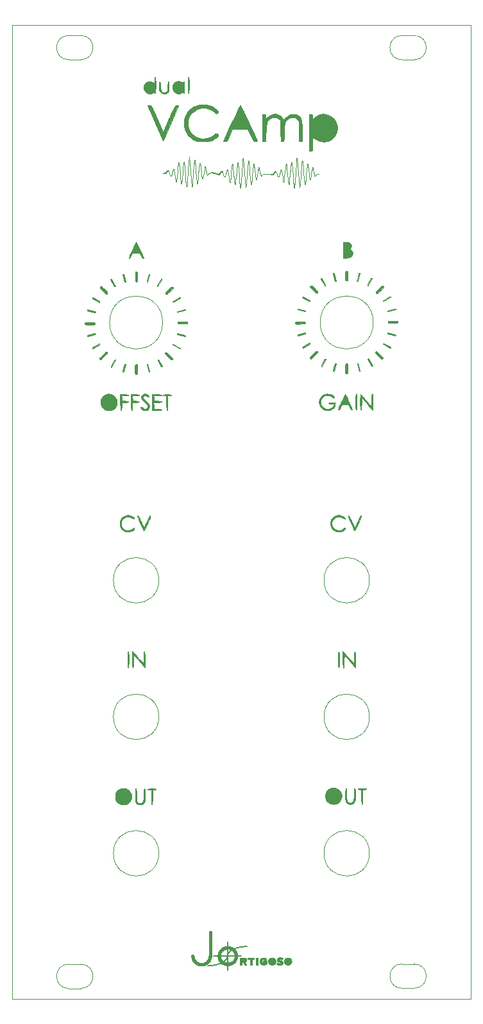
<source format=gbr>
%TF.GenerationSoftware,KiCad,Pcbnew,(6.0.1)*%
%TF.CreationDate,2022-09-11T09:08:46+02:00*%
%TF.ProjectId,front pannel,66726f6e-7420-4706-916e-6e656c2e6b69,rev?*%
%TF.SameCoordinates,Original*%
%TF.FileFunction,Legend,Top*%
%TF.FilePolarity,Positive*%
%FSLAX46Y46*%
G04 Gerber Fmt 4.6, Leading zero omitted, Abs format (unit mm)*
G04 Created by KiCad (PCBNEW (6.0.1)) date 2022-09-11 09:08:46*
%MOMM*%
%LPD*%
G01*
G04 APERTURE LIST*
%ADD10C,0.138789*%
%ADD11C,0.092604*%
%ADD12C,0.124930*%
%ADD13C,0.131850*%
%ADD14C,0.456022*%
%ADD15C,0.122850*%
%ADD16C,0.131400*%
%ADD17C,0.013218*%
%ADD18C,0.008819*%
%ADD19C,0.128875*%
%TA.AperFunction,Profile*%
%ADD20C,0.100000*%
%TD*%
G04 APERTURE END LIST*
D10*
X56429504Y-143165384D02*
X56544142Y-143140678D01*
D11*
X37965081Y-63566648D02*
X37968258Y-63564924D01*
X37968258Y-63564924D02*
X37971484Y-63563381D01*
X37971484Y-63563381D02*
X37974753Y-63562017D01*
X37974753Y-63562017D02*
X37978057Y-63560831D01*
X37978057Y-63560831D02*
X37981393Y-63559819D01*
X37981393Y-63559819D02*
X37984753Y-63558982D01*
X37984753Y-63558982D02*
X37988131Y-63558316D01*
X37988131Y-63558316D02*
X37991522Y-63557822D01*
X37991522Y-63557822D02*
X37994920Y-63557496D01*
X37994920Y-63557496D02*
X37998319Y-63557336D01*
X37998319Y-63557336D02*
X38001713Y-63557343D01*
X38001713Y-63557343D02*
X38005096Y-63557513D01*
X38005096Y-63557513D02*
X38008461Y-63557845D01*
X38008461Y-63557845D02*
X38011804Y-63558337D01*
X38011804Y-63558337D02*
X38015118Y-63558988D01*
X38015118Y-63558988D02*
X38018398Y-63559795D01*
X38018398Y-63559795D02*
X38021636Y-63560758D01*
X38021636Y-63560758D02*
X38024828Y-63561874D01*
X38024828Y-63561874D02*
X38027968Y-63563142D01*
X38027968Y-63563142D02*
X38031049Y-63564561D01*
X38031049Y-63564561D02*
X38034065Y-63566127D01*
X38034065Y-63566127D02*
X38037011Y-63567841D01*
X38037011Y-63567841D02*
X38039881Y-63569699D01*
X38039881Y-63569699D02*
X38042669Y-63571700D01*
X38042669Y-63571700D02*
X38045368Y-63573844D01*
X38045368Y-63573844D02*
X38047973Y-63576127D01*
X38047973Y-63576127D02*
X38050479Y-63578548D01*
X38050479Y-63578548D02*
X38052878Y-63581106D01*
X38052878Y-63581106D02*
X38055165Y-63583799D01*
X38055165Y-63583799D02*
X38057335Y-63586625D01*
X38057335Y-63586625D02*
X38059380Y-63589582D01*
X38059380Y-63589582D02*
X38061297Y-63592669D01*
X38061297Y-63592669D02*
X38063004Y-63595864D01*
X38063004Y-63595864D02*
X38064532Y-63599105D01*
X38064532Y-63599105D02*
X38065882Y-63602388D01*
X38065882Y-63602388D02*
X38067057Y-63605706D01*
X38067057Y-63605706D02*
X38068057Y-63609054D01*
X38068057Y-63609054D02*
X38068885Y-63612425D01*
X38068885Y-63612425D02*
X38069542Y-63615813D01*
X38069542Y-63615813D02*
X38070029Y-63619213D01*
X38070029Y-63619213D02*
X38070348Y-63622619D01*
X38070348Y-63622619D02*
X38070502Y-63626024D01*
X38070502Y-63626024D02*
X38070490Y-63629423D01*
X38070490Y-63629423D02*
X38070316Y-63632809D01*
X38070316Y-63632809D02*
X38069981Y-63636178D01*
X38069981Y-63636178D02*
X38069485Y-63639522D01*
X38069485Y-63639522D02*
X38068832Y-63642836D01*
X38068832Y-63642836D02*
X38068022Y-63646114D01*
X38068022Y-63646114D02*
X38067057Y-63649349D01*
X38067057Y-63649349D02*
X38065939Y-63652537D01*
X38065939Y-63652537D02*
X38064669Y-63655671D01*
X38064669Y-63655671D02*
X38063249Y-63658745D01*
X38063249Y-63658745D02*
X38061681Y-63661753D01*
X38061681Y-63661753D02*
X38059965Y-63664689D01*
X38059965Y-63664689D02*
X38058105Y-63667548D01*
X38058105Y-63667548D02*
X38056101Y-63670323D01*
X38056101Y-63670323D02*
X38053954Y-63673008D01*
X38053954Y-63673008D02*
X38051668Y-63675597D01*
X38051668Y-63675597D02*
X38049242Y-63678085D01*
X38049242Y-63678085D02*
X38046680Y-63680466D01*
X38046680Y-63680466D02*
X38043982Y-63682732D01*
X38043982Y-63682732D02*
X38041149Y-63684880D01*
X38041149Y-63684880D02*
X38038185Y-63686902D01*
X38038185Y-63686902D02*
X38035090Y-63688793D01*
X38035090Y-63688793D02*
X37193503Y-64171630D01*
X37193503Y-64171630D02*
X37190308Y-64173371D01*
X37190308Y-64173371D02*
X37187063Y-64174930D01*
X37187063Y-64174930D02*
X37183775Y-64176308D01*
X37183775Y-64176308D02*
X37180451Y-64177509D01*
X37180451Y-64177509D02*
X37177095Y-64178533D01*
X37177095Y-64178533D02*
X37173716Y-64179383D01*
X37173716Y-64179383D02*
X37170317Y-64180059D01*
X37170317Y-64180059D02*
X37166907Y-64180564D01*
X37166907Y-64180564D02*
X37163490Y-64180900D01*
X37163490Y-64180900D02*
X37160074Y-64181067D01*
X37160074Y-64181067D02*
X37156663Y-64181069D01*
X37156663Y-64181069D02*
X37153265Y-64180906D01*
X37153265Y-64180906D02*
X37149886Y-64180581D01*
X37149886Y-64180581D02*
X37146531Y-64180094D01*
X37146531Y-64180094D02*
X37143207Y-64179449D01*
X37143207Y-64179449D02*
X37139920Y-64178646D01*
X37139920Y-64178646D02*
X37136676Y-64177687D01*
X37136676Y-64177687D02*
X37133482Y-64176574D01*
X37133482Y-64176574D02*
X37130342Y-64175309D01*
X37130342Y-64175309D02*
X37127265Y-64173893D01*
X37127265Y-64173893D02*
X37124255Y-64172329D01*
X37124255Y-64172329D02*
X37121319Y-64170618D01*
X37121319Y-64170618D02*
X37118463Y-64168761D01*
X37118463Y-64168761D02*
X37115694Y-64166760D01*
X37115694Y-64166760D02*
X37113017Y-64164618D01*
X37113017Y-64164618D02*
X37110438Y-64162336D01*
X37110438Y-64162336D02*
X37107964Y-64159915D01*
X37107964Y-64159915D02*
X37105601Y-64157357D01*
X37105601Y-64157357D02*
X37103355Y-64154664D01*
X37103355Y-64154664D02*
X37101232Y-64151839D01*
X37101232Y-64151839D02*
X37099238Y-64148881D01*
X37099238Y-64148881D02*
X37097380Y-64145794D01*
X37097380Y-64145794D02*
X37095648Y-64142599D01*
X37095648Y-64142599D02*
X37094096Y-64139356D01*
X37094096Y-64139356D02*
X37092723Y-64136071D01*
X37092723Y-64136071D02*
X37091528Y-64132749D01*
X37091528Y-64132749D02*
X37090508Y-64129398D01*
X37090508Y-64129398D02*
X37089662Y-64126022D01*
X37089662Y-64126022D02*
X37088989Y-64122628D01*
X37088989Y-64122628D02*
X37088486Y-64119222D01*
X37088486Y-64119222D02*
X37088151Y-64115811D01*
X37088151Y-64115811D02*
X37087984Y-64112399D01*
X37087984Y-64112399D02*
X37087983Y-64108994D01*
X37087983Y-64108994D02*
X37088145Y-64105600D01*
X37088145Y-64105600D02*
X37088470Y-64102225D01*
X37088470Y-64102225D02*
X37088955Y-64098874D01*
X37088955Y-64098874D02*
X37089599Y-64095553D01*
X37089599Y-64095553D02*
X37090400Y-64092269D01*
X37090400Y-64092269D02*
X37091356Y-64089027D01*
X37091356Y-64089027D02*
X37092467Y-64085833D01*
X37092467Y-64085833D02*
X37093729Y-64082694D01*
X37093729Y-64082694D02*
X37095142Y-64079615D01*
X37095142Y-64079615D02*
X37096703Y-64076602D01*
X37096703Y-64076602D02*
X37098412Y-64073662D01*
X37098412Y-64073662D02*
X37100266Y-64070801D01*
X37100266Y-64070801D02*
X37102263Y-64068024D01*
X37102263Y-64068024D02*
X37104403Y-64065338D01*
X37104403Y-64065338D02*
X37106683Y-64062748D01*
X37106683Y-64062748D02*
X37109102Y-64060261D01*
X37109102Y-64060261D02*
X37111657Y-64057883D01*
X37111657Y-64057883D02*
X37114348Y-64055620D01*
X37114348Y-64055620D02*
X37117173Y-64053477D01*
X37117173Y-64053477D02*
X37120130Y-64051461D01*
X37120130Y-64051461D02*
X37123216Y-64049578D01*
X37123216Y-64049578D02*
X37965081Y-63566648D01*
X37965081Y-63566648D02*
X37965081Y-63566648D01*
G36*
X38001713Y-63557343D02*
G01*
X38005096Y-63557513D01*
X38008461Y-63557845D01*
X38011804Y-63558337D01*
X38015118Y-63558988D01*
X38018398Y-63559795D01*
X38021636Y-63560758D01*
X38024828Y-63561874D01*
X38027968Y-63563142D01*
X38031049Y-63564561D01*
X38034065Y-63566127D01*
X38037011Y-63567841D01*
X38039881Y-63569699D01*
X38042669Y-63571700D01*
X38045368Y-63573844D01*
X38047973Y-63576127D01*
X38050479Y-63578548D01*
X38052878Y-63581106D01*
X38055165Y-63583799D01*
X38057335Y-63586625D01*
X38059380Y-63589582D01*
X38061297Y-63592669D01*
X38063004Y-63595864D01*
X38064532Y-63599105D01*
X38065882Y-63602388D01*
X38067057Y-63605706D01*
X38068057Y-63609054D01*
X38068885Y-63612425D01*
X38069542Y-63615813D01*
X38070029Y-63619213D01*
X38070348Y-63622619D01*
X38070502Y-63626024D01*
X38070490Y-63629423D01*
X38070316Y-63632809D01*
X38069981Y-63636178D01*
X38069485Y-63639522D01*
X38068832Y-63642836D01*
X38068022Y-63646114D01*
X38067057Y-63649349D01*
X38065939Y-63652537D01*
X38064669Y-63655671D01*
X38063249Y-63658745D01*
X38061681Y-63661753D01*
X38059965Y-63664689D01*
X38058105Y-63667548D01*
X38056101Y-63670323D01*
X38053954Y-63673008D01*
X38051668Y-63675597D01*
X38049242Y-63678085D01*
X38046680Y-63680466D01*
X38043982Y-63682732D01*
X38041149Y-63684880D01*
X38038185Y-63686902D01*
X38035090Y-63688793D01*
X37193503Y-64171630D01*
X37190308Y-64173371D01*
X37187063Y-64174930D01*
X37183775Y-64176308D01*
X37180451Y-64177509D01*
X37177095Y-64178533D01*
X37173716Y-64179383D01*
X37170317Y-64180059D01*
X37166907Y-64180564D01*
X37163490Y-64180900D01*
X37160074Y-64181067D01*
X37156663Y-64181069D01*
X37153265Y-64180906D01*
X37149886Y-64180581D01*
X37146531Y-64180094D01*
X37143207Y-64179449D01*
X37139920Y-64178646D01*
X37136676Y-64177687D01*
X37133482Y-64176574D01*
X37130342Y-64175309D01*
X37127265Y-64173893D01*
X37124255Y-64172329D01*
X37121319Y-64170618D01*
X37118463Y-64168761D01*
X37115694Y-64166760D01*
X37113017Y-64164618D01*
X37110438Y-64162336D01*
X37107964Y-64159915D01*
X37105601Y-64157357D01*
X37103355Y-64154664D01*
X37101232Y-64151839D01*
X37099238Y-64148881D01*
X37097380Y-64145794D01*
X37095648Y-64142599D01*
X37094096Y-64139356D01*
X37092723Y-64136071D01*
X37091528Y-64132749D01*
X37090508Y-64129398D01*
X37089662Y-64126022D01*
X37088989Y-64122628D01*
X37088486Y-64119222D01*
X37088151Y-64115811D01*
X37087984Y-64112399D01*
X37087983Y-64108994D01*
X37088145Y-64105600D01*
X37088470Y-64102225D01*
X37088955Y-64098874D01*
X37089599Y-64095553D01*
X37090400Y-64092269D01*
X37091356Y-64089027D01*
X37092467Y-64085833D01*
X37093729Y-64082694D01*
X37095142Y-64079615D01*
X37096703Y-64076602D01*
X37098412Y-64073662D01*
X37100266Y-64070801D01*
X37102263Y-64068024D01*
X37104403Y-64065338D01*
X37106683Y-64062748D01*
X37109102Y-64060261D01*
X37111657Y-64057883D01*
X37114348Y-64055620D01*
X37117173Y-64053477D01*
X37120130Y-64051461D01*
X37123216Y-64049578D01*
X37965081Y-63566648D01*
X37968258Y-63564924D01*
X37971484Y-63563381D01*
X37974753Y-63562017D01*
X37978057Y-63560831D01*
X37981393Y-63559819D01*
X37984753Y-63558982D01*
X37988131Y-63558316D01*
X37991522Y-63557822D01*
X37994920Y-63557496D01*
X37998319Y-63557336D01*
X38001713Y-63557343D01*
G37*
X38001713Y-63557343D02*
X38005096Y-63557513D01*
X38008461Y-63557845D01*
X38011804Y-63558337D01*
X38015118Y-63558988D01*
X38018398Y-63559795D01*
X38021636Y-63560758D01*
X38024828Y-63561874D01*
X38027968Y-63563142D01*
X38031049Y-63564561D01*
X38034065Y-63566127D01*
X38037011Y-63567841D01*
X38039881Y-63569699D01*
X38042669Y-63571700D01*
X38045368Y-63573844D01*
X38047973Y-63576127D01*
X38050479Y-63578548D01*
X38052878Y-63581106D01*
X38055165Y-63583799D01*
X38057335Y-63586625D01*
X38059380Y-63589582D01*
X38061297Y-63592669D01*
X38063004Y-63595864D01*
X38064532Y-63599105D01*
X38065882Y-63602388D01*
X38067057Y-63605706D01*
X38068057Y-63609054D01*
X38068885Y-63612425D01*
X38069542Y-63615813D01*
X38070029Y-63619213D01*
X38070348Y-63622619D01*
X38070502Y-63626024D01*
X38070490Y-63629423D01*
X38070316Y-63632809D01*
X38069981Y-63636178D01*
X38069485Y-63639522D01*
X38068832Y-63642836D01*
X38068022Y-63646114D01*
X38067057Y-63649349D01*
X38065939Y-63652537D01*
X38064669Y-63655671D01*
X38063249Y-63658745D01*
X38061681Y-63661753D01*
X38059965Y-63664689D01*
X38058105Y-63667548D01*
X38056101Y-63670323D01*
X38053954Y-63673008D01*
X38051668Y-63675597D01*
X38049242Y-63678085D01*
X38046680Y-63680466D01*
X38043982Y-63682732D01*
X38041149Y-63684880D01*
X38038185Y-63686902D01*
X38035090Y-63688793D01*
X37193503Y-64171630D01*
X37190308Y-64173371D01*
X37187063Y-64174930D01*
X37183775Y-64176308D01*
X37180451Y-64177509D01*
X37177095Y-64178533D01*
X37173716Y-64179383D01*
X37170317Y-64180059D01*
X37166907Y-64180564D01*
X37163490Y-64180900D01*
X37160074Y-64181067D01*
X37156663Y-64181069D01*
X37153265Y-64180906D01*
X37149886Y-64180581D01*
X37146531Y-64180094D01*
X37143207Y-64179449D01*
X37139920Y-64178646D01*
X37136676Y-64177687D01*
X37133482Y-64176574D01*
X37130342Y-64175309D01*
X37127265Y-64173893D01*
X37124255Y-64172329D01*
X37121319Y-64170618D01*
X37118463Y-64168761D01*
X37115694Y-64166760D01*
X37113017Y-64164618D01*
X37110438Y-64162336D01*
X37107964Y-64159915D01*
X37105601Y-64157357D01*
X37103355Y-64154664D01*
X37101232Y-64151839D01*
X37099238Y-64148881D01*
X37097380Y-64145794D01*
X37095648Y-64142599D01*
X37094096Y-64139356D01*
X37092723Y-64136071D01*
X37091528Y-64132749D01*
X37090508Y-64129398D01*
X37089662Y-64126022D01*
X37088989Y-64122628D01*
X37088486Y-64119222D01*
X37088151Y-64115811D01*
X37087984Y-64112399D01*
X37087983Y-64108994D01*
X37088145Y-64105600D01*
X37088470Y-64102225D01*
X37088955Y-64098874D01*
X37089599Y-64095553D01*
X37090400Y-64092269D01*
X37091356Y-64089027D01*
X37092467Y-64085833D01*
X37093729Y-64082694D01*
X37095142Y-64079615D01*
X37096703Y-64076602D01*
X37098412Y-64073662D01*
X37100266Y-64070801D01*
X37102263Y-64068024D01*
X37104403Y-64065338D01*
X37106683Y-64062748D01*
X37109102Y-64060261D01*
X37111657Y-64057883D01*
X37114348Y-64055620D01*
X37117173Y-64053477D01*
X37120130Y-64051461D01*
X37123216Y-64049578D01*
X37965081Y-63566648D01*
X37968258Y-63564924D01*
X37971484Y-63563381D01*
X37974753Y-63562017D01*
X37978057Y-63560831D01*
X37981393Y-63559819D01*
X37984753Y-63558982D01*
X37988131Y-63558316D01*
X37991522Y-63557822D01*
X37994920Y-63557496D01*
X37998319Y-63557336D01*
X38001713Y-63557343D01*
X42838902Y-54156126D02*
X42840310Y-54153008D01*
D12*
X62742571Y-39860511D02*
X62721581Y-39795269D01*
D13*
X47162685Y-40726629D02*
X47164302Y-40730081D01*
D11*
X42927962Y-54117420D02*
X42931159Y-54118679D01*
D12*
X65494224Y-39864796D02*
X65475236Y-39960684D01*
X55291278Y-42227442D02*
X55281292Y-42254726D01*
X55271312Y-42271253D02*
X55261337Y-42277605D01*
D13*
X54238462Y-40826744D02*
X54240878Y-40827464D01*
D14*
X55831430Y-143583056D02*
X55864792Y-143624340D01*
D12*
X61719086Y-41498443D02*
X61708094Y-41512257D01*
X47508094Y-41387257D02*
X47497072Y-41397592D01*
X55701668Y-40323750D02*
X55659276Y-39971897D01*
X49907841Y-38903477D02*
X49897462Y-38913214D01*
X55659276Y-39971897D02*
X55638198Y-39856172D01*
D15*
X59296823Y-41165514D02*
X59327818Y-41287532D01*
D11*
X42968606Y-54156126D02*
X42969865Y-54159323D01*
D12*
X56309448Y-39672761D02*
X56298259Y-39663324D01*
D11*
X45727532Y-65714324D02*
X45725765Y-65711163D01*
X45725765Y-65711163D02*
X45724177Y-65707951D01*
X45724177Y-65707951D02*
X45722767Y-65704694D01*
X45722767Y-65704694D02*
X45721534Y-65701399D01*
X45721534Y-65701399D02*
X45720476Y-65698071D01*
X45720476Y-65698071D02*
X45719591Y-65694717D01*
X45719591Y-65694717D02*
X45718878Y-65691341D01*
X45718878Y-65691341D02*
X45718335Y-65687950D01*
X45718335Y-65687950D02*
X45717962Y-65684551D01*
X45717962Y-65684551D02*
X45717755Y-65681148D01*
X45717755Y-65681148D02*
X45717714Y-65677748D01*
X45717714Y-65677748D02*
X45717837Y-65674356D01*
X45717837Y-65674356D02*
X45718122Y-65670979D01*
X45718122Y-65670979D02*
X45718569Y-65667623D01*
X45718569Y-65667623D02*
X45719175Y-65664293D01*
X45719175Y-65664293D02*
X45719939Y-65660996D01*
X45719939Y-65660996D02*
X45720858Y-65657736D01*
X45720858Y-65657736D02*
X45721933Y-65654521D01*
X45721933Y-65654521D02*
X45723161Y-65651356D01*
X45723161Y-65651356D02*
X45724540Y-65648247D01*
X45724540Y-65648247D02*
X45726070Y-65645200D01*
X45726070Y-65645200D02*
X45727748Y-65642221D01*
X45727748Y-65642221D02*
X45729573Y-65639315D01*
X45729573Y-65639315D02*
X45731543Y-65636489D01*
X45731543Y-65636489D02*
X45733657Y-65633749D01*
X45733657Y-65633749D02*
X45735913Y-65631100D01*
X45735913Y-65631100D02*
X45738310Y-65628549D01*
X45738310Y-65628549D02*
X45740846Y-65626101D01*
X45740846Y-65626101D02*
X45743519Y-65623762D01*
X45743519Y-65623762D02*
X45746329Y-65621538D01*
X45746329Y-65621538D02*
X45749273Y-65619436D01*
X45749273Y-65619436D02*
X45752350Y-65617461D01*
X45752350Y-65617461D02*
X45755511Y-65615726D01*
X45755511Y-65615726D02*
X45758723Y-65614168D01*
X45758723Y-65614168D02*
X45761979Y-65612785D01*
X45761979Y-65612785D02*
X45765274Y-65611576D01*
X45765274Y-65611576D02*
X45768601Y-65610540D01*
X45768601Y-65610540D02*
X45771954Y-65609674D01*
X45771954Y-65609674D02*
X45775328Y-65608978D01*
X45775328Y-65608978D02*
X45778717Y-65608450D01*
X45778717Y-65608450D02*
X45782114Y-65608089D01*
X45782114Y-65608089D02*
X45785514Y-65607893D01*
X45785514Y-65607893D02*
X45788911Y-65607861D01*
X45788911Y-65607861D02*
X45792298Y-65607991D01*
X45792298Y-65607991D02*
X45795669Y-65608282D01*
X45795669Y-65608282D02*
X45799019Y-65608734D01*
X45799019Y-65608734D02*
X45802342Y-65609343D01*
X45802342Y-65609343D02*
X45805632Y-65610109D01*
X45805632Y-65610109D02*
X45808882Y-65611031D01*
X45808882Y-65611031D02*
X45812086Y-65612107D01*
X45812086Y-65612107D02*
X45815240Y-65613335D01*
X45815240Y-65613335D02*
X45818336Y-65614715D01*
X45818336Y-65614715D02*
X45821369Y-65616245D01*
X45821369Y-65616245D02*
X45824333Y-65617923D01*
X45824333Y-65617923D02*
X45827221Y-65619748D01*
X45827221Y-65619748D02*
X45830028Y-65621718D01*
X45830028Y-65621718D02*
X45832748Y-65623833D01*
X45832748Y-65623833D02*
X45835375Y-65626091D01*
X45835375Y-65626091D02*
X45837903Y-65628489D01*
X45837903Y-65628489D02*
X45840325Y-65631028D01*
X45840325Y-65631028D02*
X45842636Y-65633706D01*
X45842636Y-65633706D02*
X45844830Y-65636521D01*
X45844830Y-65636521D02*
X45846901Y-65639471D01*
X45846901Y-65639471D02*
X45848843Y-65642556D01*
X45848843Y-65642556D02*
X46342794Y-66477567D01*
X46342794Y-66477567D02*
X46344594Y-66480738D01*
X46344594Y-66480738D02*
X46346212Y-66483959D01*
X46346212Y-66483959D02*
X46347649Y-66487227D01*
X46347649Y-66487227D02*
X46348907Y-66490533D01*
X46348907Y-66490533D02*
X46349987Y-66493872D01*
X46349987Y-66493872D02*
X46350890Y-66497238D01*
X46350890Y-66497238D02*
X46351620Y-66500625D01*
X46351620Y-66500625D02*
X46352177Y-66504026D01*
X46352177Y-66504026D02*
X46352564Y-66507436D01*
X46352564Y-66507436D02*
X46352781Y-66510848D01*
X46352781Y-66510848D02*
X46352831Y-66514256D01*
X46352831Y-66514256D02*
X46352715Y-66517654D01*
X46352715Y-66517654D02*
X46352436Y-66521036D01*
X46352436Y-66521036D02*
X46351994Y-66524396D01*
X46351994Y-66524396D02*
X46351392Y-66527727D01*
X46351392Y-66527727D02*
X46350631Y-66531024D01*
X46350631Y-66531024D02*
X46349712Y-66534280D01*
X46349712Y-66534280D02*
X46348639Y-66537489D01*
X46348639Y-66537489D02*
X46347412Y-66540645D01*
X46347412Y-66540645D02*
X46346032Y-66543742D01*
X46346032Y-66543742D02*
X46344503Y-66546774D01*
X46344503Y-66546774D02*
X46342825Y-66549734D01*
X46342825Y-66549734D02*
X46341000Y-66552617D01*
X46341000Y-66552617D02*
X46339030Y-66555417D01*
X46339030Y-66555417D02*
X46336917Y-66558126D01*
X46336917Y-66558126D02*
X46334662Y-66560739D01*
X46334662Y-66560739D02*
X46332267Y-66563251D01*
X46332267Y-66563251D02*
X46329734Y-66565654D01*
X46329734Y-66565654D02*
X46327065Y-66567943D01*
X46327065Y-66567943D02*
X46324260Y-66570111D01*
X46324260Y-66570111D02*
X46321323Y-66572153D01*
X46321323Y-66572153D02*
X46318254Y-66574062D01*
X46318254Y-66574062D02*
X46315067Y-66575830D01*
X46315067Y-66575830D02*
X46311831Y-66577418D01*
X46311831Y-66577418D02*
X46308552Y-66578829D01*
X46308552Y-66578829D02*
X46305235Y-66580064D01*
X46305235Y-66580064D02*
X46301887Y-66581125D01*
X46301887Y-66581125D02*
X46298514Y-66582012D01*
X46298514Y-66582012D02*
X46295121Y-66582728D01*
X46295121Y-66582728D02*
X46291716Y-66583275D01*
X46291716Y-66583275D02*
X46288303Y-66583653D01*
X46288303Y-66583653D02*
X46284889Y-66583864D01*
X46284889Y-66583864D02*
X46281480Y-66583909D01*
X46281480Y-66583909D02*
X46278081Y-66583791D01*
X46278081Y-66583791D02*
X46274700Y-66583511D01*
X46274700Y-66583511D02*
X46271341Y-66583071D01*
X46271341Y-66583071D02*
X46268012Y-66582471D01*
X46268012Y-66582471D02*
X46264717Y-66581713D01*
X46264717Y-66581713D02*
X46261463Y-66580800D01*
X46261463Y-66580800D02*
X46258257Y-66579732D01*
X46258257Y-66579732D02*
X46255103Y-66578511D01*
X46255103Y-66578511D02*
X46252008Y-66577139D01*
X46252008Y-66577139D02*
X46248979Y-66575617D01*
X46248979Y-66575617D02*
X46246020Y-66573947D01*
X46246020Y-66573947D02*
X46243139Y-66572130D01*
X46243139Y-66572130D02*
X46240340Y-66570168D01*
X46240340Y-66570168D02*
X46237631Y-66568062D01*
X46237631Y-66568062D02*
X46235017Y-66565814D01*
X46235017Y-66565814D02*
X46232504Y-66563426D01*
X46232504Y-66563426D02*
X46230098Y-66560898D01*
X46230098Y-66560898D02*
X46227806Y-66558233D01*
X46227806Y-66558233D02*
X46225632Y-66555432D01*
X46225632Y-66555432D02*
X46223584Y-66552497D01*
X46223584Y-66552497D02*
X46221668Y-66549429D01*
X46221668Y-66549429D02*
X45727532Y-65714324D01*
X45727532Y-65714324D02*
X45727532Y-65714324D01*
G36*
X45792298Y-65607991D02*
G01*
X45795669Y-65608282D01*
X45799019Y-65608734D01*
X45802342Y-65609343D01*
X45805632Y-65610109D01*
X45808882Y-65611031D01*
X45812086Y-65612107D01*
X45815240Y-65613335D01*
X45818336Y-65614715D01*
X45821369Y-65616245D01*
X45824333Y-65617923D01*
X45827221Y-65619748D01*
X45830028Y-65621718D01*
X45832748Y-65623833D01*
X45835375Y-65626091D01*
X45837903Y-65628489D01*
X45840325Y-65631028D01*
X45842636Y-65633706D01*
X45844830Y-65636521D01*
X45846901Y-65639471D01*
X45848843Y-65642556D01*
X46342794Y-66477567D01*
X46344594Y-66480738D01*
X46346212Y-66483959D01*
X46347649Y-66487227D01*
X46348907Y-66490533D01*
X46349987Y-66493872D01*
X46350890Y-66497238D01*
X46351620Y-66500625D01*
X46352177Y-66504026D01*
X46352564Y-66507436D01*
X46352781Y-66510848D01*
X46352831Y-66514256D01*
X46352715Y-66517654D01*
X46352436Y-66521036D01*
X46351994Y-66524396D01*
X46351392Y-66527727D01*
X46350631Y-66531024D01*
X46349712Y-66534280D01*
X46348639Y-66537489D01*
X46347412Y-66540645D01*
X46346032Y-66543742D01*
X46344503Y-66546774D01*
X46342825Y-66549734D01*
X46341000Y-66552617D01*
X46339030Y-66555417D01*
X46336917Y-66558126D01*
X46334662Y-66560739D01*
X46332267Y-66563251D01*
X46329734Y-66565654D01*
X46327065Y-66567943D01*
X46324260Y-66570111D01*
X46321323Y-66572153D01*
X46318254Y-66574062D01*
X46315067Y-66575830D01*
X46311831Y-66577418D01*
X46308552Y-66578829D01*
X46305235Y-66580064D01*
X46301887Y-66581125D01*
X46298514Y-66582012D01*
X46295121Y-66582728D01*
X46291716Y-66583275D01*
X46288303Y-66583653D01*
X46284889Y-66583864D01*
X46281480Y-66583909D01*
X46278081Y-66583791D01*
X46274700Y-66583511D01*
X46271341Y-66583071D01*
X46268012Y-66582471D01*
X46264717Y-66581713D01*
X46261463Y-66580800D01*
X46258257Y-66579732D01*
X46255103Y-66578511D01*
X46252008Y-66577139D01*
X46248979Y-66575617D01*
X46246020Y-66573947D01*
X46243139Y-66572130D01*
X46240340Y-66570168D01*
X46237631Y-66568062D01*
X46235017Y-66565814D01*
X46232504Y-66563426D01*
X46230098Y-66560898D01*
X46227806Y-66558233D01*
X46225632Y-66555432D01*
X46223584Y-66552497D01*
X46221668Y-66549429D01*
X45727532Y-65714324D01*
X45725765Y-65711163D01*
X45724177Y-65707951D01*
X45722767Y-65704694D01*
X45721534Y-65701399D01*
X45720476Y-65698071D01*
X45719591Y-65694717D01*
X45718878Y-65691341D01*
X45718335Y-65687950D01*
X45717962Y-65684551D01*
X45717755Y-65681148D01*
X45717714Y-65677748D01*
X45717837Y-65674356D01*
X45718122Y-65670979D01*
X45718569Y-65667623D01*
X45719175Y-65664293D01*
X45719939Y-65660996D01*
X45720858Y-65657736D01*
X45721933Y-65654521D01*
X45723161Y-65651356D01*
X45724540Y-65648247D01*
X45726070Y-65645200D01*
X45727748Y-65642221D01*
X45729573Y-65639315D01*
X45731543Y-65636489D01*
X45733657Y-65633749D01*
X45735913Y-65631100D01*
X45738310Y-65628549D01*
X45740846Y-65626101D01*
X45743519Y-65623762D01*
X45746329Y-65621538D01*
X45749273Y-65619436D01*
X45752350Y-65617461D01*
X45755511Y-65615726D01*
X45758723Y-65614168D01*
X45761979Y-65612785D01*
X45765274Y-65611576D01*
X45768601Y-65610540D01*
X45771954Y-65609674D01*
X45775328Y-65608978D01*
X45778717Y-65608450D01*
X45782114Y-65608089D01*
X45785514Y-65607893D01*
X45788911Y-65607861D01*
X45792298Y-65607991D01*
G37*
X45792298Y-65607991D02*
X45795669Y-65608282D01*
X45799019Y-65608734D01*
X45802342Y-65609343D01*
X45805632Y-65610109D01*
X45808882Y-65611031D01*
X45812086Y-65612107D01*
X45815240Y-65613335D01*
X45818336Y-65614715D01*
X45821369Y-65616245D01*
X45824333Y-65617923D01*
X45827221Y-65619748D01*
X45830028Y-65621718D01*
X45832748Y-65623833D01*
X45835375Y-65626091D01*
X45837903Y-65628489D01*
X45840325Y-65631028D01*
X45842636Y-65633706D01*
X45844830Y-65636521D01*
X45846901Y-65639471D01*
X45848843Y-65642556D01*
X46342794Y-66477567D01*
X46344594Y-66480738D01*
X46346212Y-66483959D01*
X46347649Y-66487227D01*
X46348907Y-66490533D01*
X46349987Y-66493872D01*
X46350890Y-66497238D01*
X46351620Y-66500625D01*
X46352177Y-66504026D01*
X46352564Y-66507436D01*
X46352781Y-66510848D01*
X46352831Y-66514256D01*
X46352715Y-66517654D01*
X46352436Y-66521036D01*
X46351994Y-66524396D01*
X46351392Y-66527727D01*
X46350631Y-66531024D01*
X46349712Y-66534280D01*
X46348639Y-66537489D01*
X46347412Y-66540645D01*
X46346032Y-66543742D01*
X46344503Y-66546774D01*
X46342825Y-66549734D01*
X46341000Y-66552617D01*
X46339030Y-66555417D01*
X46336917Y-66558126D01*
X46334662Y-66560739D01*
X46332267Y-66563251D01*
X46329734Y-66565654D01*
X46327065Y-66567943D01*
X46324260Y-66570111D01*
X46321323Y-66572153D01*
X46318254Y-66574062D01*
X46315067Y-66575830D01*
X46311831Y-66577418D01*
X46308552Y-66578829D01*
X46305235Y-66580064D01*
X46301887Y-66581125D01*
X46298514Y-66582012D01*
X46295121Y-66582728D01*
X46291716Y-66583275D01*
X46288303Y-66583653D01*
X46284889Y-66583864D01*
X46281480Y-66583909D01*
X46278081Y-66583791D01*
X46274700Y-66583511D01*
X46271341Y-66583071D01*
X46268012Y-66582471D01*
X46264717Y-66581713D01*
X46261463Y-66580800D01*
X46258257Y-66579732D01*
X46255103Y-66578511D01*
X46252008Y-66577139D01*
X46248979Y-66575617D01*
X46246020Y-66573947D01*
X46243139Y-66572130D01*
X46240340Y-66570168D01*
X46237631Y-66568062D01*
X46235017Y-66565814D01*
X46232504Y-66563426D01*
X46230098Y-66560898D01*
X46227806Y-66558233D01*
X46225632Y-66555432D01*
X46223584Y-66552497D01*
X46221668Y-66549429D01*
X45727532Y-65714324D01*
X45725765Y-65711163D01*
X45724177Y-65707951D01*
X45722767Y-65704694D01*
X45721534Y-65701399D01*
X45720476Y-65698071D01*
X45719591Y-65694717D01*
X45718878Y-65691341D01*
X45718335Y-65687950D01*
X45717962Y-65684551D01*
X45717755Y-65681148D01*
X45717714Y-65677748D01*
X45717837Y-65674356D01*
X45718122Y-65670979D01*
X45718569Y-65667623D01*
X45719175Y-65664293D01*
X45719939Y-65660996D01*
X45720858Y-65657736D01*
X45721933Y-65654521D01*
X45723161Y-65651356D01*
X45724540Y-65648247D01*
X45726070Y-65645200D01*
X45727748Y-65642221D01*
X45729573Y-65639315D01*
X45731543Y-65636489D01*
X45733657Y-65633749D01*
X45735913Y-65631100D01*
X45738310Y-65628549D01*
X45740846Y-65626101D01*
X45743519Y-65623762D01*
X45746329Y-65621538D01*
X45749273Y-65619436D01*
X45752350Y-65617461D01*
X45755511Y-65615726D01*
X45758723Y-65614168D01*
X45761979Y-65612785D01*
X45765274Y-65611576D01*
X45768601Y-65610540D01*
X45771954Y-65609674D01*
X45775328Y-65608978D01*
X45778717Y-65608450D01*
X45782114Y-65608089D01*
X45785514Y-65607893D01*
X45788911Y-65607861D01*
X45792298Y-65607991D01*
D14*
X55896124Y-143667186D02*
X55925356Y-143711527D01*
D12*
X51348941Y-39730438D02*
X51331030Y-39691220D01*
X57435229Y-42505720D02*
X57390536Y-42868025D01*
D11*
X42835589Y-54165934D02*
X42836536Y-54162594D01*
D14*
X53841822Y-144334463D02*
X53840360Y-144278226D01*
D12*
X65856337Y-41894073D02*
X65846177Y-41898944D01*
X47845305Y-40465584D02*
X47835129Y-40456863D01*
X51697750Y-41694860D02*
X51676896Y-41742436D01*
X54514759Y-41503265D02*
X54503526Y-41490087D01*
X64461575Y-42977780D02*
X64450506Y-42974478D01*
D14*
X55245079Y-145336686D02*
X55190704Y-145348889D01*
D16*
X53821072Y-41231602D02*
X53843640Y-41228045D01*
D12*
X65192314Y-42539694D02*
X65181374Y-42553535D01*
D14*
X56065219Y-144498472D02*
X56052671Y-144551345D01*
D17*
X61748067Y-144786119D02*
X61752196Y-144795542D01*
X61752196Y-144795542D02*
X61753919Y-144798381D01*
X61753919Y-144798381D02*
X61755722Y-144801106D01*
X61755722Y-144801106D02*
X61757600Y-144803720D01*
X61757600Y-144803720D02*
X61759551Y-144806228D01*
X61759551Y-144806228D02*
X61761573Y-144808632D01*
X61761573Y-144808632D02*
X61763664Y-144810937D01*
X61763664Y-144810937D02*
X61765820Y-144813145D01*
X61765820Y-144813145D02*
X61768040Y-144815262D01*
X61768040Y-144815262D02*
X61770321Y-144817291D01*
X61770321Y-144817291D02*
X61772659Y-144819234D01*
X61772659Y-144819234D02*
X61777501Y-144822882D01*
X61777501Y-144822882D02*
X61782545Y-144826234D01*
X61782545Y-144826234D02*
X61787771Y-144829321D01*
X61787771Y-144829321D02*
X61793160Y-144832171D01*
X61793160Y-144832171D02*
X61798690Y-144834815D01*
X61798690Y-144834815D02*
X61804341Y-144837281D01*
X61804341Y-144837281D02*
X61810094Y-144839599D01*
X61810094Y-144839599D02*
X61815927Y-144841798D01*
X61815927Y-144841798D02*
X61821822Y-144843908D01*
X61821822Y-144843908D02*
X61833712Y-144847977D01*
X61833712Y-144847977D02*
X61861371Y-144856256D01*
X61861371Y-144856256D02*
X61889300Y-144864147D01*
X61889300Y-144864147D02*
X61945516Y-144879703D01*
X61945516Y-144879703D02*
X61973577Y-144887840D01*
X61973577Y-144887840D02*
X62001458Y-144896528D01*
X62001458Y-144896528D02*
X62029045Y-144906005D01*
X62029045Y-144906005D02*
X62042693Y-144911112D01*
X62042693Y-144911112D02*
X62056225Y-144916504D01*
X62056225Y-144916504D02*
X62067114Y-144921159D01*
X62067114Y-144921159D02*
X62077966Y-144926071D01*
X62077966Y-144926071D02*
X62088751Y-144931237D01*
X62088751Y-144931237D02*
X62099438Y-144936657D01*
X62099438Y-144936657D02*
X62109994Y-144942329D01*
X62109994Y-144942329D02*
X62120389Y-144948252D01*
X62120389Y-144948252D02*
X62130591Y-144954425D01*
X62130591Y-144954425D02*
X62140570Y-144960845D01*
X62140570Y-144960845D02*
X62147509Y-144965716D01*
X62147509Y-144965716D02*
X62154340Y-144970745D01*
X62154340Y-144970745D02*
X62161051Y-144975934D01*
X62161051Y-144975934D02*
X62167629Y-144981286D01*
X62167629Y-144981286D02*
X62174063Y-144986803D01*
X62174063Y-144986803D02*
X62180340Y-144992487D01*
X62180340Y-144992487D02*
X62186447Y-144998340D01*
X62186447Y-144998340D02*
X62192373Y-145004364D01*
X62192373Y-145004364D02*
X62198105Y-145010560D01*
X62198105Y-145010560D02*
X62203631Y-145016932D01*
X62203631Y-145016932D02*
X62208938Y-145023481D01*
X62208938Y-145023481D02*
X62214014Y-145030210D01*
X62214014Y-145030210D02*
X62218846Y-145037120D01*
X62218846Y-145037120D02*
X62223424Y-145044213D01*
X62223424Y-145044213D02*
X62227733Y-145051492D01*
X62227733Y-145051492D02*
X62231762Y-145058958D01*
X62231762Y-145058958D02*
X62238533Y-145072757D01*
X62238533Y-145072757D02*
X62244340Y-145086917D01*
X62244340Y-145086917D02*
X62249191Y-145101390D01*
X62249191Y-145101390D02*
X62253094Y-145116125D01*
X62253094Y-145116125D02*
X62256058Y-145131073D01*
X62256058Y-145131073D02*
X62258091Y-145146185D01*
X62258091Y-145146185D02*
X62259201Y-145161412D01*
X62259201Y-145161412D02*
X62259395Y-145176705D01*
X62259395Y-145176705D02*
X62258683Y-145192014D01*
X62258683Y-145192014D02*
X62257072Y-145207289D01*
X62257072Y-145207289D02*
X62254571Y-145222482D01*
X62254571Y-145222482D02*
X62251187Y-145237544D01*
X62251187Y-145237544D02*
X62246928Y-145252424D01*
X62246928Y-145252424D02*
X62241803Y-145267074D01*
X62241803Y-145267074D02*
X62235820Y-145281445D01*
X62235820Y-145281445D02*
X62228988Y-145295486D01*
X62228988Y-145295486D02*
X62221623Y-145308900D01*
X62221623Y-145308900D02*
X62213549Y-145321925D01*
X62213549Y-145321925D02*
X62204799Y-145334548D01*
X62204799Y-145334548D02*
X62195409Y-145346758D01*
X62195409Y-145346758D02*
X62185412Y-145358544D01*
X62185412Y-145358544D02*
X62174843Y-145369893D01*
X62174843Y-145369893D02*
X62163735Y-145380792D01*
X62163735Y-145380792D02*
X62152123Y-145391231D01*
X62152123Y-145391231D02*
X62140041Y-145401197D01*
X62140041Y-145401197D02*
X62127523Y-145410679D01*
X62127523Y-145410679D02*
X62114604Y-145419664D01*
X62114604Y-145419664D02*
X62101317Y-145428140D01*
X62101317Y-145428140D02*
X62087697Y-145436096D01*
X62087697Y-145436096D02*
X62073779Y-145443520D01*
X62073779Y-145443520D02*
X62059595Y-145450399D01*
X62059595Y-145450399D02*
X62045182Y-145456722D01*
X62045182Y-145456722D02*
X62030561Y-145462493D01*
X62030561Y-145462493D02*
X62015734Y-145467712D01*
X62015734Y-145467712D02*
X62000721Y-145472395D01*
X62000721Y-145472395D02*
X61985542Y-145476557D01*
X61985542Y-145476557D02*
X61970217Y-145480215D01*
X61970217Y-145480215D02*
X61954766Y-145483383D01*
X61954766Y-145483383D02*
X61939209Y-145486078D01*
X61939209Y-145486078D02*
X61923568Y-145488316D01*
X61923568Y-145488316D02*
X61907861Y-145490112D01*
X61907861Y-145490112D02*
X61892109Y-145491482D01*
X61892109Y-145491482D02*
X61876333Y-145492443D01*
X61876333Y-145492443D02*
X61860553Y-145493009D01*
X61860553Y-145493009D02*
X61844789Y-145493197D01*
X61844789Y-145493197D02*
X61829060Y-145493023D01*
X61829060Y-145493023D02*
X61813388Y-145492502D01*
X61813388Y-145492502D02*
X61797793Y-145491651D01*
X61797793Y-145491651D02*
X61772167Y-145489435D01*
X61772167Y-145489435D02*
X61746623Y-145486299D01*
X61746623Y-145486299D02*
X61721213Y-145482236D01*
X61721213Y-145482236D02*
X61695987Y-145477240D01*
X61695987Y-145477240D02*
X61670996Y-145471307D01*
X61670996Y-145471307D02*
X61646291Y-145464429D01*
X61646291Y-145464429D02*
X61621921Y-145456602D01*
X61621921Y-145456602D02*
X61597938Y-145447820D01*
X61597938Y-145447820D02*
X61574393Y-145438077D01*
X61574393Y-145438077D02*
X61551335Y-145427367D01*
X61551335Y-145427367D02*
X61528817Y-145415684D01*
X61528817Y-145415684D02*
X61506888Y-145403024D01*
X61506888Y-145403024D02*
X61485599Y-145389379D01*
X61485599Y-145389379D02*
X61465000Y-145374745D01*
X61465000Y-145374745D02*
X61445143Y-145359116D01*
X61445143Y-145359116D02*
X61426079Y-145342486D01*
X61426079Y-145342486D02*
X61615394Y-145171827D01*
X61615394Y-145171827D02*
X61629219Y-145184582D01*
X61629219Y-145184582D02*
X61643710Y-145196624D01*
X61643710Y-145196624D02*
X61658820Y-145207932D01*
X61658820Y-145207932D02*
X61674502Y-145218487D01*
X61674502Y-145218487D02*
X61690710Y-145228271D01*
X61690710Y-145228271D02*
X61707398Y-145237262D01*
X61707398Y-145237262D02*
X61724518Y-145245443D01*
X61724518Y-145245443D02*
X61742025Y-145252793D01*
X61742025Y-145252793D02*
X61759872Y-145259293D01*
X61759872Y-145259293D02*
X61778013Y-145264923D01*
X61778013Y-145264923D02*
X61796401Y-145269664D01*
X61796401Y-145269664D02*
X61814989Y-145273496D01*
X61814989Y-145273496D02*
X61833732Y-145276401D01*
X61833732Y-145276401D02*
X61852582Y-145278358D01*
X61852582Y-145278358D02*
X61871493Y-145279348D01*
X61871493Y-145279348D02*
X61890420Y-145279351D01*
X61890420Y-145279351D02*
X61900894Y-145278821D01*
X61900894Y-145278821D02*
X61911499Y-145277733D01*
X61911499Y-145277733D02*
X61922109Y-145276063D01*
X61922109Y-145276063D02*
X61932594Y-145273788D01*
X61932594Y-145273788D02*
X61942829Y-145270884D01*
X61942829Y-145270884D02*
X61952684Y-145267327D01*
X61952684Y-145267327D02*
X61962033Y-145263095D01*
X61962033Y-145263095D02*
X61970749Y-145258162D01*
X61970749Y-145258162D02*
X61974829Y-145255425D01*
X61974829Y-145255425D02*
X61978703Y-145252505D01*
X61978703Y-145252505D02*
X61982354Y-145249398D01*
X61982354Y-145249398D02*
X61985767Y-145246101D01*
X61985767Y-145246101D02*
X61988927Y-145242612D01*
X61988927Y-145242612D02*
X61991816Y-145238927D01*
X61991816Y-145238927D02*
X61994419Y-145235043D01*
X61994419Y-145235043D02*
X61996720Y-145230957D01*
X61996720Y-145230957D02*
X61998704Y-145226667D01*
X61998704Y-145226667D02*
X62000353Y-145222170D01*
X62000353Y-145222170D02*
X62001653Y-145217461D01*
X62001653Y-145217461D02*
X62002587Y-145212540D01*
X62002587Y-145212540D02*
X62003139Y-145207402D01*
X62003139Y-145207402D02*
X62003294Y-145202044D01*
X62003294Y-145202044D02*
X62003035Y-145196465D01*
X62003035Y-145196465D02*
X62002347Y-145190660D01*
X62002347Y-145190660D02*
X62001836Y-145188701D01*
X62001836Y-145188701D02*
X62001321Y-145186871D01*
X62001321Y-145186871D02*
X62000802Y-145185169D01*
X62000802Y-145185169D02*
X62000282Y-145183594D01*
X62000282Y-145183594D02*
X61999762Y-145182146D01*
X61999762Y-145182146D02*
X61999244Y-145180824D01*
X61999244Y-145180824D02*
X61998729Y-145179626D01*
X61998729Y-145179626D02*
X61998219Y-145178553D01*
X61998219Y-145178553D02*
X61996342Y-145174722D01*
X61996342Y-145174722D02*
X61994348Y-145171036D01*
X61994348Y-145171036D02*
X61992241Y-145167492D01*
X61992241Y-145167492D02*
X61990025Y-145164086D01*
X61990025Y-145164086D02*
X61987704Y-145160814D01*
X61987704Y-145160814D02*
X61985283Y-145157672D01*
X61985283Y-145157672D02*
X61982764Y-145154655D01*
X61982764Y-145154655D02*
X61980152Y-145151761D01*
X61980152Y-145151761D02*
X61977452Y-145148985D01*
X61977452Y-145148985D02*
X61974667Y-145146323D01*
X61974667Y-145146323D02*
X61971801Y-145143771D01*
X61971801Y-145143771D02*
X61968858Y-145141325D01*
X61968858Y-145141325D02*
X61965842Y-145138982D01*
X61965842Y-145138982D02*
X61962758Y-145136738D01*
X61962758Y-145136738D02*
X61956400Y-145132528D01*
X61956400Y-145132528D02*
X61949816Y-145128665D01*
X61949816Y-145128665D02*
X61943037Y-145125117D01*
X61943037Y-145125117D02*
X61936096Y-145121853D01*
X61936096Y-145121853D02*
X61929026Y-145118842D01*
X61929026Y-145118842D02*
X61921859Y-145116052D01*
X61921859Y-145116052D02*
X61914627Y-145113451D01*
X61914627Y-145113451D02*
X61907362Y-145111008D01*
X61907362Y-145111008D02*
X61900096Y-145108692D01*
X61900096Y-145108692D02*
X61714923Y-145056260D01*
X61714923Y-145056260D02*
X61692205Y-145048301D01*
X61692205Y-145048301D02*
X61680952Y-145043999D01*
X61680952Y-145043999D02*
X61669798Y-145039461D01*
X61669798Y-145039461D02*
X61658766Y-145034672D01*
X61658766Y-145034672D02*
X61647878Y-145029615D01*
X61647878Y-145029615D02*
X61637157Y-145024274D01*
X61637157Y-145024274D02*
X61626625Y-145018634D01*
X61626625Y-145018634D02*
X61616304Y-145012679D01*
X61616304Y-145012679D02*
X61606216Y-145006393D01*
X61606216Y-145006393D02*
X61596384Y-144999761D01*
X61596384Y-144999761D02*
X61586830Y-144992766D01*
X61586830Y-144992766D02*
X61577576Y-144985392D01*
X61577576Y-144985392D02*
X61568645Y-144977624D01*
X61568645Y-144977624D02*
X61560058Y-144969447D01*
X61560058Y-144969447D02*
X61551838Y-144960843D01*
X61551838Y-144960843D02*
X61543548Y-144951823D01*
X61543548Y-144951823D02*
X61535777Y-144942420D01*
X61535777Y-144942420D02*
X61528529Y-144932658D01*
X61528529Y-144932658D02*
X61521804Y-144922564D01*
X61521804Y-144922564D02*
X61515605Y-144912162D01*
X61515605Y-144912162D02*
X61509935Y-144901480D01*
X61509935Y-144901480D02*
X61504795Y-144890541D01*
X61504795Y-144890541D02*
X61500187Y-144879372D01*
X61500187Y-144879372D02*
X61496113Y-144867999D01*
X61496113Y-144867999D02*
X61492575Y-144856446D01*
X61492575Y-144856446D02*
X61489577Y-144844740D01*
X61489577Y-144844740D02*
X61487118Y-144832906D01*
X61487118Y-144832906D02*
X61485203Y-144820970D01*
X61485203Y-144820970D02*
X61483832Y-144808957D01*
X61483832Y-144808957D02*
X61483008Y-144796893D01*
X61483008Y-144796893D02*
X61482733Y-144784803D01*
X61482733Y-144784803D02*
X61483277Y-144772711D01*
X61483277Y-144772711D02*
X61484398Y-144760645D01*
X61484398Y-144760645D02*
X61486086Y-144748630D01*
X61486086Y-144748630D02*
X61488335Y-144736692D01*
X61488335Y-144736692D02*
X61491134Y-144724857D01*
X61491134Y-144724857D02*
X61494477Y-144713150D01*
X61494477Y-144713150D02*
X61498355Y-144701596D01*
X61498355Y-144701596D02*
X61502759Y-144690222D01*
X61502759Y-144690222D02*
X61507683Y-144679053D01*
X61507683Y-144679053D02*
X61513117Y-144668113D01*
X61513117Y-144668113D02*
X61519052Y-144657430D01*
X61519052Y-144657430D02*
X61525482Y-144647029D01*
X61525482Y-144647029D02*
X61532398Y-144636934D01*
X61532398Y-144636934D02*
X61539792Y-144627172D01*
X61539792Y-144627172D02*
X61547655Y-144617768D01*
X61547655Y-144617768D02*
X61555979Y-144608748D01*
X61555979Y-144608748D02*
X61565287Y-144598918D01*
X61565287Y-144598918D02*
X61575054Y-144589581D01*
X61575054Y-144589581D02*
X61585255Y-144580724D01*
X61585255Y-144580724D02*
X61595863Y-144572337D01*
X61595863Y-144572337D02*
X61606851Y-144564406D01*
X61606851Y-144564406D02*
X61618194Y-144556920D01*
X61618194Y-144556920D02*
X61629864Y-144549868D01*
X61629864Y-144549868D02*
X61641835Y-144543237D01*
X61641835Y-144543237D02*
X61654082Y-144537015D01*
X61654082Y-144537015D02*
X61666577Y-144531190D01*
X61666577Y-144531190D02*
X61679294Y-144525751D01*
X61679294Y-144525751D02*
X61692208Y-144520686D01*
X61692208Y-144520686D02*
X61705290Y-144515982D01*
X61705290Y-144515982D02*
X61718516Y-144511628D01*
X61718516Y-144511628D02*
X61731859Y-144507612D01*
X61731859Y-144507612D02*
X61745293Y-144503921D01*
X61745293Y-144503921D02*
X61761943Y-144499652D01*
X61761943Y-144499652D02*
X61778707Y-144495912D01*
X61778707Y-144495912D02*
X61795570Y-144492696D01*
X61795570Y-144492696D02*
X61812520Y-144489997D01*
X61812520Y-144489997D02*
X61829542Y-144487809D01*
X61829542Y-144487809D02*
X61846621Y-144486128D01*
X61846621Y-144486128D02*
X61863745Y-144484947D01*
X61863745Y-144484947D02*
X61880899Y-144484261D01*
X61880899Y-144484261D02*
X61898068Y-144484063D01*
X61898068Y-144484063D02*
X61915240Y-144484349D01*
X61915240Y-144484349D02*
X61932400Y-144485111D01*
X61932400Y-144485111D02*
X61949534Y-144486345D01*
X61949534Y-144486345D02*
X61966628Y-144488045D01*
X61966628Y-144488045D02*
X61983668Y-144490205D01*
X61983668Y-144490205D02*
X62000640Y-144492818D01*
X62000640Y-144492818D02*
X62017530Y-144495881D01*
X62017530Y-144495881D02*
X62034844Y-144499404D01*
X62034844Y-144499404D02*
X62052045Y-144503428D01*
X62052045Y-144503428D02*
X62069121Y-144507947D01*
X62069121Y-144507947D02*
X62086056Y-144512959D01*
X62086056Y-144512959D02*
X62102837Y-144518459D01*
X62102837Y-144518459D02*
X62119450Y-144524444D01*
X62119450Y-144524444D02*
X62135880Y-144530909D01*
X62135880Y-144530909D02*
X62152114Y-144537851D01*
X62152114Y-144537851D02*
X62168138Y-144545265D01*
X62168138Y-144545265D02*
X62183937Y-144553147D01*
X62183937Y-144553147D02*
X62199497Y-144561495D01*
X62199497Y-144561495D02*
X62214805Y-144570303D01*
X62214805Y-144570303D02*
X62229846Y-144579568D01*
X62229846Y-144579568D02*
X62244606Y-144589286D01*
X62244606Y-144589286D02*
X62259072Y-144599453D01*
X62259072Y-144599453D02*
X62273228Y-144610065D01*
X62273228Y-144610065D02*
X62194434Y-144683990D01*
X62194434Y-144683990D02*
X62181358Y-144696590D01*
X62181358Y-144696590D02*
X62168073Y-144709190D01*
X62168073Y-144709190D02*
X62141068Y-144734392D01*
X62141068Y-144734392D02*
X62086635Y-144784803D01*
X62086635Y-144784803D02*
X62073982Y-144771893D01*
X62073982Y-144771893D02*
X62060435Y-144759894D01*
X62060435Y-144759894D02*
X62046070Y-144748831D01*
X62046070Y-144748831D02*
X62030965Y-144738732D01*
X62030965Y-144738732D02*
X62015197Y-144729626D01*
X62015197Y-144729626D02*
X61998842Y-144721540D01*
X61998842Y-144721540D02*
X61981977Y-144714501D01*
X61981977Y-144714501D02*
X61964680Y-144708537D01*
X61964680Y-144708537D02*
X61947026Y-144703676D01*
X61947026Y-144703676D02*
X61929094Y-144699945D01*
X61929094Y-144699945D02*
X61910960Y-144697372D01*
X61910960Y-144697372D02*
X61892700Y-144695984D01*
X61892700Y-144695984D02*
X61874392Y-144695809D01*
X61874392Y-144695809D02*
X61856112Y-144696874D01*
X61856112Y-144696874D02*
X61837938Y-144699208D01*
X61837938Y-144699208D02*
X61819946Y-144702837D01*
X61819946Y-144702837D02*
X61812378Y-144704807D01*
X61812378Y-144704807D02*
X61804777Y-144707190D01*
X61804777Y-144707190D02*
X61797236Y-144709991D01*
X61797236Y-144709991D02*
X61789852Y-144713212D01*
X61789852Y-144713212D02*
X61782719Y-144716859D01*
X61782719Y-144716859D02*
X61775933Y-144720934D01*
X61775933Y-144720934D02*
X61769589Y-144725442D01*
X61769589Y-144725442D02*
X61766612Y-144727860D01*
X61766612Y-144727860D02*
X61763782Y-144730387D01*
X61763782Y-144730387D02*
X61761109Y-144733024D01*
X61761109Y-144733024D02*
X61758606Y-144735772D01*
X61758606Y-144735772D02*
X61756285Y-144738631D01*
X61756285Y-144738631D02*
X61754158Y-144741601D01*
X61754158Y-144741601D02*
X61752236Y-144744684D01*
X61752236Y-144744684D02*
X61750532Y-144747878D01*
X61750532Y-144747878D02*
X61749057Y-144751186D01*
X61749057Y-144751186D02*
X61747824Y-144754607D01*
X61747824Y-144754607D02*
X61746843Y-144758142D01*
X61746843Y-144758142D02*
X61746128Y-144761792D01*
X61746128Y-144761792D02*
X61745689Y-144765556D01*
X61745689Y-144765556D02*
X61745540Y-144769436D01*
X61745540Y-144769436D02*
X61745691Y-144773432D01*
X61745691Y-144773432D02*
X61746155Y-144777544D01*
X61746155Y-144777544D02*
X61746943Y-144781773D01*
X61746943Y-144781773D02*
X61748067Y-144786119D01*
X61748067Y-144786119D02*
X61748067Y-144786119D01*
G36*
X61915240Y-144484349D02*
G01*
X61932400Y-144485111D01*
X61949534Y-144486345D01*
X61966628Y-144488045D01*
X61983668Y-144490205D01*
X62000640Y-144492818D01*
X62017530Y-144495881D01*
X62034844Y-144499404D01*
X62052045Y-144503428D01*
X62069121Y-144507947D01*
X62086056Y-144512959D01*
X62102837Y-144518459D01*
X62119450Y-144524444D01*
X62135880Y-144530909D01*
X62152114Y-144537851D01*
X62168138Y-144545265D01*
X62183937Y-144553147D01*
X62199497Y-144561495D01*
X62214805Y-144570303D01*
X62229846Y-144579568D01*
X62244606Y-144589286D01*
X62259072Y-144599453D01*
X62273228Y-144610065D01*
X62194434Y-144683990D01*
X62181358Y-144696590D01*
X62168073Y-144709190D01*
X62141068Y-144734392D01*
X62086635Y-144784803D01*
X62073982Y-144771893D01*
X62060435Y-144759894D01*
X62046070Y-144748831D01*
X62030965Y-144738732D01*
X62015197Y-144729626D01*
X61998842Y-144721540D01*
X61981977Y-144714501D01*
X61964680Y-144708537D01*
X61947026Y-144703676D01*
X61929094Y-144699945D01*
X61910960Y-144697372D01*
X61892700Y-144695984D01*
X61874392Y-144695809D01*
X61856112Y-144696874D01*
X61837938Y-144699208D01*
X61819946Y-144702837D01*
X61812378Y-144704807D01*
X61804777Y-144707190D01*
X61797236Y-144709991D01*
X61789852Y-144713212D01*
X61782719Y-144716859D01*
X61775933Y-144720934D01*
X61769589Y-144725442D01*
X61766612Y-144727860D01*
X61763782Y-144730387D01*
X61761109Y-144733024D01*
X61758606Y-144735772D01*
X61756285Y-144738631D01*
X61754158Y-144741601D01*
X61752236Y-144744684D01*
X61750532Y-144747878D01*
X61749057Y-144751186D01*
X61747824Y-144754607D01*
X61746843Y-144758142D01*
X61746128Y-144761792D01*
X61745689Y-144765556D01*
X61745540Y-144769436D01*
X61745691Y-144773432D01*
X61746155Y-144777544D01*
X61746943Y-144781773D01*
X61748067Y-144786119D01*
X61752196Y-144795542D01*
X61753919Y-144798381D01*
X61755722Y-144801106D01*
X61757600Y-144803720D01*
X61759551Y-144806228D01*
X61761573Y-144808632D01*
X61763664Y-144810937D01*
X61765820Y-144813145D01*
X61768040Y-144815262D01*
X61770321Y-144817291D01*
X61772659Y-144819234D01*
X61777501Y-144822882D01*
X61782545Y-144826234D01*
X61787771Y-144829321D01*
X61793160Y-144832171D01*
X61798690Y-144834815D01*
X61804341Y-144837281D01*
X61810094Y-144839599D01*
X61815927Y-144841798D01*
X61821822Y-144843908D01*
X61833712Y-144847977D01*
X61861371Y-144856256D01*
X61889300Y-144864147D01*
X61945516Y-144879703D01*
X61973577Y-144887840D01*
X62001458Y-144896528D01*
X62029045Y-144906005D01*
X62042693Y-144911112D01*
X62056225Y-144916504D01*
X62067114Y-144921159D01*
X62077966Y-144926071D01*
X62088751Y-144931237D01*
X62099438Y-144936657D01*
X62109994Y-144942329D01*
X62120389Y-144948252D01*
X62130591Y-144954425D01*
X62140570Y-144960845D01*
X62147509Y-144965716D01*
X62154340Y-144970745D01*
X62161051Y-144975934D01*
X62167629Y-144981286D01*
X62174063Y-144986803D01*
X62180340Y-144992487D01*
X62186447Y-144998340D01*
X62192373Y-145004364D01*
X62198105Y-145010560D01*
X62203631Y-145016932D01*
X62208938Y-145023481D01*
X62214014Y-145030210D01*
X62218846Y-145037120D01*
X62223424Y-145044213D01*
X62227733Y-145051492D01*
X62231762Y-145058958D01*
X62238533Y-145072757D01*
X62244340Y-145086917D01*
X62249191Y-145101390D01*
X62253094Y-145116125D01*
X62256058Y-145131073D01*
X62258091Y-145146185D01*
X62259201Y-145161412D01*
X62259395Y-145176705D01*
X62258683Y-145192014D01*
X62257072Y-145207289D01*
X62254571Y-145222482D01*
X62251187Y-145237544D01*
X62246928Y-145252424D01*
X62241803Y-145267074D01*
X62235820Y-145281445D01*
X62228988Y-145295486D01*
X62221623Y-145308900D01*
X62213549Y-145321925D01*
X62204799Y-145334548D01*
X62195409Y-145346758D01*
X62185412Y-145358544D01*
X62174843Y-145369893D01*
X62163735Y-145380792D01*
X62152123Y-145391231D01*
X62140041Y-145401197D01*
X62127523Y-145410679D01*
X62114604Y-145419664D01*
X62101317Y-145428140D01*
X62087697Y-145436096D01*
X62073779Y-145443520D01*
X62059595Y-145450399D01*
X62045182Y-145456722D01*
X62030561Y-145462493D01*
X62015734Y-145467712D01*
X62000721Y-145472395D01*
X61985542Y-145476557D01*
X61970217Y-145480215D01*
X61954766Y-145483383D01*
X61939209Y-145486078D01*
X61923568Y-145488316D01*
X61907861Y-145490112D01*
X61892109Y-145491482D01*
X61876333Y-145492443D01*
X61860553Y-145493009D01*
X61844789Y-145493197D01*
X61829060Y-145493023D01*
X61813388Y-145492502D01*
X61797793Y-145491651D01*
X61772167Y-145489435D01*
X61746623Y-145486299D01*
X61721213Y-145482236D01*
X61695987Y-145477240D01*
X61670996Y-145471307D01*
X61646291Y-145464429D01*
X61621921Y-145456602D01*
X61597938Y-145447820D01*
X61574393Y-145438077D01*
X61551335Y-145427367D01*
X61528817Y-145415684D01*
X61506888Y-145403024D01*
X61485599Y-145389379D01*
X61465000Y-145374745D01*
X61445143Y-145359116D01*
X61426079Y-145342486D01*
X61615394Y-145171827D01*
X61629219Y-145184582D01*
X61643710Y-145196624D01*
X61658820Y-145207932D01*
X61674502Y-145218487D01*
X61690710Y-145228271D01*
X61707398Y-145237262D01*
X61724518Y-145245443D01*
X61742025Y-145252793D01*
X61759872Y-145259293D01*
X61778013Y-145264923D01*
X61796401Y-145269664D01*
X61814989Y-145273496D01*
X61833732Y-145276401D01*
X61852582Y-145278358D01*
X61871493Y-145279348D01*
X61890420Y-145279351D01*
X61900894Y-145278821D01*
X61911499Y-145277733D01*
X61922109Y-145276063D01*
X61932594Y-145273788D01*
X61942829Y-145270884D01*
X61952684Y-145267327D01*
X61962033Y-145263095D01*
X61970749Y-145258162D01*
X61974829Y-145255425D01*
X61978703Y-145252505D01*
X61982354Y-145249398D01*
X61985767Y-145246101D01*
X61988927Y-145242612D01*
X61991816Y-145238927D01*
X61994419Y-145235043D01*
X61996720Y-145230957D01*
X61998704Y-145226667D01*
X62000353Y-145222170D01*
X62001653Y-145217461D01*
X62002587Y-145212540D01*
X62003139Y-145207402D01*
X62003294Y-145202044D01*
X62003035Y-145196465D01*
X62002347Y-145190660D01*
X62001836Y-145188701D01*
X62001321Y-145186871D01*
X62000802Y-145185169D01*
X62000282Y-145183594D01*
X61999762Y-145182146D01*
X61999244Y-145180824D01*
X61998729Y-145179626D01*
X61998219Y-145178553D01*
X61996342Y-145174722D01*
X61994348Y-145171036D01*
X61992241Y-145167492D01*
X61990025Y-145164086D01*
X61987704Y-145160814D01*
X61985283Y-145157672D01*
X61982764Y-145154655D01*
X61980152Y-145151761D01*
X61977452Y-145148985D01*
X61974667Y-145146323D01*
X61971801Y-145143771D01*
X61968858Y-145141325D01*
X61965842Y-145138982D01*
X61962758Y-145136738D01*
X61956400Y-145132528D01*
X61949816Y-145128665D01*
X61943037Y-145125117D01*
X61936096Y-145121853D01*
X61929026Y-145118842D01*
X61921859Y-145116052D01*
X61914627Y-145113451D01*
X61907362Y-145111008D01*
X61900096Y-145108692D01*
X61714923Y-145056260D01*
X61692205Y-145048301D01*
X61680952Y-145043999D01*
X61669798Y-145039461D01*
X61658766Y-145034672D01*
X61647878Y-145029615D01*
X61637157Y-145024274D01*
X61626625Y-145018634D01*
X61616304Y-145012679D01*
X61606216Y-145006393D01*
X61596384Y-144999761D01*
X61586830Y-144992766D01*
X61577576Y-144985392D01*
X61568645Y-144977624D01*
X61560058Y-144969447D01*
X61551838Y-144960843D01*
X61543548Y-144951823D01*
X61535777Y-144942420D01*
X61528529Y-144932658D01*
X61521804Y-144922564D01*
X61515605Y-144912162D01*
X61509935Y-144901480D01*
X61504795Y-144890541D01*
X61500187Y-144879372D01*
X61496113Y-144867999D01*
X61492575Y-144856446D01*
X61489577Y-144844740D01*
X61487118Y-144832906D01*
X61485203Y-144820970D01*
X61483832Y-144808957D01*
X61483008Y-144796893D01*
X61482733Y-144784803D01*
X61483277Y-144772711D01*
X61484398Y-144760645D01*
X61486086Y-144748630D01*
X61488335Y-144736692D01*
X61491134Y-144724857D01*
X61494477Y-144713150D01*
X61498355Y-144701596D01*
X61502759Y-144690222D01*
X61507683Y-144679053D01*
X61513117Y-144668113D01*
X61519052Y-144657430D01*
X61525482Y-144647029D01*
X61532398Y-144636934D01*
X61539792Y-144627172D01*
X61547655Y-144617768D01*
X61555979Y-144608748D01*
X61565287Y-144598918D01*
X61575054Y-144589581D01*
X61585255Y-144580724D01*
X61595863Y-144572337D01*
X61606851Y-144564406D01*
X61618194Y-144556920D01*
X61629864Y-144549868D01*
X61641835Y-144543237D01*
X61654082Y-144537015D01*
X61666577Y-144531190D01*
X61679294Y-144525751D01*
X61692208Y-144520686D01*
X61705290Y-144515982D01*
X61718516Y-144511628D01*
X61731859Y-144507612D01*
X61745293Y-144503921D01*
X61761943Y-144499652D01*
X61778707Y-144495912D01*
X61795570Y-144492696D01*
X61812520Y-144489997D01*
X61829542Y-144487809D01*
X61846621Y-144486128D01*
X61863745Y-144484947D01*
X61880899Y-144484261D01*
X61898068Y-144484063D01*
X61915240Y-144484349D01*
G37*
X61915240Y-144484349D02*
X61932400Y-144485111D01*
X61949534Y-144486345D01*
X61966628Y-144488045D01*
X61983668Y-144490205D01*
X62000640Y-144492818D01*
X62017530Y-144495881D01*
X62034844Y-144499404D01*
X62052045Y-144503428D01*
X62069121Y-144507947D01*
X62086056Y-144512959D01*
X62102837Y-144518459D01*
X62119450Y-144524444D01*
X62135880Y-144530909D01*
X62152114Y-144537851D01*
X62168138Y-144545265D01*
X62183937Y-144553147D01*
X62199497Y-144561495D01*
X62214805Y-144570303D01*
X62229846Y-144579568D01*
X62244606Y-144589286D01*
X62259072Y-144599453D01*
X62273228Y-144610065D01*
X62194434Y-144683990D01*
X62181358Y-144696590D01*
X62168073Y-144709190D01*
X62141068Y-144734392D01*
X62086635Y-144784803D01*
X62073982Y-144771893D01*
X62060435Y-144759894D01*
X62046070Y-144748831D01*
X62030965Y-144738732D01*
X62015197Y-144729626D01*
X61998842Y-144721540D01*
X61981977Y-144714501D01*
X61964680Y-144708537D01*
X61947026Y-144703676D01*
X61929094Y-144699945D01*
X61910960Y-144697372D01*
X61892700Y-144695984D01*
X61874392Y-144695809D01*
X61856112Y-144696874D01*
X61837938Y-144699208D01*
X61819946Y-144702837D01*
X61812378Y-144704807D01*
X61804777Y-144707190D01*
X61797236Y-144709991D01*
X61789852Y-144713212D01*
X61782719Y-144716859D01*
X61775933Y-144720934D01*
X61769589Y-144725442D01*
X61766612Y-144727860D01*
X61763782Y-144730387D01*
X61761109Y-144733024D01*
X61758606Y-144735772D01*
X61756285Y-144738631D01*
X61754158Y-144741601D01*
X61752236Y-144744684D01*
X61750532Y-144747878D01*
X61749057Y-144751186D01*
X61747824Y-144754607D01*
X61746843Y-144758142D01*
X61746128Y-144761792D01*
X61745689Y-144765556D01*
X61745540Y-144769436D01*
X61745691Y-144773432D01*
X61746155Y-144777544D01*
X61746943Y-144781773D01*
X61748067Y-144786119D01*
X61752196Y-144795542D01*
X61753919Y-144798381D01*
X61755722Y-144801106D01*
X61757600Y-144803720D01*
X61759551Y-144806228D01*
X61761573Y-144808632D01*
X61763664Y-144810937D01*
X61765820Y-144813145D01*
X61768040Y-144815262D01*
X61770321Y-144817291D01*
X61772659Y-144819234D01*
X61777501Y-144822882D01*
X61782545Y-144826234D01*
X61787771Y-144829321D01*
X61793160Y-144832171D01*
X61798690Y-144834815D01*
X61804341Y-144837281D01*
X61810094Y-144839599D01*
X61815927Y-144841798D01*
X61821822Y-144843908D01*
X61833712Y-144847977D01*
X61861371Y-144856256D01*
X61889300Y-144864147D01*
X61945516Y-144879703D01*
X61973577Y-144887840D01*
X62001458Y-144896528D01*
X62029045Y-144906005D01*
X62042693Y-144911112D01*
X62056225Y-144916504D01*
X62067114Y-144921159D01*
X62077966Y-144926071D01*
X62088751Y-144931237D01*
X62099438Y-144936657D01*
X62109994Y-144942329D01*
X62120389Y-144948252D01*
X62130591Y-144954425D01*
X62140570Y-144960845D01*
X62147509Y-144965716D01*
X62154340Y-144970745D01*
X62161051Y-144975934D01*
X62167629Y-144981286D01*
X62174063Y-144986803D01*
X62180340Y-144992487D01*
X62186447Y-144998340D01*
X62192373Y-145004364D01*
X62198105Y-145010560D01*
X62203631Y-145016932D01*
X62208938Y-145023481D01*
X62214014Y-145030210D01*
X62218846Y-145037120D01*
X62223424Y-145044213D01*
X62227733Y-145051492D01*
X62231762Y-145058958D01*
X62238533Y-145072757D01*
X62244340Y-145086917D01*
X62249191Y-145101390D01*
X62253094Y-145116125D01*
X62256058Y-145131073D01*
X62258091Y-145146185D01*
X62259201Y-145161412D01*
X62259395Y-145176705D01*
X62258683Y-145192014D01*
X62257072Y-145207289D01*
X62254571Y-145222482D01*
X62251187Y-145237544D01*
X62246928Y-145252424D01*
X62241803Y-145267074D01*
X62235820Y-145281445D01*
X62228988Y-145295486D01*
X62221623Y-145308900D01*
X62213549Y-145321925D01*
X62204799Y-145334548D01*
X62195409Y-145346758D01*
X62185412Y-145358544D01*
X62174843Y-145369893D01*
X62163735Y-145380792D01*
X62152123Y-145391231D01*
X62140041Y-145401197D01*
X62127523Y-145410679D01*
X62114604Y-145419664D01*
X62101317Y-145428140D01*
X62087697Y-145436096D01*
X62073779Y-145443520D01*
X62059595Y-145450399D01*
X62045182Y-145456722D01*
X62030561Y-145462493D01*
X62015734Y-145467712D01*
X62000721Y-145472395D01*
X61985542Y-145476557D01*
X61970217Y-145480215D01*
X61954766Y-145483383D01*
X61939209Y-145486078D01*
X61923568Y-145488316D01*
X61907861Y-145490112D01*
X61892109Y-145491482D01*
X61876333Y-145492443D01*
X61860553Y-145493009D01*
X61844789Y-145493197D01*
X61829060Y-145493023D01*
X61813388Y-145492502D01*
X61797793Y-145491651D01*
X61772167Y-145489435D01*
X61746623Y-145486299D01*
X61721213Y-145482236D01*
X61695987Y-145477240D01*
X61670996Y-145471307D01*
X61646291Y-145464429D01*
X61621921Y-145456602D01*
X61597938Y-145447820D01*
X61574393Y-145438077D01*
X61551335Y-145427367D01*
X61528817Y-145415684D01*
X61506888Y-145403024D01*
X61485599Y-145389379D01*
X61465000Y-145374745D01*
X61445143Y-145359116D01*
X61426079Y-145342486D01*
X61615394Y-145171827D01*
X61629219Y-145184582D01*
X61643710Y-145196624D01*
X61658820Y-145207932D01*
X61674502Y-145218487D01*
X61690710Y-145228271D01*
X61707398Y-145237262D01*
X61724518Y-145245443D01*
X61742025Y-145252793D01*
X61759872Y-145259293D01*
X61778013Y-145264923D01*
X61796401Y-145269664D01*
X61814989Y-145273496D01*
X61833732Y-145276401D01*
X61852582Y-145278358D01*
X61871493Y-145279348D01*
X61890420Y-145279351D01*
X61900894Y-145278821D01*
X61911499Y-145277733D01*
X61922109Y-145276063D01*
X61932594Y-145273788D01*
X61942829Y-145270884D01*
X61952684Y-145267327D01*
X61962033Y-145263095D01*
X61970749Y-145258162D01*
X61974829Y-145255425D01*
X61978703Y-145252505D01*
X61982354Y-145249398D01*
X61985767Y-145246101D01*
X61988927Y-145242612D01*
X61991816Y-145238927D01*
X61994419Y-145235043D01*
X61996720Y-145230957D01*
X61998704Y-145226667D01*
X62000353Y-145222170D01*
X62001653Y-145217461D01*
X62002587Y-145212540D01*
X62003139Y-145207402D01*
X62003294Y-145202044D01*
X62003035Y-145196465D01*
X62002347Y-145190660D01*
X62001836Y-145188701D01*
X62001321Y-145186871D01*
X62000802Y-145185169D01*
X62000282Y-145183594D01*
X61999762Y-145182146D01*
X61999244Y-145180824D01*
X61998729Y-145179626D01*
X61998219Y-145178553D01*
X61996342Y-145174722D01*
X61994348Y-145171036D01*
X61992241Y-145167492D01*
X61990025Y-145164086D01*
X61987704Y-145160814D01*
X61985283Y-145157672D01*
X61982764Y-145154655D01*
X61980152Y-145151761D01*
X61977452Y-145148985D01*
X61974667Y-145146323D01*
X61971801Y-145143771D01*
X61968858Y-145141325D01*
X61965842Y-145138982D01*
X61962758Y-145136738D01*
X61956400Y-145132528D01*
X61949816Y-145128665D01*
X61943037Y-145125117D01*
X61936096Y-145121853D01*
X61929026Y-145118842D01*
X61921859Y-145116052D01*
X61914627Y-145113451D01*
X61907362Y-145111008D01*
X61900096Y-145108692D01*
X61714923Y-145056260D01*
X61692205Y-145048301D01*
X61680952Y-145043999D01*
X61669798Y-145039461D01*
X61658766Y-145034672D01*
X61647878Y-145029615D01*
X61637157Y-145024274D01*
X61626625Y-145018634D01*
X61616304Y-145012679D01*
X61606216Y-145006393D01*
X61596384Y-144999761D01*
X61586830Y-144992766D01*
X61577576Y-144985392D01*
X61568645Y-144977624D01*
X61560058Y-144969447D01*
X61551838Y-144960843D01*
X61543548Y-144951823D01*
X61535777Y-144942420D01*
X61528529Y-144932658D01*
X61521804Y-144922564D01*
X61515605Y-144912162D01*
X61509935Y-144901480D01*
X61504795Y-144890541D01*
X61500187Y-144879372D01*
X61496113Y-144867999D01*
X61492575Y-144856446D01*
X61489577Y-144844740D01*
X61487118Y-144832906D01*
X61485203Y-144820970D01*
X61483832Y-144808957D01*
X61483008Y-144796893D01*
X61482733Y-144784803D01*
X61483277Y-144772711D01*
X61484398Y-144760645D01*
X61486086Y-144748630D01*
X61488335Y-144736692D01*
X61491134Y-144724857D01*
X61494477Y-144713150D01*
X61498355Y-144701596D01*
X61502759Y-144690222D01*
X61507683Y-144679053D01*
X61513117Y-144668113D01*
X61519052Y-144657430D01*
X61525482Y-144647029D01*
X61532398Y-144636934D01*
X61539792Y-144627172D01*
X61547655Y-144617768D01*
X61555979Y-144608748D01*
X61565287Y-144598918D01*
X61575054Y-144589581D01*
X61585255Y-144580724D01*
X61595863Y-144572337D01*
X61606851Y-144564406D01*
X61618194Y-144556920D01*
X61629864Y-144549868D01*
X61641835Y-144543237D01*
X61654082Y-144537015D01*
X61666577Y-144531190D01*
X61679294Y-144525751D01*
X61692208Y-144520686D01*
X61705290Y-144515982D01*
X61718516Y-144511628D01*
X61731859Y-144507612D01*
X61745293Y-144503921D01*
X61761943Y-144499652D01*
X61778707Y-144495912D01*
X61795570Y-144492696D01*
X61812520Y-144489997D01*
X61829542Y-144487809D01*
X61846621Y-144486128D01*
X61863745Y-144484947D01*
X61880899Y-144484261D01*
X61898068Y-144484063D01*
X61915240Y-144484349D01*
D11*
X70595400Y-55068889D02*
X70594782Y-55065422D01*
D14*
X50402214Y-144571439D02*
X50418155Y-144624425D01*
D11*
X70630793Y-54022317D02*
X70633827Y-54020763D01*
X42853979Y-55203798D02*
X42851649Y-55201354D01*
D15*
X60080846Y-41135227D02*
X60228024Y-41150236D01*
D14*
X50668424Y-145041937D02*
X50706769Y-145080459D01*
D13*
X54245362Y-40829883D02*
X54247448Y-40831556D01*
D15*
X59035221Y-40345281D02*
X59040330Y-40315741D01*
D11*
X42858976Y-55208339D02*
X42856422Y-55206127D01*
D14*
X50631993Y-145001657D02*
X50668424Y-145041937D01*
D15*
X59539117Y-41266883D02*
X59553406Y-41252331D01*
D14*
X52436241Y-144956672D02*
X52402184Y-144998940D01*
D11*
X70643413Y-55121915D02*
X70640142Y-55120809D01*
X70714126Y-54034432D02*
X70716455Y-54036875D01*
X42837642Y-54159323D02*
X42838902Y-54156126D01*
D15*
X66432191Y-41291871D02*
X66446619Y-41340650D01*
D13*
X61345251Y-40831803D02*
X61347549Y-40832853D01*
D11*
X70688559Y-55120809D02*
X70685289Y-55121915D01*
X42849438Y-55198801D02*
X42847349Y-55196142D01*
D12*
X48076066Y-41852250D02*
X48036217Y-41578353D01*
D15*
X52405785Y-41190138D02*
X52430095Y-41160903D01*
D12*
X50339602Y-42385059D02*
X50294909Y-42747364D01*
D15*
X52168248Y-40899469D02*
X52201196Y-41044853D01*
D12*
X58228647Y-41437423D02*
X58185862Y-41902138D01*
X56838186Y-40922665D02*
X56754635Y-42278888D01*
D18*
X45038014Y-71290381D02*
X45038014Y-72348716D01*
X45038014Y-72348716D02*
X45655369Y-72348716D01*
X45655369Y-72348716D02*
X45786593Y-72346924D01*
X45786593Y-72346924D02*
X45902300Y-72341825D01*
X45902300Y-72341825D02*
X46002272Y-72333832D01*
X46002272Y-72333832D02*
X46086288Y-72323358D01*
X46086288Y-72323358D02*
X46154130Y-72310817D01*
X46154130Y-72310817D02*
X46205577Y-72296623D01*
X46205577Y-72296623D02*
X46225083Y-72289034D01*
X46225083Y-72289034D02*
X46240409Y-72281188D01*
X46240409Y-72281188D02*
X46251527Y-72273134D01*
X46251527Y-72273134D02*
X46258408Y-72264926D01*
X46258408Y-72264926D02*
X46261026Y-72256614D01*
X46261026Y-72256614D02*
X46259353Y-72248251D01*
X46259353Y-72248251D02*
X46253362Y-72239887D01*
X46253362Y-72239887D02*
X46243025Y-72231576D01*
X46243025Y-72231576D02*
X46228315Y-72223367D01*
X46228315Y-72223367D02*
X46209205Y-72215314D01*
X46209205Y-72215314D02*
X46157672Y-72199879D01*
X46157672Y-72199879D02*
X46088207Y-72185684D01*
X46088207Y-72185684D02*
X46000590Y-72173144D01*
X46000590Y-72173144D02*
X45894602Y-72162670D01*
X45894602Y-72162670D02*
X45770024Y-72154677D01*
X45770024Y-72154677D02*
X45258503Y-72128226D01*
X45258503Y-72128226D02*
X45232045Y-71704886D01*
X45232045Y-71704886D02*
X45205586Y-71290381D01*
X45205586Y-71290381D02*
X45734745Y-71290381D01*
X45734745Y-71290381D02*
X45854417Y-71288590D01*
X45854417Y-71288590D02*
X45958727Y-71283491D01*
X45958727Y-71283491D02*
X46047613Y-71275498D01*
X46047613Y-71275498D02*
X46121009Y-71265025D01*
X46121009Y-71265025D02*
X46178851Y-71252485D01*
X46178851Y-71252485D02*
X46201918Y-71245568D01*
X46201918Y-71245568D02*
X46221073Y-71238290D01*
X46221073Y-71238290D02*
X46236307Y-71230702D01*
X46236307Y-71230702D02*
X46247612Y-71222856D01*
X46247612Y-71222856D02*
X46254980Y-71214803D01*
X46254980Y-71214803D02*
X46258402Y-71206594D01*
X46258402Y-71206594D02*
X46257872Y-71198283D01*
X46257872Y-71198283D02*
X46253380Y-71189920D01*
X46253380Y-71189920D02*
X46244918Y-71181556D01*
X46244918Y-71181556D02*
X46232479Y-71173245D01*
X46232479Y-71173245D02*
X46216055Y-71165036D01*
X46216055Y-71165036D02*
X46195636Y-71156983D01*
X46195636Y-71156983D02*
X46142787Y-71141548D01*
X46142787Y-71141548D02*
X46073865Y-71127353D01*
X46073865Y-71127353D02*
X45988807Y-71114812D01*
X45988807Y-71114812D02*
X45887548Y-71104337D01*
X45887548Y-71104337D02*
X45770024Y-71096343D01*
X45770024Y-71096343D02*
X45258503Y-71069892D01*
X45258503Y-71069892D02*
X45232045Y-70734748D01*
X45232045Y-70734748D02*
X45205586Y-70408439D01*
X45205586Y-70408439D02*
X45734745Y-70408439D01*
X45734745Y-70408439D02*
X45843957Y-70406819D01*
X45843957Y-70406819D02*
X45945313Y-70402099D01*
X45945313Y-70402099D02*
X46036747Y-70394484D01*
X46036747Y-70394484D02*
X46116192Y-70384182D01*
X46116192Y-70384182D02*
X46150773Y-70378088D01*
X46150773Y-70378088D02*
X46181581Y-70371400D01*
X46181581Y-70371400D02*
X46208359Y-70364144D01*
X46208359Y-70364144D02*
X46230847Y-70356345D01*
X46230847Y-70356345D02*
X46248787Y-70348029D01*
X46248787Y-70348029D02*
X46261922Y-70339223D01*
X46261922Y-70339223D02*
X46269992Y-70329953D01*
X46269992Y-70329953D02*
X46272048Y-70325151D01*
X46272048Y-70325151D02*
X46272740Y-70320243D01*
X46272740Y-70320243D02*
X46271970Y-70315334D01*
X46271970Y-70315334D02*
X46269682Y-70310532D01*
X46269682Y-70310532D02*
X46265909Y-70305839D01*
X46265909Y-70305839D02*
X46260682Y-70301260D01*
X46260682Y-70301260D02*
X46254034Y-70296797D01*
X46254034Y-70296797D02*
X46245997Y-70292453D01*
X46245997Y-70292453D02*
X46236603Y-70288233D01*
X46236603Y-70288233D02*
X46225886Y-70284138D01*
X46225886Y-70284138D02*
X46200607Y-70276339D01*
X46200607Y-70276339D02*
X46170419Y-70269082D01*
X46170419Y-70269082D02*
X46135580Y-70262395D01*
X46135580Y-70262395D02*
X46096348Y-70256301D01*
X46096348Y-70256301D02*
X46052982Y-70250827D01*
X46052982Y-70250827D02*
X46005741Y-70246000D01*
X46005741Y-70246000D02*
X45954882Y-70241844D01*
X45954882Y-70241844D02*
X45900664Y-70238386D01*
X45900664Y-70238386D02*
X45843345Y-70235652D01*
X45843345Y-70235652D02*
X45783184Y-70233666D01*
X45783184Y-70233666D02*
X45720439Y-70232456D01*
X45720439Y-70232456D02*
X45655369Y-70232047D01*
X45655369Y-70232047D02*
X45038014Y-70232047D01*
X45038014Y-70232047D02*
X45038014Y-71290381D01*
X45038014Y-71290381D02*
X45038014Y-71290381D01*
G36*
X45720439Y-70232456D02*
G01*
X45783184Y-70233666D01*
X45843345Y-70235652D01*
X45900664Y-70238386D01*
X45954882Y-70241844D01*
X46005741Y-70246000D01*
X46052982Y-70250827D01*
X46096348Y-70256301D01*
X46135580Y-70262395D01*
X46170419Y-70269082D01*
X46200607Y-70276339D01*
X46225886Y-70284138D01*
X46236603Y-70288233D01*
X46245997Y-70292453D01*
X46254034Y-70296797D01*
X46260682Y-70301260D01*
X46265909Y-70305839D01*
X46269682Y-70310532D01*
X46271970Y-70315334D01*
X46272740Y-70320243D01*
X46272048Y-70325151D01*
X46269992Y-70329953D01*
X46261922Y-70339223D01*
X46248787Y-70348029D01*
X46230847Y-70356345D01*
X46208359Y-70364144D01*
X46181581Y-70371400D01*
X46150773Y-70378088D01*
X46116192Y-70384182D01*
X46036747Y-70394484D01*
X45945313Y-70402099D01*
X45843957Y-70406819D01*
X45734745Y-70408439D01*
X45205586Y-70408439D01*
X45232045Y-70734748D01*
X45258503Y-71069892D01*
X45770024Y-71096343D01*
X45887548Y-71104337D01*
X45988807Y-71114812D01*
X46073865Y-71127353D01*
X46142787Y-71141548D01*
X46195636Y-71156983D01*
X46216055Y-71165036D01*
X46232479Y-71173245D01*
X46244918Y-71181556D01*
X46253380Y-71189920D01*
X46257872Y-71198283D01*
X46258402Y-71206594D01*
X46254980Y-71214803D01*
X46247612Y-71222856D01*
X46236307Y-71230702D01*
X46221073Y-71238290D01*
X46201918Y-71245568D01*
X46178851Y-71252485D01*
X46121009Y-71265025D01*
X46047613Y-71275498D01*
X45958727Y-71283491D01*
X45854417Y-71288590D01*
X45734745Y-71290381D01*
X45205586Y-71290381D01*
X45232045Y-71704886D01*
X45258503Y-72128226D01*
X45770024Y-72154677D01*
X45894602Y-72162670D01*
X46000590Y-72173144D01*
X46088207Y-72185684D01*
X46157672Y-72199879D01*
X46209205Y-72215314D01*
X46228315Y-72223367D01*
X46243025Y-72231576D01*
X46253362Y-72239887D01*
X46259353Y-72248251D01*
X46261026Y-72256614D01*
X46258408Y-72264926D01*
X46251527Y-72273134D01*
X46240409Y-72281188D01*
X46225083Y-72289034D01*
X46205577Y-72296623D01*
X46154130Y-72310817D01*
X46086288Y-72323358D01*
X46002272Y-72333832D01*
X45902300Y-72341825D01*
X45786593Y-72346924D01*
X45655369Y-72348716D01*
X45038014Y-72348716D01*
X45038014Y-70232047D01*
X45655369Y-70232047D01*
X45720439Y-70232456D01*
G37*
X45720439Y-70232456D02*
X45783184Y-70233666D01*
X45843345Y-70235652D01*
X45900664Y-70238386D01*
X45954882Y-70241844D01*
X46005741Y-70246000D01*
X46052982Y-70250827D01*
X46096348Y-70256301D01*
X46135580Y-70262395D01*
X46170419Y-70269082D01*
X46200607Y-70276339D01*
X46225886Y-70284138D01*
X46236603Y-70288233D01*
X46245997Y-70292453D01*
X46254034Y-70296797D01*
X46260682Y-70301260D01*
X46265909Y-70305839D01*
X46269682Y-70310532D01*
X46271970Y-70315334D01*
X46272740Y-70320243D01*
X46272048Y-70325151D01*
X46269992Y-70329953D01*
X46261922Y-70339223D01*
X46248787Y-70348029D01*
X46230847Y-70356345D01*
X46208359Y-70364144D01*
X46181581Y-70371400D01*
X46150773Y-70378088D01*
X46116192Y-70384182D01*
X46036747Y-70394484D01*
X45945313Y-70402099D01*
X45843957Y-70406819D01*
X45734745Y-70408439D01*
X45205586Y-70408439D01*
X45232045Y-70734748D01*
X45258503Y-71069892D01*
X45770024Y-71096343D01*
X45887548Y-71104337D01*
X45988807Y-71114812D01*
X46073865Y-71127353D01*
X46142787Y-71141548D01*
X46195636Y-71156983D01*
X46216055Y-71165036D01*
X46232479Y-71173245D01*
X46244918Y-71181556D01*
X46253380Y-71189920D01*
X46257872Y-71198283D01*
X46258402Y-71206594D01*
X46254980Y-71214803D01*
X46247612Y-71222856D01*
X46236307Y-71230702D01*
X46221073Y-71238290D01*
X46201918Y-71245568D01*
X46178851Y-71252485D01*
X46121009Y-71265025D01*
X46047613Y-71275498D01*
X45958727Y-71283491D01*
X45854417Y-71288590D01*
X45734745Y-71290381D01*
X45205586Y-71290381D01*
X45232045Y-71704886D01*
X45258503Y-72128226D01*
X45770024Y-72154677D01*
X45894602Y-72162670D01*
X46000590Y-72173144D01*
X46088207Y-72185684D01*
X46157672Y-72199879D01*
X46209205Y-72215314D01*
X46228315Y-72223367D01*
X46243025Y-72231576D01*
X46253362Y-72239887D01*
X46259353Y-72248251D01*
X46261026Y-72256614D01*
X46258408Y-72264926D01*
X46251527Y-72273134D01*
X46240409Y-72281188D01*
X46225083Y-72289034D01*
X46205577Y-72296623D01*
X46154130Y-72310817D01*
X46086288Y-72323358D01*
X46002272Y-72333832D01*
X45902300Y-72341825D01*
X45786593Y-72346924D01*
X45655369Y-72348716D01*
X45038014Y-72348716D01*
X45038014Y-70232047D01*
X45655369Y-70232047D01*
X45720439Y-70232456D01*
D12*
X62977802Y-42202575D02*
X62934637Y-41788073D01*
D15*
X60584147Y-41191217D02*
X60646976Y-41195298D01*
D13*
X54213802Y-40834424D02*
X54217484Y-40832038D01*
D15*
X52334275Y-41286350D02*
X52349094Y-41267480D01*
D13*
X47105911Y-40723647D02*
X47110211Y-40719886D01*
X61340291Y-40830706D02*
X61342835Y-40831083D01*
D14*
X55401668Y-145285208D02*
X55350631Y-145304776D01*
X53840360Y-144278226D02*
X53841822Y-144221985D01*
D12*
X57704651Y-39411407D02*
X57704651Y-39411407D01*
D13*
X46993238Y-40853845D02*
X47026203Y-40812235D01*
D11*
X42917945Y-55222973D02*
X42914478Y-55223592D01*
D15*
X66565685Y-41369463D02*
X66584449Y-41343337D01*
D12*
X54636597Y-41455561D02*
X54625671Y-41476692D01*
D13*
X47173637Y-40754604D02*
X47180146Y-40773647D01*
D11*
X42958070Y-55198801D02*
X42955859Y-55201354D01*
D18*
X43089330Y-50931220D02*
X43106995Y-50965810D01*
X43106995Y-50965810D02*
X43123575Y-51000000D01*
X43123575Y-51000000D02*
X43139017Y-51033595D01*
X43139017Y-51033595D02*
X43153272Y-51066403D01*
X43153272Y-51066403D02*
X43166286Y-51098229D01*
X43166286Y-51098229D02*
X43178008Y-51128879D01*
X43178008Y-51128879D02*
X43188386Y-51158161D01*
X43188386Y-51158161D02*
X43197370Y-51185879D01*
X43197370Y-51185879D02*
X43204906Y-51211840D01*
X43204906Y-51211840D02*
X43210944Y-51235850D01*
X43210944Y-51235850D02*
X43215431Y-51257716D01*
X43215431Y-51257716D02*
X43218316Y-51277243D01*
X43218316Y-51277243D02*
X43219548Y-51294238D01*
X43219548Y-51294238D02*
X43219074Y-51308508D01*
X43219074Y-51308508D02*
X43216843Y-51319857D01*
X43216843Y-51319857D02*
X43215053Y-51324377D01*
X43215053Y-51324377D02*
X43212804Y-51328093D01*
X43212804Y-51328093D02*
X43203197Y-51336027D01*
X43203197Y-51336027D02*
X43191039Y-51343297D01*
X43191039Y-51343297D02*
X43176517Y-51349912D01*
X43176517Y-51349912D02*
X43159818Y-51355878D01*
X43159818Y-51355878D02*
X43120639Y-51365902D01*
X43120639Y-51365902D02*
X43075000Y-51373431D01*
X43075000Y-51373431D02*
X43024401Y-51378532D01*
X43024401Y-51378532D02*
X42970339Y-51381269D01*
X42970339Y-51381269D02*
X42914314Y-51381706D01*
X42914314Y-51381706D02*
X42857823Y-51379908D01*
X42857823Y-51379908D02*
X42802367Y-51375940D01*
X42802367Y-51375940D02*
X42749442Y-51369866D01*
X42749442Y-51369866D02*
X42700548Y-51361750D01*
X42700548Y-51361750D02*
X42657183Y-51351658D01*
X42657183Y-51351658D02*
X42620846Y-51339654D01*
X42620846Y-51339654D02*
X42605782Y-51332955D01*
X42605782Y-51332955D02*
X42593036Y-51325802D01*
X42593036Y-51325802D02*
X42582797Y-51318204D01*
X42582797Y-51318204D02*
X42575251Y-51310168D01*
X42575251Y-51310168D02*
X42570586Y-51301702D01*
X42570586Y-51301702D02*
X42568990Y-51292815D01*
X42568990Y-51292815D02*
X42572170Y-51270357D01*
X42572170Y-51270357D02*
X42581203Y-51237177D01*
X42581203Y-51237177D02*
X42595326Y-51194953D01*
X42595326Y-51194953D02*
X42613777Y-51145365D01*
X42613777Y-51145365D02*
X42660614Y-51030816D01*
X42660614Y-51030816D02*
X42715615Y-50906966D01*
X42715615Y-50906966D02*
X42772684Y-50787250D01*
X42772684Y-50787250D02*
X42825722Y-50685104D01*
X42825722Y-50685104D02*
X42848824Y-50644818D01*
X42848824Y-50644818D02*
X42868632Y-50613963D01*
X42868632Y-50613963D02*
X42884382Y-50594219D01*
X42884382Y-50594219D02*
X42890498Y-50589038D01*
X42890498Y-50589038D02*
X42895314Y-50587264D01*
X42895314Y-50587264D02*
X42896372Y-50587700D01*
X42896372Y-50587700D02*
X42897881Y-50588995D01*
X42897881Y-50588995D02*
X42902205Y-50594085D01*
X42902205Y-50594085D02*
X42908182Y-50602379D01*
X42908182Y-50602379D02*
X42915709Y-50613721D01*
X42915709Y-50613721D02*
X42935002Y-50644933D01*
X42935002Y-50644933D02*
X42959254Y-50686480D01*
X42959254Y-50686480D02*
X42987641Y-50737123D01*
X42987641Y-50737123D02*
X43019333Y-50795620D01*
X43019333Y-50795620D02*
X43053505Y-50860732D01*
X43053505Y-50860732D02*
X43089330Y-50931220D01*
X43089330Y-50931220D02*
X43089330Y-50931220D01*
G36*
X42896372Y-50587700D02*
G01*
X42897881Y-50588995D01*
X42902205Y-50594085D01*
X42908182Y-50602379D01*
X42915709Y-50613721D01*
X42935002Y-50644933D01*
X42959254Y-50686480D01*
X42987641Y-50737123D01*
X43019333Y-50795620D01*
X43053505Y-50860732D01*
X43089330Y-50931220D01*
X43106995Y-50965810D01*
X43123575Y-51000000D01*
X43139017Y-51033595D01*
X43153272Y-51066403D01*
X43166286Y-51098229D01*
X43178008Y-51128879D01*
X43188386Y-51158161D01*
X43197370Y-51185879D01*
X43204906Y-51211840D01*
X43210944Y-51235850D01*
X43215431Y-51257716D01*
X43218316Y-51277243D01*
X43219548Y-51294238D01*
X43219074Y-51308508D01*
X43216843Y-51319857D01*
X43215053Y-51324377D01*
X43212804Y-51328093D01*
X43203197Y-51336027D01*
X43191039Y-51343297D01*
X43176517Y-51349912D01*
X43159818Y-51355878D01*
X43120639Y-51365902D01*
X43075000Y-51373431D01*
X43024401Y-51378532D01*
X42970339Y-51381269D01*
X42914314Y-51381706D01*
X42857823Y-51379908D01*
X42802367Y-51375940D01*
X42749442Y-51369866D01*
X42700548Y-51361750D01*
X42657183Y-51351658D01*
X42620846Y-51339654D01*
X42605782Y-51332955D01*
X42593036Y-51325802D01*
X42582797Y-51318204D01*
X42575251Y-51310168D01*
X42570586Y-51301702D01*
X42568990Y-51292815D01*
X42572170Y-51270357D01*
X42581203Y-51237177D01*
X42595326Y-51194953D01*
X42613777Y-51145365D01*
X42660614Y-51030816D01*
X42715615Y-50906966D01*
X42772684Y-50787250D01*
X42825722Y-50685104D01*
X42848824Y-50644818D01*
X42868632Y-50613963D01*
X42884382Y-50594219D01*
X42890498Y-50589038D01*
X42895314Y-50587264D01*
X42896372Y-50587700D01*
G37*
X42896372Y-50587700D02*
X42897881Y-50588995D01*
X42902205Y-50594085D01*
X42908182Y-50602379D01*
X42915709Y-50613721D01*
X42935002Y-50644933D01*
X42959254Y-50686480D01*
X42987641Y-50737123D01*
X43019333Y-50795620D01*
X43053505Y-50860732D01*
X43089330Y-50931220D01*
X43106995Y-50965810D01*
X43123575Y-51000000D01*
X43139017Y-51033595D01*
X43153272Y-51066403D01*
X43166286Y-51098229D01*
X43178008Y-51128879D01*
X43188386Y-51158161D01*
X43197370Y-51185879D01*
X43204906Y-51211840D01*
X43210944Y-51235850D01*
X43215431Y-51257716D01*
X43218316Y-51277243D01*
X43219548Y-51294238D01*
X43219074Y-51308508D01*
X43216843Y-51319857D01*
X43215053Y-51324377D01*
X43212804Y-51328093D01*
X43203197Y-51336027D01*
X43191039Y-51343297D01*
X43176517Y-51349912D01*
X43159818Y-51355878D01*
X43120639Y-51365902D01*
X43075000Y-51373431D01*
X43024401Y-51378532D01*
X42970339Y-51381269D01*
X42914314Y-51381706D01*
X42857823Y-51379908D01*
X42802367Y-51375940D01*
X42749442Y-51369866D01*
X42700548Y-51361750D01*
X42657183Y-51351658D01*
X42620846Y-51339654D01*
X42605782Y-51332955D01*
X42593036Y-51325802D01*
X42582797Y-51318204D01*
X42575251Y-51310168D01*
X42570586Y-51301702D01*
X42568990Y-51292815D01*
X42572170Y-51270357D01*
X42581203Y-51237177D01*
X42595326Y-51194953D01*
X42613777Y-51145365D01*
X42660614Y-51030816D01*
X42715615Y-50906966D01*
X42772684Y-50787250D01*
X42825722Y-50685104D01*
X42848824Y-50644818D01*
X42868632Y-50613963D01*
X42884382Y-50594219D01*
X42890498Y-50589038D01*
X42895314Y-50587264D01*
X42896372Y-50587700D01*
D12*
X63773428Y-42995067D02*
X63773428Y-42995067D01*
D11*
X42847349Y-54141412D02*
X42849437Y-54138753D01*
D12*
X49213821Y-39552100D02*
X49202632Y-39542663D01*
X57390536Y-42868025D02*
X57368293Y-42956677D01*
X62395651Y-42231781D02*
X62385665Y-42259065D01*
D15*
X52717781Y-41012816D02*
X52779286Y-41008249D01*
D12*
X50631226Y-39288090D02*
X50620135Y-39280358D01*
D15*
X59368376Y-41402873D02*
X59374412Y-41412812D01*
D12*
X48521581Y-39670269D02*
X48511120Y-39658708D01*
D13*
X54233237Y-40826347D02*
X54235918Y-40826367D01*
D15*
X66496448Y-41432713D02*
X66502354Y-41433580D01*
D11*
X42843558Y-55190528D02*
X42841864Y-55187581D01*
X70593971Y-55054698D02*
X70593971Y-54084206D01*
D10*
X57287083Y-143050106D02*
X57418580Y-143045343D01*
D14*
X52525682Y-144820534D02*
X52498062Y-144867399D01*
X53863193Y-144498472D02*
X53853309Y-144444655D01*
D15*
X52779286Y-41008249D02*
X52844891Y-41007411D01*
D12*
X58462221Y-39925882D02*
X58444568Y-39851099D01*
D18*
X56382644Y-32541804D02*
X56230093Y-32871155D01*
X56230093Y-32871155D02*
X55969227Y-33423748D01*
X55969227Y-33423748D02*
X55271377Y-34887774D01*
X55271377Y-34887774D02*
X54644098Y-36226126D01*
X54644098Y-36226126D02*
X54451585Y-36643947D01*
X54451585Y-36643947D02*
X54380615Y-36810416D01*
X54380615Y-36810416D02*
X54380948Y-36812068D01*
X54380948Y-36812068D02*
X54381937Y-36813718D01*
X54381937Y-36813718D02*
X54383566Y-36815361D01*
X54383566Y-36815361D02*
X54385818Y-36816995D01*
X54385818Y-36816995D02*
X54388677Y-36818616D01*
X54388677Y-36818616D02*
X54392127Y-36820220D01*
X54392127Y-36820220D02*
X54400737Y-36823368D01*
X54400737Y-36823368D02*
X54411517Y-36826413D01*
X54411517Y-36826413D02*
X54424338Y-36829329D01*
X54424338Y-36829329D02*
X54439071Y-36832090D01*
X54439071Y-36832090D02*
X54455587Y-36834670D01*
X54455587Y-36834670D02*
X54473757Y-36837043D01*
X54473757Y-36837043D02*
X54493450Y-36839184D01*
X54493450Y-36839184D02*
X54514539Y-36841067D01*
X54514539Y-36841067D02*
X54536893Y-36842665D01*
X54536893Y-36842665D02*
X54560384Y-36843953D01*
X54560384Y-36843953D02*
X54584882Y-36844905D01*
X54584882Y-36844905D02*
X54610258Y-36845495D01*
X54610258Y-36845495D02*
X54636383Y-36845698D01*
X54636383Y-36845698D02*
X54677324Y-36844826D01*
X54677324Y-36844826D02*
X54696385Y-36843568D01*
X54696385Y-36843568D02*
X54714622Y-36841615D01*
X54714622Y-36841615D02*
X54732123Y-36838854D01*
X54732123Y-36838854D02*
X54748975Y-36835174D01*
X54748975Y-36835174D02*
X54765264Y-36830464D01*
X54765264Y-36830464D02*
X54781079Y-36824612D01*
X54781079Y-36824612D02*
X54796506Y-36817508D01*
X54796506Y-36817508D02*
X54811633Y-36809038D01*
X54811633Y-36809038D02*
X54826547Y-36799092D01*
X54826547Y-36799092D02*
X54841335Y-36787559D01*
X54841335Y-36787559D02*
X54856084Y-36774328D01*
X54856084Y-36774328D02*
X54870881Y-36759285D01*
X54870881Y-36759285D02*
X54885814Y-36742322D01*
X54885814Y-36742322D02*
X54900970Y-36723325D01*
X54900970Y-36723325D02*
X54916436Y-36702183D01*
X54916436Y-36702183D02*
X54932299Y-36678786D01*
X54932299Y-36678786D02*
X54948647Y-36653021D01*
X54948647Y-36653021D02*
X54965567Y-36624777D01*
X54965567Y-36624777D02*
X54983145Y-36593943D01*
X54983145Y-36593943D02*
X55001469Y-36560407D01*
X55001469Y-36560407D02*
X55040705Y-36484786D01*
X55040705Y-36484786D02*
X55083972Y-36397020D01*
X55083972Y-36397020D02*
X55131967Y-36296219D01*
X55131967Y-36296219D02*
X55185389Y-36181492D01*
X55185389Y-36181492D02*
X55244934Y-36051947D01*
X55244934Y-36051947D02*
X55615341Y-35258196D01*
X55615341Y-35258196D02*
X56620758Y-35258196D01*
X56620758Y-35258196D02*
X57626175Y-35258196D01*
X57626175Y-35258196D02*
X58005417Y-36051947D01*
X58005417Y-36051947D02*
X58121685Y-36296219D01*
X58121685Y-36296219D02*
X58171332Y-36397020D01*
X58171332Y-36397020D02*
X58216251Y-36484786D01*
X58216251Y-36484786D02*
X58257139Y-36560407D01*
X58257139Y-36560407D02*
X58294694Y-36624777D01*
X58294694Y-36624777D02*
X58329614Y-36678786D01*
X58329614Y-36678786D02*
X58362596Y-36723325D01*
X58362596Y-36723325D02*
X58394338Y-36759285D01*
X58394338Y-36759285D02*
X58425538Y-36787559D01*
X58425538Y-36787559D02*
X58456893Y-36809038D01*
X58456893Y-36809038D02*
X58489100Y-36824612D01*
X58489100Y-36824612D02*
X58522858Y-36835174D01*
X58522858Y-36835174D02*
X58558864Y-36841615D01*
X58558864Y-36841615D02*
X58597816Y-36844826D01*
X58597816Y-36844826D02*
X58640411Y-36845698D01*
X58640411Y-36845698D02*
X58670694Y-36845282D01*
X58670694Y-36845282D02*
X58698703Y-36844027D01*
X58698703Y-36844027D02*
X58724438Y-36841918D01*
X58724438Y-36841918D02*
X58747900Y-36838945D01*
X58747900Y-36838945D02*
X58769087Y-36835092D01*
X58769087Y-36835092D02*
X58788001Y-36830348D01*
X58788001Y-36830348D02*
X58804641Y-36824700D01*
X58804641Y-36824700D02*
X58819008Y-36818135D01*
X58819008Y-36818135D02*
X58825338Y-36814504D01*
X58825338Y-36814504D02*
X58831100Y-36810639D01*
X58831100Y-36810639D02*
X58836294Y-36806538D01*
X58836294Y-36806538D02*
X58840919Y-36802200D01*
X58840919Y-36802200D02*
X58844975Y-36797623D01*
X58844975Y-36797623D02*
X58848464Y-36792805D01*
X58848464Y-36792805D02*
X58851383Y-36787745D01*
X58851383Y-36787745D02*
X58853735Y-36782442D01*
X58853735Y-36782442D02*
X58855518Y-36776892D01*
X58855518Y-36776892D02*
X58856732Y-36771096D01*
X58856732Y-36771096D02*
X58857378Y-36765051D01*
X58857378Y-36765051D02*
X58857455Y-36758756D01*
X58857455Y-36758756D02*
X58856965Y-36752209D01*
X58856965Y-36752209D02*
X58855905Y-36745408D01*
X58855905Y-36745408D02*
X58854277Y-36738352D01*
X58854277Y-36738352D02*
X58852081Y-36731039D01*
X58852081Y-36731039D02*
X58423647Y-35791218D01*
X58423647Y-35791218D02*
X57700039Y-34252776D01*
X57700039Y-34252776D02*
X57007850Y-32806937D01*
X57007850Y-32806937D02*
X56775599Y-32334752D01*
X56775599Y-32334752D02*
X56673675Y-32144926D01*
X56673675Y-32144926D02*
X56670087Y-32141434D01*
X56670087Y-32141434D02*
X56665950Y-32139210D01*
X56665950Y-32139210D02*
X56661282Y-32138229D01*
X56661282Y-32138229D02*
X56656105Y-32138468D01*
X56656105Y-32138468D02*
X56650437Y-32139901D01*
X56650437Y-32139901D02*
X56644297Y-32142505D01*
X56644297Y-32142505D02*
X56637705Y-32146256D01*
X56637705Y-32146256D02*
X56630680Y-32151129D01*
X56630680Y-32151129D02*
X56623242Y-32157100D01*
X56623242Y-32157100D02*
X56615410Y-32164145D01*
X56615410Y-32164145D02*
X56607203Y-32172240D01*
X56607203Y-32172240D02*
X56598641Y-32181360D01*
X56598641Y-32181360D02*
X56589743Y-32191482D01*
X56589743Y-32191482D02*
X56580528Y-32202580D01*
X56580528Y-32202580D02*
X56561228Y-32227611D01*
X56561228Y-32227611D02*
X56540893Y-32256259D01*
X56540893Y-32256259D02*
X56519681Y-32288331D01*
X56519681Y-32288331D02*
X56497745Y-32323632D01*
X56497745Y-32323632D02*
X56475241Y-32361970D01*
X56475241Y-32361970D02*
X56452324Y-32403149D01*
X56452324Y-32403149D02*
X56429149Y-32446977D01*
X56429149Y-32446977D02*
X56405871Y-32493260D01*
X56405871Y-32493260D02*
X56382644Y-32541804D01*
X56382644Y-32541804D02*
X56382644Y-32541804D01*
G36*
X56665950Y-32139210D02*
G01*
X56670087Y-32141434D01*
X56673675Y-32144926D01*
X56775599Y-32334752D01*
X57007850Y-32806937D01*
X57700039Y-34252776D01*
X58423647Y-35791218D01*
X58852081Y-36731039D01*
X58854277Y-36738352D01*
X58855905Y-36745408D01*
X58856965Y-36752209D01*
X58857455Y-36758756D01*
X58857378Y-36765051D01*
X58856732Y-36771096D01*
X58855518Y-36776892D01*
X58853735Y-36782442D01*
X58851383Y-36787745D01*
X58848464Y-36792805D01*
X58844975Y-36797623D01*
X58840919Y-36802200D01*
X58836294Y-36806538D01*
X58831100Y-36810639D01*
X58825338Y-36814504D01*
X58819008Y-36818135D01*
X58804641Y-36824700D01*
X58788001Y-36830348D01*
X58769087Y-36835092D01*
X58747900Y-36838945D01*
X58724438Y-36841918D01*
X58698703Y-36844027D01*
X58670694Y-36845282D01*
X58640411Y-36845698D01*
X58597816Y-36844826D01*
X58558864Y-36841615D01*
X58522858Y-36835174D01*
X58489100Y-36824612D01*
X58456893Y-36809038D01*
X58425538Y-36787559D01*
X58394338Y-36759285D01*
X58362596Y-36723325D01*
X58329614Y-36678786D01*
X58294694Y-36624777D01*
X58257139Y-36560407D01*
X58216251Y-36484786D01*
X58171332Y-36397020D01*
X58121685Y-36296219D01*
X58005417Y-36051947D01*
X57626175Y-35258196D01*
X55615341Y-35258196D01*
X55244934Y-36051947D01*
X55185389Y-36181492D01*
X55131967Y-36296219D01*
X55083972Y-36397020D01*
X55040705Y-36484786D01*
X55001469Y-36560407D01*
X54983145Y-36593943D01*
X54965567Y-36624777D01*
X54948647Y-36653021D01*
X54932299Y-36678786D01*
X54916436Y-36702183D01*
X54900970Y-36723325D01*
X54885814Y-36742322D01*
X54870881Y-36759285D01*
X54856084Y-36774328D01*
X54841335Y-36787559D01*
X54826547Y-36799092D01*
X54811633Y-36809038D01*
X54796506Y-36817508D01*
X54781079Y-36824612D01*
X54765264Y-36830464D01*
X54748975Y-36835174D01*
X54732123Y-36838854D01*
X54714622Y-36841615D01*
X54696385Y-36843568D01*
X54677324Y-36844826D01*
X54636383Y-36845698D01*
X54610258Y-36845495D01*
X54584882Y-36844905D01*
X54560384Y-36843953D01*
X54536893Y-36842665D01*
X54514539Y-36841067D01*
X54493450Y-36839184D01*
X54473757Y-36837043D01*
X54455587Y-36834670D01*
X54439071Y-36832090D01*
X54424338Y-36829329D01*
X54411517Y-36826413D01*
X54400737Y-36823368D01*
X54392127Y-36820220D01*
X54388677Y-36818616D01*
X54385818Y-36816995D01*
X54383566Y-36815361D01*
X54381937Y-36813718D01*
X54380948Y-36812068D01*
X54380615Y-36810416D01*
X54451585Y-36643947D01*
X54644098Y-36226126D01*
X55271377Y-34887774D01*
X55969227Y-33423748D01*
X56230093Y-32871155D01*
X56382644Y-32541804D01*
X56405871Y-32493260D01*
X56429149Y-32446977D01*
X56452324Y-32403149D01*
X56475241Y-32361970D01*
X56497745Y-32323632D01*
X56519681Y-32288331D01*
X56540893Y-32256259D01*
X56561228Y-32227611D01*
X56580528Y-32202580D01*
X56589743Y-32191482D01*
X56598641Y-32181360D01*
X56607203Y-32172240D01*
X56615410Y-32164145D01*
X56623242Y-32157100D01*
X56630680Y-32151129D01*
X56637705Y-32146256D01*
X56644297Y-32142505D01*
X56650437Y-32139901D01*
X56656105Y-32138468D01*
X56661282Y-32138229D01*
X56665950Y-32139210D01*
G37*
X56665950Y-32139210D02*
X56670087Y-32141434D01*
X56673675Y-32144926D01*
X56775599Y-32334752D01*
X57007850Y-32806937D01*
X57700039Y-34252776D01*
X58423647Y-35791218D01*
X58852081Y-36731039D01*
X58854277Y-36738352D01*
X58855905Y-36745408D01*
X58856965Y-36752209D01*
X58857455Y-36758756D01*
X58857378Y-36765051D01*
X58856732Y-36771096D01*
X58855518Y-36776892D01*
X58853735Y-36782442D01*
X58851383Y-36787745D01*
X58848464Y-36792805D01*
X58844975Y-36797623D01*
X58840919Y-36802200D01*
X58836294Y-36806538D01*
X58831100Y-36810639D01*
X58825338Y-36814504D01*
X58819008Y-36818135D01*
X58804641Y-36824700D01*
X58788001Y-36830348D01*
X58769087Y-36835092D01*
X58747900Y-36838945D01*
X58724438Y-36841918D01*
X58698703Y-36844027D01*
X58670694Y-36845282D01*
X58640411Y-36845698D01*
X58597816Y-36844826D01*
X58558864Y-36841615D01*
X58522858Y-36835174D01*
X58489100Y-36824612D01*
X58456893Y-36809038D01*
X58425538Y-36787559D01*
X58394338Y-36759285D01*
X58362596Y-36723325D01*
X58329614Y-36678786D01*
X58294694Y-36624777D01*
X58257139Y-36560407D01*
X58216251Y-36484786D01*
X58171332Y-36397020D01*
X58121685Y-36296219D01*
X58005417Y-36051947D01*
X57626175Y-35258196D01*
X55615341Y-35258196D01*
X55244934Y-36051947D01*
X55185389Y-36181492D01*
X55131967Y-36296219D01*
X55083972Y-36397020D01*
X55040705Y-36484786D01*
X55001469Y-36560407D01*
X54983145Y-36593943D01*
X54965567Y-36624777D01*
X54948647Y-36653021D01*
X54932299Y-36678786D01*
X54916436Y-36702183D01*
X54900970Y-36723325D01*
X54885814Y-36742322D01*
X54870881Y-36759285D01*
X54856084Y-36774328D01*
X54841335Y-36787559D01*
X54826547Y-36799092D01*
X54811633Y-36809038D01*
X54796506Y-36817508D01*
X54781079Y-36824612D01*
X54765264Y-36830464D01*
X54748975Y-36835174D01*
X54732123Y-36838854D01*
X54714622Y-36841615D01*
X54696385Y-36843568D01*
X54677324Y-36844826D01*
X54636383Y-36845698D01*
X54610258Y-36845495D01*
X54584882Y-36844905D01*
X54560384Y-36843953D01*
X54536893Y-36842665D01*
X54514539Y-36841067D01*
X54493450Y-36839184D01*
X54473757Y-36837043D01*
X54455587Y-36834670D01*
X54439071Y-36832090D01*
X54424338Y-36829329D01*
X54411517Y-36826413D01*
X54400737Y-36823368D01*
X54392127Y-36820220D01*
X54388677Y-36818616D01*
X54385818Y-36816995D01*
X54383566Y-36815361D01*
X54381937Y-36813718D01*
X54380948Y-36812068D01*
X54380615Y-36810416D01*
X54451585Y-36643947D01*
X54644098Y-36226126D01*
X55271377Y-34887774D01*
X55969227Y-33423748D01*
X56230093Y-32871155D01*
X56382644Y-32541804D01*
X56405871Y-32493260D01*
X56429149Y-32446977D01*
X56452324Y-32403149D01*
X56475241Y-32361970D01*
X56497745Y-32323632D01*
X56519681Y-32288331D01*
X56540893Y-32256259D01*
X56561228Y-32227611D01*
X56580528Y-32202580D01*
X56589743Y-32191482D01*
X56598641Y-32181360D01*
X56607203Y-32172240D01*
X56615410Y-32164145D01*
X56623242Y-32157100D01*
X56630680Y-32151129D01*
X56637705Y-32146256D01*
X56644297Y-32142505D01*
X56650437Y-32139901D01*
X56656105Y-32138468D01*
X56661282Y-32138229D01*
X56665950Y-32139210D01*
D11*
X46759235Y-64939690D02*
X46752520Y-64932601D01*
X46752520Y-64932601D02*
X46746162Y-64925340D01*
X46746162Y-64925340D02*
X46740165Y-64917921D01*
X46740165Y-64917921D02*
X46734528Y-64910359D01*
X46734528Y-64910359D02*
X46729255Y-64902669D01*
X46729255Y-64902669D02*
X46724346Y-64894867D01*
X46724346Y-64894867D02*
X46719804Y-64886967D01*
X46719804Y-64886967D02*
X46715630Y-64878984D01*
X46715630Y-64878984D02*
X46708394Y-64862830D01*
X46708394Y-64862830D02*
X46702652Y-64846526D01*
X46702652Y-64846526D02*
X46700346Y-64838355D01*
X46700346Y-64838355D02*
X46698419Y-64830191D01*
X46698419Y-64830191D02*
X46696873Y-64822050D01*
X46696873Y-64822050D02*
X46695708Y-64813946D01*
X46695708Y-64813946D02*
X46694928Y-64805894D01*
X46694928Y-64805894D02*
X46694534Y-64797909D01*
X46694534Y-64797909D02*
X46694528Y-64790007D01*
X46694528Y-64790007D02*
X46694911Y-64782203D01*
X46694911Y-64782203D02*
X46695685Y-64774511D01*
X46695685Y-64774511D02*
X46696853Y-64766946D01*
X46696853Y-64766946D02*
X46698415Y-64759523D01*
X46698415Y-64759523D02*
X46700373Y-64752258D01*
X46700373Y-64752258D02*
X46702730Y-64745166D01*
X46702730Y-64745166D02*
X46705487Y-64738260D01*
X46705487Y-64738260D02*
X46708646Y-64731558D01*
X46708646Y-64731558D02*
X46712208Y-64725072D01*
X46712208Y-64725072D02*
X46716175Y-64718819D01*
X46716175Y-64718819D02*
X46720550Y-64712814D01*
X46720550Y-64712814D02*
X46725334Y-64707071D01*
X46725334Y-64707071D02*
X46730528Y-64701605D01*
X46730528Y-64701605D02*
X46736085Y-64696501D01*
X46736085Y-64696501D02*
X46741911Y-64691812D01*
X46741911Y-64691812D02*
X46747992Y-64687537D01*
X46747992Y-64687537D02*
X46754313Y-64683673D01*
X46754313Y-64683673D02*
X46760859Y-64680219D01*
X46760859Y-64680219D02*
X46767614Y-64677173D01*
X46767614Y-64677173D02*
X46774565Y-64674533D01*
X46774565Y-64674533D02*
X46781696Y-64672296D01*
X46781696Y-64672296D02*
X46788992Y-64670460D01*
X46788992Y-64670460D02*
X46796439Y-64669024D01*
X46796439Y-64669024D02*
X46804021Y-64667986D01*
X46804021Y-64667986D02*
X46811724Y-64667343D01*
X46811724Y-64667343D02*
X46819534Y-64667093D01*
X46819534Y-64667093D02*
X46827434Y-64667235D01*
X46827434Y-64667235D02*
X46835410Y-64667766D01*
X46835410Y-64667766D02*
X46843447Y-64668684D01*
X46843447Y-64668684D02*
X46851531Y-64669987D01*
X46851531Y-64669987D02*
X46859646Y-64671674D01*
X46859646Y-64671674D02*
X46867778Y-64673742D01*
X46867778Y-64673742D02*
X46875912Y-64676189D01*
X46875912Y-64676189D02*
X46884033Y-64679013D01*
X46884033Y-64679013D02*
X46892125Y-64682212D01*
X46892125Y-64682212D02*
X46900175Y-64685785D01*
X46900175Y-64685785D02*
X46908167Y-64689728D01*
X46908167Y-64689728D02*
X46916087Y-64694040D01*
X46916087Y-64694040D02*
X46923919Y-64698719D01*
X46923919Y-64698719D02*
X46931649Y-64703764D01*
X46931649Y-64703764D02*
X46939262Y-64709171D01*
X46939262Y-64709171D02*
X46946742Y-64714938D01*
X46946742Y-64714938D02*
X46954076Y-64721065D01*
X46954076Y-64721065D02*
X46961248Y-64727548D01*
X46961248Y-64727548D02*
X46968243Y-64734386D01*
X46968243Y-64734386D02*
X47623788Y-65401414D01*
X47623788Y-65401414D02*
X47630511Y-65408520D01*
X47630511Y-65408520D02*
X47636877Y-65415797D01*
X47636877Y-65415797D02*
X47642883Y-65423231D01*
X47642883Y-65423231D02*
X47648528Y-65430807D01*
X47648528Y-65430807D02*
X47653810Y-65438509D01*
X47653810Y-65438509D02*
X47658727Y-65446322D01*
X47658727Y-65446322D02*
X47667459Y-65462225D01*
X47667459Y-65462225D02*
X47674710Y-65478394D01*
X47674710Y-65478394D02*
X47680464Y-65494709D01*
X47680464Y-65494709D02*
X47682776Y-65502884D01*
X47682776Y-65502884D02*
X47684709Y-65511051D01*
X47684709Y-65511051D02*
X47686261Y-65519194D01*
X47686261Y-65519194D02*
X47687430Y-65527298D01*
X47687430Y-65527298D02*
X47688214Y-65535350D01*
X47688214Y-65535350D02*
X47688611Y-65543332D01*
X47688611Y-65543332D02*
X47688620Y-65551232D01*
X47688620Y-65551232D02*
X47688239Y-65559032D01*
X47688239Y-65559032D02*
X47687467Y-65566720D01*
X47687467Y-65566720D02*
X47686300Y-65574279D01*
X47686300Y-65574279D02*
X47684738Y-65581694D01*
X47684738Y-65581694D02*
X47682779Y-65588951D01*
X47682779Y-65588951D02*
X47680421Y-65596035D01*
X47680421Y-65596035D02*
X47677661Y-65602929D01*
X47677661Y-65602929D02*
X47674499Y-65609621D01*
X47674499Y-65609621D02*
X47670933Y-65616094D01*
X47670933Y-65616094D02*
X47666960Y-65622333D01*
X47666960Y-65622333D02*
X47662580Y-65628324D01*
X47662580Y-65628324D02*
X47657789Y-65634051D01*
X47657789Y-65634051D02*
X47652587Y-65639500D01*
X47652587Y-65639500D02*
X47647021Y-65644613D01*
X47647021Y-65644613D02*
X47641187Y-65649310D01*
X47641187Y-65649310D02*
X47635099Y-65653592D01*
X47635099Y-65653592D02*
X47628771Y-65657462D01*
X47628771Y-65657462D02*
X47622220Y-65660922D01*
X47622220Y-65660922D02*
X47615459Y-65663974D01*
X47615459Y-65663974D02*
X47608503Y-65666620D01*
X47608503Y-65666620D02*
X47601368Y-65668861D01*
X47601368Y-65668861D02*
X47594069Y-65670701D01*
X47594069Y-65670701D02*
X47586619Y-65672140D01*
X47586619Y-65672140D02*
X47579035Y-65673181D01*
X47579035Y-65673181D02*
X47571330Y-65673827D01*
X47571330Y-65673827D02*
X47563521Y-65674078D01*
X47563521Y-65674078D02*
X47555621Y-65673938D01*
X47555621Y-65673938D02*
X47547646Y-65673408D01*
X47547646Y-65673408D02*
X47539610Y-65672490D01*
X47539610Y-65672490D02*
X47531529Y-65671186D01*
X47531529Y-65671186D02*
X47523417Y-65669499D01*
X47523417Y-65669499D02*
X47515289Y-65667429D01*
X47515289Y-65667429D02*
X47507161Y-65664980D01*
X47507161Y-65664980D02*
X47499046Y-65662154D01*
X47499046Y-65662154D02*
X47490960Y-65658951D01*
X47490960Y-65658951D02*
X47482918Y-65655376D01*
X47482918Y-65655376D02*
X47474935Y-65651428D01*
X47474935Y-65651428D02*
X47467025Y-65647111D01*
X47467025Y-65647111D02*
X47459203Y-65642427D01*
X47459203Y-65642427D02*
X47451485Y-65637377D01*
X47451485Y-65637377D02*
X47443885Y-65631964D01*
X47443885Y-65631964D02*
X47436418Y-65626190D01*
X47436418Y-65626190D02*
X47429099Y-65620056D01*
X47429099Y-65620056D02*
X47421943Y-65613564D01*
X47421943Y-65613564D02*
X47414965Y-65606718D01*
X47414965Y-65606718D02*
X46759235Y-64939690D01*
X46759235Y-64939690D02*
X46759235Y-64939690D01*
G36*
X46827434Y-64667235D02*
G01*
X46835410Y-64667766D01*
X46843447Y-64668684D01*
X46851531Y-64669987D01*
X46859646Y-64671674D01*
X46867778Y-64673742D01*
X46875912Y-64676189D01*
X46884033Y-64679013D01*
X46892125Y-64682212D01*
X46900175Y-64685785D01*
X46908167Y-64689728D01*
X46916087Y-64694040D01*
X46923919Y-64698719D01*
X46931649Y-64703764D01*
X46939262Y-64709171D01*
X46946742Y-64714938D01*
X46954076Y-64721065D01*
X46961248Y-64727548D01*
X46968243Y-64734386D01*
X47623788Y-65401414D01*
X47630511Y-65408520D01*
X47636877Y-65415797D01*
X47642883Y-65423231D01*
X47648528Y-65430807D01*
X47653810Y-65438509D01*
X47658727Y-65446322D01*
X47667459Y-65462225D01*
X47674710Y-65478394D01*
X47680464Y-65494709D01*
X47682776Y-65502884D01*
X47684709Y-65511051D01*
X47686261Y-65519194D01*
X47687430Y-65527298D01*
X47688214Y-65535350D01*
X47688611Y-65543332D01*
X47688620Y-65551232D01*
X47688239Y-65559032D01*
X47687467Y-65566720D01*
X47686300Y-65574279D01*
X47684738Y-65581694D01*
X47682779Y-65588951D01*
X47680421Y-65596035D01*
X47677661Y-65602929D01*
X47674499Y-65609621D01*
X47670933Y-65616094D01*
X47666960Y-65622333D01*
X47662580Y-65628324D01*
X47657789Y-65634051D01*
X47652587Y-65639500D01*
X47647021Y-65644613D01*
X47641187Y-65649310D01*
X47635099Y-65653592D01*
X47628771Y-65657462D01*
X47622220Y-65660922D01*
X47615459Y-65663974D01*
X47608503Y-65666620D01*
X47601368Y-65668861D01*
X47594069Y-65670701D01*
X47586619Y-65672140D01*
X47579035Y-65673181D01*
X47571330Y-65673827D01*
X47563521Y-65674078D01*
X47555621Y-65673938D01*
X47547646Y-65673408D01*
X47539610Y-65672490D01*
X47531529Y-65671186D01*
X47523417Y-65669499D01*
X47515289Y-65667429D01*
X47507161Y-65664980D01*
X47499046Y-65662154D01*
X47490960Y-65658951D01*
X47482918Y-65655376D01*
X47474935Y-65651428D01*
X47467025Y-65647111D01*
X47459203Y-65642427D01*
X47451485Y-65637377D01*
X47443885Y-65631964D01*
X47436418Y-65626190D01*
X47429099Y-65620056D01*
X47421943Y-65613564D01*
X47414965Y-65606718D01*
X46759235Y-64939690D01*
X46752520Y-64932601D01*
X46746162Y-64925340D01*
X46740165Y-64917921D01*
X46734528Y-64910359D01*
X46729255Y-64902669D01*
X46724346Y-64894867D01*
X46719804Y-64886967D01*
X46715630Y-64878984D01*
X46708394Y-64862830D01*
X46702652Y-64846526D01*
X46700346Y-64838355D01*
X46698419Y-64830191D01*
X46696873Y-64822050D01*
X46695708Y-64813946D01*
X46694928Y-64805894D01*
X46694534Y-64797909D01*
X46694528Y-64790007D01*
X46694911Y-64782203D01*
X46695685Y-64774511D01*
X46696853Y-64766946D01*
X46698415Y-64759523D01*
X46700373Y-64752258D01*
X46702730Y-64745166D01*
X46705487Y-64738260D01*
X46708646Y-64731558D01*
X46712208Y-64725072D01*
X46716175Y-64718819D01*
X46720550Y-64712814D01*
X46725334Y-64707071D01*
X46730528Y-64701605D01*
X46736085Y-64696501D01*
X46741911Y-64691812D01*
X46747992Y-64687537D01*
X46754313Y-64683673D01*
X46760859Y-64680219D01*
X46767614Y-64677173D01*
X46774565Y-64674533D01*
X46781696Y-64672296D01*
X46788992Y-64670460D01*
X46796439Y-64669024D01*
X46804021Y-64667986D01*
X46811724Y-64667343D01*
X46819534Y-64667093D01*
X46827434Y-64667235D01*
G37*
X46827434Y-64667235D02*
X46835410Y-64667766D01*
X46843447Y-64668684D01*
X46851531Y-64669987D01*
X46859646Y-64671674D01*
X46867778Y-64673742D01*
X46875912Y-64676189D01*
X46884033Y-64679013D01*
X46892125Y-64682212D01*
X46900175Y-64685785D01*
X46908167Y-64689728D01*
X46916087Y-64694040D01*
X46923919Y-64698719D01*
X46931649Y-64703764D01*
X46939262Y-64709171D01*
X46946742Y-64714938D01*
X46954076Y-64721065D01*
X46961248Y-64727548D01*
X46968243Y-64734386D01*
X47623788Y-65401414D01*
X47630511Y-65408520D01*
X47636877Y-65415797D01*
X47642883Y-65423231D01*
X47648528Y-65430807D01*
X47653810Y-65438509D01*
X47658727Y-65446322D01*
X47667459Y-65462225D01*
X47674710Y-65478394D01*
X47680464Y-65494709D01*
X47682776Y-65502884D01*
X47684709Y-65511051D01*
X47686261Y-65519194D01*
X47687430Y-65527298D01*
X47688214Y-65535350D01*
X47688611Y-65543332D01*
X47688620Y-65551232D01*
X47688239Y-65559032D01*
X47687467Y-65566720D01*
X47686300Y-65574279D01*
X47684738Y-65581694D01*
X47682779Y-65588951D01*
X47680421Y-65596035D01*
X47677661Y-65602929D01*
X47674499Y-65609621D01*
X47670933Y-65616094D01*
X47666960Y-65622333D01*
X47662580Y-65628324D01*
X47657789Y-65634051D01*
X47652587Y-65639500D01*
X47647021Y-65644613D01*
X47641187Y-65649310D01*
X47635099Y-65653592D01*
X47628771Y-65657462D01*
X47622220Y-65660922D01*
X47615459Y-65663974D01*
X47608503Y-65666620D01*
X47601368Y-65668861D01*
X47594069Y-65670701D01*
X47586619Y-65672140D01*
X47579035Y-65673181D01*
X47571330Y-65673827D01*
X47563521Y-65674078D01*
X47555621Y-65673938D01*
X47547646Y-65673408D01*
X47539610Y-65672490D01*
X47531529Y-65671186D01*
X47523417Y-65669499D01*
X47515289Y-65667429D01*
X47507161Y-65664980D01*
X47499046Y-65662154D01*
X47490960Y-65658951D01*
X47482918Y-65655376D01*
X47474935Y-65651428D01*
X47467025Y-65647111D01*
X47459203Y-65642427D01*
X47451485Y-65637377D01*
X47443885Y-65631964D01*
X47436418Y-65626190D01*
X47429099Y-65620056D01*
X47421943Y-65613564D01*
X47414965Y-65606718D01*
X46759235Y-64939690D01*
X46752520Y-64932601D01*
X46746162Y-64925340D01*
X46740165Y-64917921D01*
X46734528Y-64910359D01*
X46729255Y-64902669D01*
X46724346Y-64894867D01*
X46719804Y-64886967D01*
X46715630Y-64878984D01*
X46708394Y-64862830D01*
X46702652Y-64846526D01*
X46700346Y-64838355D01*
X46698419Y-64830191D01*
X46696873Y-64822050D01*
X46695708Y-64813946D01*
X46694928Y-64805894D01*
X46694534Y-64797909D01*
X46694528Y-64790007D01*
X46694911Y-64782203D01*
X46695685Y-64774511D01*
X46696853Y-64766946D01*
X46698415Y-64759523D01*
X46700373Y-64752258D01*
X46702730Y-64745166D01*
X46705487Y-64738260D01*
X46708646Y-64731558D01*
X46712208Y-64725072D01*
X46716175Y-64718819D01*
X46720550Y-64712814D01*
X46725334Y-64707071D01*
X46730528Y-64701605D01*
X46736085Y-64696501D01*
X46741911Y-64691812D01*
X46747992Y-64687537D01*
X46754313Y-64683673D01*
X46760859Y-64680219D01*
X46767614Y-64677173D01*
X46774565Y-64674533D01*
X46781696Y-64672296D01*
X46788992Y-64670460D01*
X46796439Y-64669024D01*
X46804021Y-64667986D01*
X46811724Y-64667343D01*
X46819534Y-64667093D01*
X46827434Y-64667235D01*
D14*
X54849296Y-145365450D02*
X54793054Y-145358500D01*
D12*
X63594961Y-41490248D02*
X63504119Y-40308695D01*
D13*
X54227432Y-40827427D02*
X54230412Y-40826696D01*
D11*
X45783465Y-55940047D02*
X45781582Y-55943142D01*
X45781582Y-55943142D02*
X45779567Y-55946106D01*
X45779567Y-55946106D02*
X45777424Y-55948937D01*
X45777424Y-55948937D02*
X45775161Y-55951633D01*
X45775161Y-55951633D02*
X45772782Y-55954193D01*
X45772782Y-55954193D02*
X45770295Y-55956616D01*
X45770295Y-55956616D02*
X45767706Y-55958899D01*
X45767706Y-55958899D02*
X45765020Y-55961042D01*
X45765020Y-55961042D02*
X45762243Y-55963042D01*
X45762243Y-55963042D02*
X45759381Y-55964898D01*
X45759381Y-55964898D02*
X45756441Y-55966609D01*
X45756441Y-55966609D02*
X45753429Y-55968172D01*
X45753429Y-55968172D02*
X45750350Y-55969587D01*
X45750350Y-55969587D02*
X45747211Y-55970851D01*
X45747211Y-55970851D02*
X45744017Y-55971963D01*
X45744017Y-55971963D02*
X45740775Y-55972921D01*
X45740775Y-55972921D02*
X45737490Y-55973725D01*
X45737490Y-55973725D02*
X45734169Y-55974371D01*
X45734169Y-55974371D02*
X45730818Y-55974860D01*
X45730818Y-55974860D02*
X45727443Y-55975188D01*
X45727443Y-55975188D02*
X45724050Y-55975354D01*
X45724050Y-55975354D02*
X45720644Y-55975358D01*
X45720644Y-55975358D02*
X45717233Y-55975197D01*
X45717233Y-55975197D02*
X45713821Y-55974869D01*
X45713821Y-55974869D02*
X45710415Y-55974374D01*
X45710415Y-55974374D02*
X45707022Y-55973708D01*
X45707022Y-55973708D02*
X45703646Y-55972872D01*
X45703646Y-55972872D02*
X45700294Y-55971863D01*
X45700294Y-55971863D02*
X45696973Y-55970680D01*
X45696973Y-55970680D02*
X45693687Y-55969321D01*
X45693687Y-55969321D02*
X45690444Y-55967784D01*
X45690444Y-55967784D02*
X45687249Y-55966069D01*
X45687249Y-55966069D02*
X45684163Y-55964178D01*
X45684163Y-55964178D02*
X45681207Y-55962155D01*
X45681207Y-55962155D02*
X45678384Y-55960006D01*
X45678384Y-55960006D02*
X45675694Y-55957738D01*
X45675694Y-55957738D02*
X45673140Y-55955355D01*
X45673140Y-55955355D02*
X45670724Y-55952865D01*
X45670724Y-55952865D02*
X45668446Y-55950273D01*
X45668446Y-55950273D02*
X45666309Y-55947586D01*
X45666309Y-55947586D02*
X45664314Y-55944808D01*
X45664314Y-55944808D02*
X45662463Y-55941947D01*
X45662463Y-55941947D02*
X45660758Y-55939008D01*
X45660758Y-55939008D02*
X45659199Y-55935997D01*
X45659199Y-55935997D02*
X45657789Y-55932920D01*
X45657789Y-55932920D02*
X45656529Y-55929783D01*
X45656529Y-55929783D02*
X45655422Y-55926593D01*
X45655422Y-55926593D02*
X45654468Y-55923355D01*
X45654468Y-55923355D02*
X45653669Y-55920075D01*
X45653669Y-55920075D02*
X45653026Y-55916760D01*
X45653026Y-55916760D02*
X45652543Y-55913414D01*
X45652543Y-55913414D02*
X45652219Y-55910045D01*
X45652219Y-55910045D02*
X45652057Y-55906658D01*
X45652057Y-55906658D02*
X45652058Y-55903259D01*
X45652058Y-55903259D02*
X45652225Y-55899855D01*
X45652225Y-55899855D02*
X45652558Y-55896451D01*
X45652558Y-55896451D02*
X45653059Y-55893053D01*
X45653059Y-55893053D02*
X45653730Y-55889667D01*
X45653730Y-55889667D02*
X45654572Y-55886299D01*
X45654572Y-55886299D02*
X45655588Y-55882956D01*
X45655588Y-55882956D02*
X45656778Y-55879643D01*
X45656778Y-55879643D02*
X45658144Y-55876366D01*
X45658144Y-55876366D02*
X45659689Y-55873132D01*
X45659689Y-55873132D02*
X45661413Y-55869946D01*
X45661413Y-55869946D02*
X46144899Y-55028544D01*
X46144899Y-55028544D02*
X46146782Y-55025449D01*
X46146782Y-55025449D02*
X46148798Y-55022484D01*
X46148798Y-55022484D02*
X46150941Y-55019652D01*
X46150941Y-55019652D02*
X46153204Y-55016954D01*
X46153204Y-55016954D02*
X46155582Y-55014392D01*
X46155582Y-55014392D02*
X46158069Y-55011967D01*
X46158069Y-55011967D02*
X46160658Y-55009681D01*
X46160658Y-55009681D02*
X46163344Y-55007536D01*
X46163344Y-55007536D02*
X46166120Y-55005533D01*
X46166120Y-55005533D02*
X46168980Y-55003674D01*
X46168980Y-55003674D02*
X46171919Y-55001961D01*
X46171919Y-55001961D02*
X46174931Y-55000394D01*
X46174931Y-55000394D02*
X46178008Y-54998977D01*
X46178008Y-54998977D02*
X46181146Y-54997710D01*
X46181146Y-54997710D02*
X46184338Y-54996596D01*
X46184338Y-54996596D02*
X46187578Y-54995635D01*
X46187578Y-54995635D02*
X46190861Y-54994830D01*
X46190861Y-54994830D02*
X46194179Y-54994181D01*
X46194179Y-54994181D02*
X46197527Y-54993692D01*
X46197527Y-54993692D02*
X46200899Y-54993363D01*
X46200899Y-54993363D02*
X46204289Y-54993196D01*
X46204289Y-54993196D02*
X46207690Y-54993192D01*
X46207690Y-54993192D02*
X46211097Y-54993354D01*
X46211097Y-54993354D02*
X46214504Y-54993683D01*
X46214504Y-54993683D02*
X46217905Y-54994181D01*
X46217905Y-54994181D02*
X46221293Y-54994848D01*
X46221293Y-54994848D02*
X46224663Y-54995688D01*
X46224663Y-54995688D02*
X46228008Y-54996701D01*
X46228008Y-54996701D02*
X46231323Y-54997890D01*
X46231323Y-54997890D02*
X46234601Y-54999255D01*
X46234601Y-54999255D02*
X46237836Y-55000799D01*
X46237836Y-55000799D02*
X46241022Y-55002522D01*
X46241022Y-55002522D02*
X46244117Y-55004413D01*
X46244117Y-55004413D02*
X46247081Y-55006436D01*
X46247081Y-55006436D02*
X46249912Y-55008585D01*
X46249912Y-55008585D02*
X46252608Y-55010853D01*
X46252608Y-55010853D02*
X46255168Y-55013236D01*
X46255168Y-55013236D02*
X46257591Y-55015726D01*
X46257591Y-55015726D02*
X46259874Y-55018318D01*
X46259874Y-55018318D02*
X46262016Y-55021006D01*
X46262016Y-55021006D02*
X46264016Y-55023783D01*
X46264016Y-55023783D02*
X46265871Y-55026644D01*
X46265871Y-55026644D02*
X46267581Y-55029584D01*
X46267581Y-55029584D02*
X46269143Y-55032594D01*
X46269143Y-55032594D02*
X46270556Y-55035671D01*
X46270556Y-55035671D02*
X46271818Y-55038808D01*
X46271818Y-55038808D02*
X46272929Y-55041998D01*
X46272929Y-55041998D02*
X46273885Y-55045236D01*
X46273885Y-55045236D02*
X46274686Y-55048516D01*
X46274686Y-55048516D02*
X46275330Y-55051831D01*
X46275330Y-55051831D02*
X46275816Y-55055177D01*
X46275816Y-55055177D02*
X46276141Y-55058546D01*
X46276141Y-55058546D02*
X46276304Y-55061933D01*
X46276304Y-55061933D02*
X46276303Y-55065332D01*
X46276303Y-55065332D02*
X46276138Y-55068736D01*
X46276138Y-55068736D02*
X46275805Y-55072140D01*
X46275805Y-55072140D02*
X46275305Y-55075538D01*
X46275305Y-55075538D02*
X46274634Y-55078924D01*
X46274634Y-55078924D02*
X46273792Y-55082292D01*
X46273792Y-55082292D02*
X46272777Y-55085635D01*
X46272777Y-55085635D02*
X46271587Y-55088948D01*
X46271587Y-55088948D02*
X46270220Y-55092225D01*
X46270220Y-55092225D02*
X46268676Y-55095459D01*
X46268676Y-55095459D02*
X46266952Y-55098645D01*
X46266952Y-55098645D02*
X45783465Y-55940047D01*
X45783465Y-55940047D02*
X45783465Y-55940047D01*
G36*
X46211097Y-54993354D02*
G01*
X46214504Y-54993683D01*
X46217905Y-54994181D01*
X46221293Y-54994848D01*
X46224663Y-54995688D01*
X46228008Y-54996701D01*
X46231323Y-54997890D01*
X46234601Y-54999255D01*
X46237836Y-55000799D01*
X46241022Y-55002522D01*
X46244117Y-55004413D01*
X46247081Y-55006436D01*
X46249912Y-55008585D01*
X46252608Y-55010853D01*
X46255168Y-55013236D01*
X46257591Y-55015726D01*
X46259874Y-55018318D01*
X46262016Y-55021006D01*
X46264016Y-55023783D01*
X46265871Y-55026644D01*
X46267581Y-55029584D01*
X46269143Y-55032594D01*
X46270556Y-55035671D01*
X46271818Y-55038808D01*
X46272929Y-55041998D01*
X46273885Y-55045236D01*
X46274686Y-55048516D01*
X46275330Y-55051831D01*
X46275816Y-55055177D01*
X46276141Y-55058546D01*
X46276304Y-55061933D01*
X46276303Y-55065332D01*
X46276138Y-55068736D01*
X46275805Y-55072140D01*
X46275305Y-55075538D01*
X46274634Y-55078924D01*
X46273792Y-55082292D01*
X46272777Y-55085635D01*
X46271587Y-55088948D01*
X46270220Y-55092225D01*
X46268676Y-55095459D01*
X46266952Y-55098645D01*
X45783465Y-55940047D01*
X45781582Y-55943142D01*
X45779567Y-55946106D01*
X45777424Y-55948937D01*
X45775161Y-55951633D01*
X45772782Y-55954193D01*
X45770295Y-55956616D01*
X45767706Y-55958899D01*
X45765020Y-55961042D01*
X45762243Y-55963042D01*
X45759381Y-55964898D01*
X45756441Y-55966609D01*
X45753429Y-55968172D01*
X45750350Y-55969587D01*
X45747211Y-55970851D01*
X45744017Y-55971963D01*
X45740775Y-55972921D01*
X45737490Y-55973725D01*
X45734169Y-55974371D01*
X45730818Y-55974860D01*
X45727443Y-55975188D01*
X45724050Y-55975354D01*
X45720644Y-55975358D01*
X45717233Y-55975197D01*
X45713821Y-55974869D01*
X45710415Y-55974374D01*
X45707022Y-55973708D01*
X45703646Y-55972872D01*
X45700294Y-55971863D01*
X45696973Y-55970680D01*
X45693687Y-55969321D01*
X45690444Y-55967784D01*
X45687249Y-55966069D01*
X45684163Y-55964178D01*
X45681207Y-55962155D01*
X45678384Y-55960006D01*
X45675694Y-55957738D01*
X45673140Y-55955355D01*
X45670724Y-55952865D01*
X45668446Y-55950273D01*
X45666309Y-55947586D01*
X45664314Y-55944808D01*
X45662463Y-55941947D01*
X45660758Y-55939008D01*
X45659199Y-55935997D01*
X45657789Y-55932920D01*
X45656529Y-55929783D01*
X45655422Y-55926593D01*
X45654468Y-55923355D01*
X45653669Y-55920075D01*
X45653026Y-55916760D01*
X45652543Y-55913414D01*
X45652219Y-55910045D01*
X45652057Y-55906658D01*
X45652058Y-55903259D01*
X45652225Y-55899855D01*
X45652558Y-55896451D01*
X45653059Y-55893053D01*
X45653730Y-55889667D01*
X45654572Y-55886299D01*
X45655588Y-55882956D01*
X45656778Y-55879643D01*
X45658144Y-55876366D01*
X45659689Y-55873132D01*
X45661413Y-55869946D01*
X46144899Y-55028544D01*
X46146782Y-55025449D01*
X46148798Y-55022484D01*
X46150941Y-55019652D01*
X46153204Y-55016954D01*
X46155582Y-55014392D01*
X46158069Y-55011967D01*
X46160658Y-55009681D01*
X46163344Y-55007536D01*
X46166120Y-55005533D01*
X46168980Y-55003674D01*
X46171919Y-55001961D01*
X46174931Y-55000394D01*
X46178008Y-54998977D01*
X46181146Y-54997710D01*
X46184338Y-54996596D01*
X46187578Y-54995635D01*
X46190861Y-54994830D01*
X46194179Y-54994181D01*
X46197527Y-54993692D01*
X46200899Y-54993363D01*
X46204289Y-54993196D01*
X46207690Y-54993192D01*
X46211097Y-54993354D01*
G37*
X46211097Y-54993354D02*
X46214504Y-54993683D01*
X46217905Y-54994181D01*
X46221293Y-54994848D01*
X46224663Y-54995688D01*
X46228008Y-54996701D01*
X46231323Y-54997890D01*
X46234601Y-54999255D01*
X46237836Y-55000799D01*
X46241022Y-55002522D01*
X46244117Y-55004413D01*
X46247081Y-55006436D01*
X46249912Y-55008585D01*
X46252608Y-55010853D01*
X46255168Y-55013236D01*
X46257591Y-55015726D01*
X46259874Y-55018318D01*
X46262016Y-55021006D01*
X46264016Y-55023783D01*
X46265871Y-55026644D01*
X46267581Y-55029584D01*
X46269143Y-55032594D01*
X46270556Y-55035671D01*
X46271818Y-55038808D01*
X46272929Y-55041998D01*
X46273885Y-55045236D01*
X46274686Y-55048516D01*
X46275330Y-55051831D01*
X46275816Y-55055177D01*
X46276141Y-55058546D01*
X46276304Y-55061933D01*
X46276303Y-55065332D01*
X46276138Y-55068736D01*
X46275805Y-55072140D01*
X46275305Y-55075538D01*
X46274634Y-55078924D01*
X46273792Y-55082292D01*
X46272777Y-55085635D01*
X46271587Y-55088948D01*
X46270220Y-55092225D01*
X46268676Y-55095459D01*
X46266952Y-55098645D01*
X45783465Y-55940047D01*
X45781582Y-55943142D01*
X45779567Y-55946106D01*
X45777424Y-55948937D01*
X45775161Y-55951633D01*
X45772782Y-55954193D01*
X45770295Y-55956616D01*
X45767706Y-55958899D01*
X45765020Y-55961042D01*
X45762243Y-55963042D01*
X45759381Y-55964898D01*
X45756441Y-55966609D01*
X45753429Y-55968172D01*
X45750350Y-55969587D01*
X45747211Y-55970851D01*
X45744017Y-55971963D01*
X45740775Y-55972921D01*
X45737490Y-55973725D01*
X45734169Y-55974371D01*
X45730818Y-55974860D01*
X45727443Y-55975188D01*
X45724050Y-55975354D01*
X45720644Y-55975358D01*
X45717233Y-55975197D01*
X45713821Y-55974869D01*
X45710415Y-55974374D01*
X45707022Y-55973708D01*
X45703646Y-55972872D01*
X45700294Y-55971863D01*
X45696973Y-55970680D01*
X45693687Y-55969321D01*
X45690444Y-55967784D01*
X45687249Y-55966069D01*
X45684163Y-55964178D01*
X45681207Y-55962155D01*
X45678384Y-55960006D01*
X45675694Y-55957738D01*
X45673140Y-55955355D01*
X45670724Y-55952865D01*
X45668446Y-55950273D01*
X45666309Y-55947586D01*
X45664314Y-55944808D01*
X45662463Y-55941947D01*
X45660758Y-55939008D01*
X45659199Y-55935997D01*
X45657789Y-55932920D01*
X45656529Y-55929783D01*
X45655422Y-55926593D01*
X45654468Y-55923355D01*
X45653669Y-55920075D01*
X45653026Y-55916760D01*
X45652543Y-55913414D01*
X45652219Y-55910045D01*
X45652057Y-55906658D01*
X45652058Y-55903259D01*
X45652225Y-55899855D01*
X45652558Y-55896451D01*
X45653059Y-55893053D01*
X45653730Y-55889667D01*
X45654572Y-55886299D01*
X45655588Y-55882956D01*
X45656778Y-55879643D01*
X45658144Y-55876366D01*
X45659689Y-55873132D01*
X45661413Y-55869946D01*
X46144899Y-55028544D01*
X46146782Y-55025449D01*
X46148798Y-55022484D01*
X46150941Y-55019652D01*
X46153204Y-55016954D01*
X46155582Y-55014392D01*
X46158069Y-55011967D01*
X46160658Y-55009681D01*
X46163344Y-55007536D01*
X46166120Y-55005533D01*
X46168980Y-55003674D01*
X46171919Y-55001961D01*
X46174931Y-55000394D01*
X46178008Y-54998977D01*
X46181146Y-54997710D01*
X46184338Y-54996596D01*
X46187578Y-54995635D01*
X46190861Y-54994830D01*
X46194179Y-54994181D01*
X46197527Y-54993692D01*
X46200899Y-54993363D01*
X46204289Y-54993196D01*
X46207690Y-54993192D01*
X46211097Y-54993354D01*
D13*
X54235918Y-40826367D02*
X54238462Y-40826744D01*
D12*
X63085873Y-42495167D02*
X63064265Y-42550800D01*
D11*
X70726241Y-54050649D02*
X70727794Y-54053683D01*
D12*
X63347066Y-39858196D02*
X63325000Y-40025000D01*
X63458826Y-39884963D02*
X63436278Y-39749149D01*
X55830264Y-41783734D02*
X55787215Y-41291759D01*
D14*
X52551012Y-144772277D02*
X52525682Y-144820534D01*
D15*
X59164122Y-40554746D02*
X59230056Y-40862477D01*
D13*
X47082652Y-40745740D02*
X47094707Y-40733619D01*
D12*
X50741297Y-40116486D02*
X50697429Y-39652495D01*
D15*
X52000381Y-40177720D02*
X52012035Y-40210427D01*
D11*
X70711682Y-55106802D02*
X70709129Y-55109014D01*
D12*
X61607899Y-41494426D02*
X61596644Y-41478849D01*
D14*
X52288286Y-145115432D02*
X52246651Y-145150592D01*
D12*
X57346133Y-42970139D02*
X57003468Y-39024138D01*
D11*
X70724547Y-54047701D02*
X70726241Y-54050649D01*
D12*
X49897462Y-38913214D02*
X49887099Y-38943734D01*
D11*
X42951085Y-54131427D02*
X42953529Y-54133757D01*
D12*
X55895038Y-42357031D02*
X55873429Y-42198236D01*
X61708094Y-41512257D02*
X61697072Y-41522592D01*
D11*
X41359024Y-66252723D02*
X41360053Y-66249253D01*
X41360053Y-66249253D02*
X41361244Y-66245877D01*
X41361244Y-66245877D02*
X41362593Y-66242597D01*
X41362593Y-66242597D02*
X41364092Y-66239416D01*
X41364092Y-66239416D02*
X41365738Y-66236338D01*
X41365738Y-66236338D02*
X41367525Y-66233366D01*
X41367525Y-66233366D02*
X41369446Y-66230503D01*
X41369446Y-66230503D02*
X41371498Y-66227751D01*
X41371498Y-66227751D02*
X41373674Y-66225114D01*
X41373674Y-66225114D02*
X41375968Y-66222594D01*
X41375968Y-66222594D02*
X41378377Y-66220195D01*
X41378377Y-66220195D02*
X41380893Y-66217919D01*
X41380893Y-66217919D02*
X41383513Y-66215771D01*
X41383513Y-66215771D02*
X41386229Y-66213751D01*
X41386229Y-66213751D02*
X41389038Y-66211865D01*
X41389038Y-66211865D02*
X41391933Y-66210114D01*
X41391933Y-66210114D02*
X41394909Y-66208502D01*
X41394909Y-66208502D02*
X41397961Y-66207031D01*
X41397961Y-66207031D02*
X41401083Y-66205705D01*
X41401083Y-66205705D02*
X41404270Y-66204527D01*
X41404270Y-66204527D02*
X41407517Y-66203499D01*
X41407517Y-66203499D02*
X41410818Y-66202625D01*
X41410818Y-66202625D02*
X41414167Y-66201907D01*
X41414167Y-66201907D02*
X41417560Y-66201350D01*
X41417560Y-66201350D02*
X41420990Y-66200955D01*
X41420990Y-66200955D02*
X41424453Y-66200725D01*
X41424453Y-66200725D02*
X41427943Y-66200664D01*
X41427943Y-66200664D02*
X41431454Y-66200775D01*
X41431454Y-66200775D02*
X41434982Y-66201060D01*
X41434982Y-66201060D02*
X41438521Y-66201524D01*
X41438521Y-66201524D02*
X41442065Y-66202167D01*
X41442065Y-66202167D02*
X41445609Y-66202995D01*
X41445609Y-66202995D02*
X41449071Y-66204049D01*
X41449071Y-66204049D02*
X41452440Y-66205262D01*
X41452440Y-66205262D02*
X41455714Y-66206630D01*
X41455714Y-66206630D02*
X41458889Y-66208148D01*
X41458889Y-66208148D02*
X41461962Y-66209808D01*
X41461962Y-66209808D02*
X41464930Y-66211608D01*
X41464930Y-66211608D02*
X41467789Y-66213540D01*
X41467789Y-66213540D02*
X41470538Y-66215601D01*
X41470538Y-66215601D02*
X41473172Y-66217784D01*
X41473172Y-66217784D02*
X41475689Y-66220085D01*
X41475689Y-66220085D02*
X41478085Y-66222497D01*
X41478085Y-66222497D02*
X41480357Y-66225016D01*
X41480357Y-66225016D02*
X41482503Y-66227637D01*
X41482503Y-66227637D02*
X41484519Y-66230354D01*
X41484519Y-66230354D02*
X41486402Y-66233162D01*
X41486402Y-66233162D02*
X41488149Y-66236055D01*
X41488149Y-66236055D02*
X41489756Y-66239029D01*
X41489756Y-66239029D02*
X41491222Y-66242078D01*
X41491222Y-66242078D02*
X41492542Y-66245196D01*
X41492542Y-66245196D02*
X41493713Y-66248379D01*
X41493713Y-66248379D02*
X41494733Y-66251621D01*
X41494733Y-66251621D02*
X41495598Y-66254917D01*
X41495598Y-66254917D02*
X41496306Y-66258261D01*
X41496306Y-66258261D02*
X41496852Y-66261649D01*
X41496852Y-66261649D02*
X41497235Y-66265075D01*
X41497235Y-66265075D02*
X41497450Y-66268533D01*
X41497450Y-66268533D02*
X41497495Y-66272019D01*
X41497495Y-66272019D02*
X41497367Y-66275527D01*
X41497367Y-66275527D02*
X41497062Y-66279051D01*
X41497062Y-66279051D02*
X41496578Y-66282588D01*
X41496578Y-66282588D02*
X41495912Y-66286130D01*
X41495912Y-66286130D02*
X41495059Y-66289674D01*
X41495059Y-66289674D02*
X41241046Y-67225994D01*
X41241046Y-67225994D02*
X41240024Y-67229490D01*
X41240024Y-67229490D02*
X41238838Y-67232891D01*
X41238838Y-67232891D02*
X41237494Y-67236194D01*
X41237494Y-67236194D02*
X41235997Y-67239396D01*
X41235997Y-67239396D02*
X41234352Y-67242495D01*
X41234352Y-67242495D02*
X41232565Y-67245486D01*
X41232565Y-67245486D02*
X41230642Y-67248367D01*
X41230642Y-67248367D02*
X41228589Y-67251135D01*
X41228589Y-67251135D02*
X41226411Y-67253787D01*
X41226411Y-67253787D02*
X41224113Y-67256319D01*
X41224113Y-67256319D02*
X41221702Y-67258729D01*
X41221702Y-67258729D02*
X41219183Y-67261014D01*
X41219183Y-67261014D02*
X41216561Y-67263170D01*
X41216561Y-67263170D02*
X41213842Y-67265194D01*
X41213842Y-67265194D02*
X41211032Y-67267084D01*
X41211032Y-67267084D02*
X41208137Y-67268836D01*
X41208137Y-67268836D02*
X41205161Y-67270447D01*
X41205161Y-67270447D02*
X41202111Y-67271914D01*
X41202111Y-67271914D02*
X41198992Y-67273234D01*
X41198992Y-67273234D02*
X41195810Y-67274405D01*
X41195810Y-67274405D02*
X41192571Y-67275422D01*
X41192571Y-67275422D02*
X41189279Y-67276283D01*
X41189279Y-67276283D02*
X41185941Y-67276985D01*
X41185941Y-67276985D02*
X41182562Y-67277524D01*
X41182562Y-67277524D02*
X41179148Y-67277898D01*
X41179148Y-67277898D02*
X41175705Y-67278104D01*
X41175705Y-67278104D02*
X41172238Y-67278138D01*
X41172238Y-67278138D02*
X41168752Y-67277998D01*
X41168752Y-67277998D02*
X41165254Y-67277680D01*
X41165254Y-67277680D02*
X41161749Y-67277181D01*
X41161749Y-67277181D02*
X41158242Y-67276499D01*
X41158242Y-67276499D02*
X41154739Y-67275629D01*
X41154739Y-67275629D02*
X41151252Y-67274592D01*
X41151252Y-67274592D02*
X41147859Y-67273393D01*
X41147859Y-67273393D02*
X41144563Y-67272037D01*
X41144563Y-67272037D02*
X41141367Y-67270531D01*
X41141367Y-67270531D02*
X41138275Y-67268879D01*
X41138275Y-67268879D02*
X41135289Y-67267088D01*
X41135289Y-67267088D02*
X41132413Y-67265162D01*
X41132413Y-67265162D02*
X41129649Y-67263108D01*
X41129649Y-67263108D02*
X41127001Y-67260930D01*
X41127001Y-67260930D02*
X41124471Y-67258634D01*
X41124471Y-67258634D02*
X41122063Y-67256225D01*
X41122063Y-67256225D02*
X41119780Y-67253710D01*
X41119780Y-67253710D02*
X41117625Y-67251093D01*
X41117625Y-67251093D02*
X41115600Y-67248379D01*
X41115600Y-67248379D02*
X41113710Y-67245575D01*
X41113710Y-67245575D02*
X41111956Y-67242686D01*
X41111956Y-67242686D02*
X41110342Y-67239717D01*
X41110342Y-67239717D02*
X41108871Y-67236673D01*
X41108871Y-67236673D02*
X41107547Y-67233561D01*
X41107547Y-67233561D02*
X41106371Y-67230386D01*
X41106371Y-67230386D02*
X41105348Y-67227152D01*
X41105348Y-67227152D02*
X41104480Y-67223866D01*
X41104480Y-67223866D02*
X41103771Y-67220533D01*
X41103771Y-67220533D02*
X41103222Y-67217159D01*
X41103222Y-67217159D02*
X41102838Y-67213748D01*
X41102838Y-67213748D02*
X41102622Y-67210307D01*
X41102622Y-67210307D02*
X41102576Y-67206840D01*
X41102576Y-67206840D02*
X41102703Y-67203354D01*
X41102703Y-67203354D02*
X41103008Y-67199854D01*
X41103008Y-67199854D02*
X41103492Y-67196345D01*
X41103492Y-67196345D02*
X41104158Y-67192832D01*
X41104158Y-67192832D02*
X41105011Y-67189322D01*
X41105011Y-67189322D02*
X41359024Y-66252723D01*
X41359024Y-66252723D02*
X41359024Y-66252723D01*
G36*
X41431454Y-66200775D02*
G01*
X41434982Y-66201060D01*
X41438521Y-66201524D01*
X41442065Y-66202167D01*
X41445609Y-66202995D01*
X41449071Y-66204049D01*
X41452440Y-66205262D01*
X41455714Y-66206630D01*
X41458889Y-66208148D01*
X41461962Y-66209808D01*
X41464930Y-66211608D01*
X41467789Y-66213540D01*
X41470538Y-66215601D01*
X41473172Y-66217784D01*
X41475689Y-66220085D01*
X41478085Y-66222497D01*
X41480357Y-66225016D01*
X41482503Y-66227637D01*
X41484519Y-66230354D01*
X41486402Y-66233162D01*
X41488149Y-66236055D01*
X41489756Y-66239029D01*
X41491222Y-66242078D01*
X41492542Y-66245196D01*
X41493713Y-66248379D01*
X41494733Y-66251621D01*
X41495598Y-66254917D01*
X41496306Y-66258261D01*
X41496852Y-66261649D01*
X41497235Y-66265075D01*
X41497450Y-66268533D01*
X41497495Y-66272019D01*
X41497367Y-66275527D01*
X41497062Y-66279051D01*
X41496578Y-66282588D01*
X41495912Y-66286130D01*
X41495059Y-66289674D01*
X41241046Y-67225994D01*
X41240024Y-67229490D01*
X41238838Y-67232891D01*
X41237494Y-67236194D01*
X41235997Y-67239396D01*
X41234352Y-67242495D01*
X41232565Y-67245486D01*
X41230642Y-67248367D01*
X41228589Y-67251135D01*
X41226411Y-67253787D01*
X41224113Y-67256319D01*
X41221702Y-67258729D01*
X41219183Y-67261014D01*
X41216561Y-67263170D01*
X41213842Y-67265194D01*
X41211032Y-67267084D01*
X41208137Y-67268836D01*
X41205161Y-67270447D01*
X41202111Y-67271914D01*
X41198992Y-67273234D01*
X41195810Y-67274405D01*
X41192571Y-67275422D01*
X41189279Y-67276283D01*
X41185941Y-67276985D01*
X41182562Y-67277524D01*
X41179148Y-67277898D01*
X41175705Y-67278104D01*
X41172238Y-67278138D01*
X41168752Y-67277998D01*
X41165254Y-67277680D01*
X41161749Y-67277181D01*
X41158242Y-67276499D01*
X41154739Y-67275629D01*
X41151252Y-67274592D01*
X41147859Y-67273393D01*
X41144563Y-67272037D01*
X41141367Y-67270531D01*
X41138275Y-67268879D01*
X41135289Y-67267088D01*
X41132413Y-67265162D01*
X41129649Y-67263108D01*
X41127001Y-67260930D01*
X41124471Y-67258634D01*
X41122063Y-67256225D01*
X41119780Y-67253710D01*
X41117625Y-67251093D01*
X41115600Y-67248379D01*
X41113710Y-67245575D01*
X41111956Y-67242686D01*
X41110342Y-67239717D01*
X41108871Y-67236673D01*
X41107547Y-67233561D01*
X41106371Y-67230386D01*
X41105348Y-67227152D01*
X41104480Y-67223866D01*
X41103771Y-67220533D01*
X41103222Y-67217159D01*
X41102838Y-67213748D01*
X41102622Y-67210307D01*
X41102576Y-67206840D01*
X41102703Y-67203354D01*
X41103008Y-67199854D01*
X41103492Y-67196345D01*
X41104158Y-67192832D01*
X41105011Y-67189322D01*
X41359024Y-66252723D01*
X41360053Y-66249253D01*
X41361244Y-66245877D01*
X41362593Y-66242597D01*
X41364092Y-66239416D01*
X41365738Y-66236338D01*
X41367525Y-66233366D01*
X41369446Y-66230503D01*
X41371498Y-66227751D01*
X41373674Y-66225114D01*
X41375968Y-66222594D01*
X41378377Y-66220195D01*
X41380893Y-66217919D01*
X41383513Y-66215771D01*
X41386229Y-66213751D01*
X41389038Y-66211865D01*
X41391933Y-66210114D01*
X41394909Y-66208502D01*
X41397961Y-66207031D01*
X41401083Y-66205705D01*
X41404270Y-66204527D01*
X41407517Y-66203499D01*
X41410818Y-66202625D01*
X41414167Y-66201907D01*
X41417560Y-66201350D01*
X41420990Y-66200955D01*
X41424453Y-66200725D01*
X41427943Y-66200664D01*
X41431454Y-66200775D01*
G37*
X41431454Y-66200775D02*
X41434982Y-66201060D01*
X41438521Y-66201524D01*
X41442065Y-66202167D01*
X41445609Y-66202995D01*
X41449071Y-66204049D01*
X41452440Y-66205262D01*
X41455714Y-66206630D01*
X41458889Y-66208148D01*
X41461962Y-66209808D01*
X41464930Y-66211608D01*
X41467789Y-66213540D01*
X41470538Y-66215601D01*
X41473172Y-66217784D01*
X41475689Y-66220085D01*
X41478085Y-66222497D01*
X41480357Y-66225016D01*
X41482503Y-66227637D01*
X41484519Y-66230354D01*
X41486402Y-66233162D01*
X41488149Y-66236055D01*
X41489756Y-66239029D01*
X41491222Y-66242078D01*
X41492542Y-66245196D01*
X41493713Y-66248379D01*
X41494733Y-66251621D01*
X41495598Y-66254917D01*
X41496306Y-66258261D01*
X41496852Y-66261649D01*
X41497235Y-66265075D01*
X41497450Y-66268533D01*
X41497495Y-66272019D01*
X41497367Y-66275527D01*
X41497062Y-66279051D01*
X41496578Y-66282588D01*
X41495912Y-66286130D01*
X41495059Y-66289674D01*
X41241046Y-67225994D01*
X41240024Y-67229490D01*
X41238838Y-67232891D01*
X41237494Y-67236194D01*
X41235997Y-67239396D01*
X41234352Y-67242495D01*
X41232565Y-67245486D01*
X41230642Y-67248367D01*
X41228589Y-67251135D01*
X41226411Y-67253787D01*
X41224113Y-67256319D01*
X41221702Y-67258729D01*
X41219183Y-67261014D01*
X41216561Y-67263170D01*
X41213842Y-67265194D01*
X41211032Y-67267084D01*
X41208137Y-67268836D01*
X41205161Y-67270447D01*
X41202111Y-67271914D01*
X41198992Y-67273234D01*
X41195810Y-67274405D01*
X41192571Y-67275422D01*
X41189279Y-67276283D01*
X41185941Y-67276985D01*
X41182562Y-67277524D01*
X41179148Y-67277898D01*
X41175705Y-67278104D01*
X41172238Y-67278138D01*
X41168752Y-67277998D01*
X41165254Y-67277680D01*
X41161749Y-67277181D01*
X41158242Y-67276499D01*
X41154739Y-67275629D01*
X41151252Y-67274592D01*
X41147859Y-67273393D01*
X41144563Y-67272037D01*
X41141367Y-67270531D01*
X41138275Y-67268879D01*
X41135289Y-67267088D01*
X41132413Y-67265162D01*
X41129649Y-67263108D01*
X41127001Y-67260930D01*
X41124471Y-67258634D01*
X41122063Y-67256225D01*
X41119780Y-67253710D01*
X41117625Y-67251093D01*
X41115600Y-67248379D01*
X41113710Y-67245575D01*
X41111956Y-67242686D01*
X41110342Y-67239717D01*
X41108871Y-67236673D01*
X41107547Y-67233561D01*
X41106371Y-67230386D01*
X41105348Y-67227152D01*
X41104480Y-67223866D01*
X41103771Y-67220533D01*
X41103222Y-67217159D01*
X41102838Y-67213748D01*
X41102622Y-67210307D01*
X41102576Y-67206840D01*
X41102703Y-67203354D01*
X41103008Y-67199854D01*
X41103492Y-67196345D01*
X41104158Y-67192832D01*
X41105011Y-67189322D01*
X41359024Y-66252723D01*
X41360053Y-66249253D01*
X41361244Y-66245877D01*
X41362593Y-66242597D01*
X41364092Y-66239416D01*
X41365738Y-66236338D01*
X41367525Y-66233366D01*
X41369446Y-66230503D01*
X41371498Y-66227751D01*
X41373674Y-66225114D01*
X41375968Y-66222594D01*
X41378377Y-66220195D01*
X41380893Y-66217919D01*
X41383513Y-66215771D01*
X41386229Y-66213751D01*
X41389038Y-66211865D01*
X41391933Y-66210114D01*
X41394909Y-66208502D01*
X41397961Y-66207031D01*
X41401083Y-66205705D01*
X41404270Y-66204527D01*
X41407517Y-66203499D01*
X41410818Y-66202625D01*
X41414167Y-66201907D01*
X41417560Y-66201350D01*
X41420990Y-66200955D01*
X41424453Y-66200725D01*
X41427943Y-66200664D01*
X41431454Y-66200775D01*
D14*
X54096997Y-143583056D02*
X54132320Y-143543402D01*
D13*
X61331805Y-40831766D02*
X61334785Y-40831035D01*
D12*
X51577598Y-41628158D02*
X51540597Y-41391887D01*
D14*
X52658183Y-144401386D02*
X52650891Y-144457426D01*
D11*
X70731568Y-54063269D02*
X70732516Y-54066609D01*
D12*
X65816215Y-41876915D02*
X65796705Y-41829313D01*
X62335811Y-42245770D02*
X62315893Y-42181447D01*
D11*
X70711682Y-54032102D02*
X70714126Y-54034432D01*
D14*
X56065220Y-144057968D02*
X56075102Y-144111787D01*
D15*
X66584449Y-41343337D02*
X66605785Y-41315138D01*
X59009432Y-40646683D02*
X59022602Y-40459595D01*
D13*
X54190334Y-40854280D02*
X54201538Y-40844308D01*
D11*
X42962120Y-54144171D02*
X42963950Y-54147026D01*
D13*
X61282652Y-40870740D02*
X61294707Y-40858619D01*
X47114296Y-40716595D02*
X47118175Y-40713763D01*
D14*
X55298411Y-145321959D02*
X55245079Y-145336686D01*
D11*
X42879545Y-55220134D02*
X42876349Y-55218875D01*
X70595400Y-54070015D02*
X70596186Y-54066609D01*
D13*
X61361027Y-40848393D02*
X61362685Y-40851629D01*
D12*
X55261337Y-42277605D02*
X55251367Y-42274365D01*
X58120731Y-42415073D02*
X58098878Y-42507779D01*
D11*
X42917945Y-54114581D02*
X42921351Y-54115366D01*
D12*
X63021028Y-42477514D02*
X62999411Y-42361370D01*
D15*
X52327405Y-41293906D02*
X52334275Y-41286350D01*
D18*
X40804676Y-71290381D02*
X40806296Y-71520702D01*
X40806296Y-71520702D02*
X40811016Y-71727355D01*
X40811016Y-71727355D02*
X40818629Y-71908171D01*
X40818629Y-71908171D02*
X40828930Y-72060979D01*
X40828930Y-72060979D02*
X40841712Y-72183608D01*
X40841712Y-72183608D02*
X40856767Y-72273887D01*
X40856767Y-72273887D02*
X40865083Y-72306218D01*
X40865083Y-72306218D02*
X40873889Y-72329647D01*
X40873889Y-72329647D02*
X40883161Y-72343903D01*
X40883161Y-72343903D02*
X40887963Y-72347507D01*
X40887963Y-72347507D02*
X40892872Y-72348716D01*
X40892872Y-72348716D02*
X40897781Y-72348024D01*
X40897781Y-72348024D02*
X40902583Y-72345970D01*
X40902583Y-72345970D02*
X40907276Y-72342589D01*
X40907276Y-72342589D02*
X40911855Y-72337915D01*
X40911855Y-72337915D02*
X40916318Y-72331981D01*
X40916318Y-72331981D02*
X40920662Y-72324821D01*
X40920662Y-72324821D02*
X40924883Y-72316469D01*
X40924883Y-72316469D02*
X40928977Y-72306960D01*
X40928977Y-72306960D02*
X40932943Y-72296326D01*
X40932943Y-72296326D02*
X40936776Y-72284602D01*
X40936776Y-72284602D02*
X40944033Y-72258021D01*
X40944033Y-72258021D02*
X40950721Y-72227486D01*
X40950721Y-72227486D02*
X40956814Y-72193269D01*
X40956814Y-72193269D02*
X40962288Y-72155641D01*
X40962288Y-72155641D02*
X40967115Y-72114875D01*
X40967115Y-72114875D02*
X40971271Y-72071240D01*
X40971271Y-72071240D02*
X40974729Y-72025010D01*
X40974729Y-72025010D02*
X40977464Y-71976454D01*
X40977464Y-71976454D02*
X40979449Y-71925844D01*
X40979449Y-71925844D02*
X40980659Y-71873452D01*
X40980659Y-71873452D02*
X40981068Y-71819549D01*
X40981068Y-71819549D02*
X40981068Y-71290381D01*
X40981068Y-71290381D02*
X41422047Y-71290381D01*
X41422047Y-71290381D02*
X41521465Y-71288590D01*
X41521465Y-71288590D02*
X41608028Y-71283491D01*
X41608028Y-71283491D02*
X41681699Y-71275498D01*
X41681699Y-71275498D02*
X41742437Y-71265025D01*
X41742437Y-71265025D02*
X41767945Y-71258987D01*
X41767945Y-71258987D02*
X41790205Y-71252485D01*
X41790205Y-71252485D02*
X41809213Y-71245568D01*
X41809213Y-71245568D02*
X41824964Y-71238290D01*
X41824964Y-71238290D02*
X41837452Y-71230702D01*
X41837452Y-71230702D02*
X41846674Y-71222856D01*
X41846674Y-71222856D02*
X41852624Y-71214803D01*
X41852624Y-71214803D02*
X41855297Y-71206594D01*
X41855297Y-71206594D02*
X41854690Y-71198283D01*
X41854690Y-71198283D02*
X41850795Y-71189920D01*
X41850795Y-71189920D02*
X41843610Y-71181556D01*
X41843610Y-71181556D02*
X41833129Y-71173245D01*
X41833129Y-71173245D02*
X41819347Y-71165036D01*
X41819347Y-71165036D02*
X41802259Y-71156983D01*
X41802259Y-71156983D02*
X41781861Y-71149136D01*
X41781861Y-71149136D02*
X41758147Y-71141548D01*
X41758147Y-71141548D02*
X41700755Y-71127353D01*
X41700755Y-71127353D02*
X41630043Y-71114812D01*
X41630043Y-71114812D02*
X41545973Y-71104337D01*
X41545973Y-71104337D02*
X41448506Y-71096343D01*
X41448506Y-71096343D02*
X41308719Y-71086958D01*
X41308719Y-71086958D02*
X41252061Y-71081871D01*
X41252061Y-71081871D02*
X41203349Y-71075814D01*
X41203349Y-71075814D02*
X41161923Y-71068259D01*
X41161923Y-71068259D02*
X41143737Y-71063754D01*
X41143737Y-71063754D02*
X41127125Y-71058676D01*
X41127125Y-71058676D02*
X41112005Y-71052958D01*
X41112005Y-71052958D02*
X41098296Y-71046535D01*
X41098296Y-71046535D02*
X41085913Y-71039339D01*
X41085913Y-71039339D02*
X41074776Y-71031305D01*
X41074776Y-71031305D02*
X41064802Y-71022367D01*
X41064802Y-71022367D02*
X41055907Y-71012459D01*
X41055907Y-71012459D02*
X41048011Y-71001513D01*
X41048011Y-71001513D02*
X41041031Y-70989465D01*
X41041031Y-70989465D02*
X41034884Y-70976247D01*
X41034884Y-70976247D02*
X41029487Y-70961794D01*
X41029487Y-70961794D02*
X41024760Y-70946039D01*
X41024760Y-70946039D02*
X41020618Y-70928916D01*
X41020618Y-70928916D02*
X41013765Y-70890303D01*
X41013765Y-70890303D02*
X41008268Y-70845423D01*
X41008268Y-70845423D02*
X40998707Y-70734748D01*
X40998707Y-70734748D02*
X40972248Y-70408439D01*
X40972248Y-70408439D02*
X41413227Y-70408439D01*
X41413227Y-70408439D02*
X41458975Y-70407933D01*
X41458975Y-70407933D02*
X41503455Y-70406458D01*
X41503455Y-70406458D02*
X41546437Y-70404078D01*
X41546437Y-70404078D02*
X41587687Y-70400859D01*
X41587687Y-70400859D02*
X41626974Y-70396865D01*
X41626974Y-70396865D02*
X41664064Y-70392160D01*
X41664064Y-70392160D02*
X41698725Y-70386810D01*
X41698725Y-70386810D02*
X41730725Y-70380878D01*
X41730725Y-70380878D02*
X41759831Y-70374429D01*
X41759831Y-70374429D02*
X41785810Y-70367528D01*
X41785810Y-70367528D02*
X41808430Y-70360239D01*
X41808430Y-70360239D02*
X41827459Y-70352627D01*
X41827459Y-70352627D02*
X41842664Y-70344757D01*
X41842664Y-70344757D02*
X41853813Y-70336693D01*
X41853813Y-70336693D02*
X41860673Y-70328500D01*
X41860673Y-70328500D02*
X41862421Y-70324376D01*
X41862421Y-70324376D02*
X41863011Y-70320243D01*
X41863011Y-70320243D02*
X41862319Y-70315334D01*
X41862319Y-70315334D02*
X41860266Y-70310532D01*
X41860266Y-70310532D02*
X41856885Y-70305839D01*
X41856885Y-70305839D02*
X41852211Y-70301260D01*
X41852211Y-70301260D02*
X41846277Y-70296797D01*
X41846277Y-70296797D02*
X41839118Y-70292453D01*
X41839118Y-70292453D02*
X41830767Y-70288233D01*
X41830767Y-70288233D02*
X41821258Y-70284138D01*
X41821258Y-70284138D02*
X41810625Y-70280172D01*
X41810625Y-70280172D02*
X41798902Y-70276339D01*
X41798902Y-70276339D02*
X41772322Y-70269082D01*
X41772322Y-70269082D02*
X41741789Y-70262395D01*
X41741789Y-70262395D02*
X41707573Y-70256301D01*
X41707573Y-70256301D02*
X41669947Y-70250827D01*
X41669947Y-70250827D02*
X41629182Y-70246000D01*
X41629182Y-70246000D02*
X41585548Y-70241844D01*
X41585548Y-70241844D02*
X41539318Y-70238386D01*
X41539318Y-70238386D02*
X41490761Y-70235652D01*
X41490761Y-70235652D02*
X41440151Y-70233666D01*
X41440151Y-70233666D02*
X41387757Y-70232456D01*
X41387757Y-70232456D02*
X41333851Y-70232047D01*
X41333851Y-70232047D02*
X40804676Y-70232047D01*
X40804676Y-70232047D02*
X40804676Y-71290381D01*
X40804676Y-71290381D02*
X40804676Y-71290381D01*
G36*
X41387757Y-70232456D02*
G01*
X41440151Y-70233666D01*
X41490761Y-70235652D01*
X41539318Y-70238386D01*
X41585548Y-70241844D01*
X41629182Y-70246000D01*
X41669947Y-70250827D01*
X41707573Y-70256301D01*
X41741789Y-70262395D01*
X41772322Y-70269082D01*
X41798902Y-70276339D01*
X41810625Y-70280172D01*
X41821258Y-70284138D01*
X41830767Y-70288233D01*
X41839118Y-70292453D01*
X41846277Y-70296797D01*
X41852211Y-70301260D01*
X41856885Y-70305839D01*
X41860266Y-70310532D01*
X41862319Y-70315334D01*
X41863011Y-70320243D01*
X41862421Y-70324376D01*
X41860673Y-70328500D01*
X41853813Y-70336693D01*
X41842664Y-70344757D01*
X41827459Y-70352627D01*
X41808430Y-70360239D01*
X41785810Y-70367528D01*
X41759831Y-70374429D01*
X41730725Y-70380878D01*
X41698725Y-70386810D01*
X41664064Y-70392160D01*
X41626974Y-70396865D01*
X41587687Y-70400859D01*
X41546437Y-70404078D01*
X41503455Y-70406458D01*
X41458975Y-70407933D01*
X41413227Y-70408439D01*
X40972248Y-70408439D01*
X40998707Y-70734748D01*
X41008268Y-70845423D01*
X41013765Y-70890303D01*
X41020618Y-70928916D01*
X41024760Y-70946039D01*
X41029487Y-70961794D01*
X41034884Y-70976247D01*
X41041031Y-70989465D01*
X41048011Y-71001513D01*
X41055907Y-71012459D01*
X41064802Y-71022367D01*
X41074776Y-71031305D01*
X41085913Y-71039339D01*
X41098296Y-71046535D01*
X41112005Y-71052958D01*
X41127125Y-71058676D01*
X41143737Y-71063754D01*
X41161923Y-71068259D01*
X41203349Y-71075814D01*
X41252061Y-71081871D01*
X41308719Y-71086958D01*
X41448506Y-71096343D01*
X41545973Y-71104337D01*
X41630043Y-71114812D01*
X41700755Y-71127353D01*
X41758147Y-71141548D01*
X41781861Y-71149136D01*
X41802259Y-71156983D01*
X41819347Y-71165036D01*
X41833129Y-71173245D01*
X41843610Y-71181556D01*
X41850795Y-71189920D01*
X41854690Y-71198283D01*
X41855297Y-71206594D01*
X41852624Y-71214803D01*
X41846674Y-71222856D01*
X41837452Y-71230702D01*
X41824964Y-71238290D01*
X41809213Y-71245568D01*
X41790205Y-71252485D01*
X41767945Y-71258987D01*
X41742437Y-71265025D01*
X41681699Y-71275498D01*
X41608028Y-71283491D01*
X41521465Y-71288590D01*
X41422047Y-71290381D01*
X40981068Y-71290381D01*
X40981068Y-71819549D01*
X40980659Y-71873452D01*
X40979449Y-71925844D01*
X40977464Y-71976454D01*
X40974729Y-72025010D01*
X40971271Y-72071240D01*
X40967115Y-72114875D01*
X40962288Y-72155641D01*
X40956814Y-72193269D01*
X40950721Y-72227486D01*
X40944033Y-72258021D01*
X40936776Y-72284602D01*
X40932943Y-72296326D01*
X40928977Y-72306960D01*
X40924883Y-72316469D01*
X40920662Y-72324821D01*
X40916318Y-72331981D01*
X40911855Y-72337915D01*
X40907276Y-72342589D01*
X40902583Y-72345970D01*
X40897781Y-72348024D01*
X40892872Y-72348716D01*
X40887963Y-72347507D01*
X40883161Y-72343903D01*
X40873889Y-72329647D01*
X40865083Y-72306218D01*
X40856767Y-72273887D01*
X40841712Y-72183608D01*
X40828930Y-72060979D01*
X40818629Y-71908171D01*
X40811016Y-71727355D01*
X40806296Y-71520702D01*
X40804676Y-71290381D01*
X40804676Y-70232047D01*
X41333851Y-70232047D01*
X41387757Y-70232456D01*
G37*
X41387757Y-70232456D02*
X41440151Y-70233666D01*
X41490761Y-70235652D01*
X41539318Y-70238386D01*
X41585548Y-70241844D01*
X41629182Y-70246000D01*
X41669947Y-70250827D01*
X41707573Y-70256301D01*
X41741789Y-70262395D01*
X41772322Y-70269082D01*
X41798902Y-70276339D01*
X41810625Y-70280172D01*
X41821258Y-70284138D01*
X41830767Y-70288233D01*
X41839118Y-70292453D01*
X41846277Y-70296797D01*
X41852211Y-70301260D01*
X41856885Y-70305839D01*
X41860266Y-70310532D01*
X41862319Y-70315334D01*
X41863011Y-70320243D01*
X41862421Y-70324376D01*
X41860673Y-70328500D01*
X41853813Y-70336693D01*
X41842664Y-70344757D01*
X41827459Y-70352627D01*
X41808430Y-70360239D01*
X41785810Y-70367528D01*
X41759831Y-70374429D01*
X41730725Y-70380878D01*
X41698725Y-70386810D01*
X41664064Y-70392160D01*
X41626974Y-70396865D01*
X41587687Y-70400859D01*
X41546437Y-70404078D01*
X41503455Y-70406458D01*
X41458975Y-70407933D01*
X41413227Y-70408439D01*
X40972248Y-70408439D01*
X40998707Y-70734748D01*
X41008268Y-70845423D01*
X41013765Y-70890303D01*
X41020618Y-70928916D01*
X41024760Y-70946039D01*
X41029487Y-70961794D01*
X41034884Y-70976247D01*
X41041031Y-70989465D01*
X41048011Y-71001513D01*
X41055907Y-71012459D01*
X41064802Y-71022367D01*
X41074776Y-71031305D01*
X41085913Y-71039339D01*
X41098296Y-71046535D01*
X41112005Y-71052958D01*
X41127125Y-71058676D01*
X41143737Y-71063754D01*
X41161923Y-71068259D01*
X41203349Y-71075814D01*
X41252061Y-71081871D01*
X41308719Y-71086958D01*
X41448506Y-71096343D01*
X41545973Y-71104337D01*
X41630043Y-71114812D01*
X41700755Y-71127353D01*
X41758147Y-71141548D01*
X41781861Y-71149136D01*
X41802259Y-71156983D01*
X41819347Y-71165036D01*
X41833129Y-71173245D01*
X41843610Y-71181556D01*
X41850795Y-71189920D01*
X41854690Y-71198283D01*
X41855297Y-71206594D01*
X41852624Y-71214803D01*
X41846674Y-71222856D01*
X41837452Y-71230702D01*
X41824964Y-71238290D01*
X41809213Y-71245568D01*
X41790205Y-71252485D01*
X41767945Y-71258987D01*
X41742437Y-71265025D01*
X41681699Y-71275498D01*
X41608028Y-71283491D01*
X41521465Y-71288590D01*
X41422047Y-71290381D01*
X40981068Y-71290381D01*
X40981068Y-71819549D01*
X40980659Y-71873452D01*
X40979449Y-71925844D01*
X40977464Y-71976454D01*
X40974729Y-72025010D01*
X40971271Y-72071240D01*
X40967115Y-72114875D01*
X40962288Y-72155641D01*
X40956814Y-72193269D01*
X40950721Y-72227486D01*
X40944033Y-72258021D01*
X40936776Y-72284602D01*
X40932943Y-72296326D01*
X40928977Y-72306960D01*
X40924883Y-72316469D01*
X40920662Y-72324821D01*
X40916318Y-72331981D01*
X40911855Y-72337915D01*
X40907276Y-72342589D01*
X40902583Y-72345970D01*
X40897781Y-72348024D01*
X40892872Y-72348716D01*
X40887963Y-72347507D01*
X40883161Y-72343903D01*
X40873889Y-72329647D01*
X40865083Y-72306218D01*
X40856767Y-72273887D01*
X40841712Y-72183608D01*
X40828930Y-72060979D01*
X40818629Y-71908171D01*
X40811016Y-71727355D01*
X40806296Y-71520702D01*
X40804676Y-71290381D01*
X40804676Y-70232047D01*
X41333851Y-70232047D01*
X41387757Y-70232456D01*
D12*
X61652692Y-41531541D02*
X61641530Y-41526281D01*
D13*
X61359319Y-40845386D02*
X61361027Y-40848393D01*
D12*
X55949085Y-42550440D02*
X55938276Y-42538905D01*
X58496966Y-40161830D02*
X58462221Y-39925882D01*
D10*
X52767591Y-145548837D02*
X52637815Y-145557004D01*
D12*
X61730044Y-41481031D02*
X61719086Y-41498443D01*
X47407899Y-41369426D02*
X47396644Y-41353849D01*
D15*
X51967531Y-40138742D02*
X51971539Y-40137798D01*
D11*
X70733301Y-55068889D02*
X70732516Y-55072295D01*
D10*
X54291381Y-145142747D02*
X54205601Y-145187375D01*
D12*
X48155740Y-42153704D02*
X48145774Y-42141452D01*
X48235666Y-41893279D02*
X48215643Y-42019469D01*
D15*
X52565076Y-41054348D02*
X52587020Y-41044335D01*
D12*
X58879215Y-41453897D02*
X58835866Y-41665166D01*
D14*
X52402184Y-144998940D02*
X52366125Y-145039536D01*
X50746956Y-145117153D02*
X50788913Y-145151949D01*
D13*
X46957263Y-40899170D02*
X46993238Y-40853845D01*
D12*
X50609024Y-39290746D02*
X50586747Y-39367161D01*
X51718873Y-41628249D02*
X51697750Y-41694860D01*
X62721581Y-39795269D02*
X62711120Y-39783708D01*
D11*
X70617019Y-55106802D02*
X70614576Y-55104473D01*
X70633827Y-54020763D02*
X70636945Y-54019354D01*
X70678542Y-54015256D02*
X70681948Y-54016041D01*
D12*
X65836101Y-41897867D02*
X65826113Y-41890603D01*
D11*
X70664351Y-55125077D02*
X70664351Y-55125077D01*
D13*
X61118390Y-41071812D02*
X61157263Y-41024170D01*
D12*
X55575502Y-39823960D02*
X55554780Y-39911655D01*
D14*
X54208563Y-143469264D02*
X54249342Y-143434916D01*
D11*
X42940259Y-55214219D02*
X42937312Y-55215913D01*
X70622231Y-55111102D02*
X70619573Y-55109014D01*
D12*
X56354453Y-39880624D02*
X56331905Y-39744810D01*
D14*
X55999738Y-143852824D02*
X56019860Y-143902453D01*
D12*
X47540970Y-41334900D02*
X47530044Y-41356031D01*
X61994249Y-40602418D02*
X61983982Y-40619679D01*
X61585369Y-41460993D02*
X61574074Y-41440978D01*
D11*
X42838902Y-55181428D02*
X42837642Y-55178231D01*
D13*
X47118175Y-40713763D02*
X47121857Y-40711377D01*
D14*
X55952415Y-144799145D02*
X55925355Y-144844911D01*
D13*
X46854896Y-41019568D02*
X46876733Y-40995377D01*
D12*
X65983588Y-41458236D02*
X65940239Y-41669505D01*
D18*
X70701866Y-71043296D02*
X70878242Y-71396071D01*
X70878242Y-71396071D02*
X70525474Y-71396071D01*
X70525474Y-71396071D02*
X70454607Y-71395262D01*
X70454607Y-71395262D02*
X70388495Y-71392901D01*
X70388495Y-71392901D02*
X70328584Y-71389093D01*
X70328584Y-71389093D02*
X70276321Y-71383942D01*
X70276321Y-71383942D02*
X70233153Y-71377550D01*
X70233153Y-71377550D02*
X70215432Y-71373922D01*
X70215432Y-71373922D02*
X70200528Y-71370023D01*
X70200528Y-71370023D02*
X70188620Y-71365865D01*
X70188620Y-71365865D02*
X70179891Y-71361463D01*
X70179891Y-71361463D02*
X70174521Y-71356828D01*
X70174521Y-71356828D02*
X70173152Y-71354427D01*
X70173152Y-71354427D02*
X70172691Y-71351974D01*
X70172691Y-71351974D02*
X70175968Y-71334370D01*
X70175968Y-71334370D02*
X70185266Y-71305824D01*
X70185266Y-71305824D02*
X70218718Y-71222572D01*
X70218718Y-71222572D02*
X70266640Y-71115549D01*
X70266640Y-71115549D02*
X70322624Y-70998089D01*
X70322624Y-70998089D02*
X70380261Y-70883523D01*
X70380261Y-70883523D02*
X70433144Y-70785183D01*
X70433144Y-70785183D02*
X70455800Y-70746265D01*
X70455800Y-70746265D02*
X70474865Y-70716402D01*
X70474865Y-70716402D02*
X70489537Y-70697263D01*
X70489537Y-70697263D02*
X70494975Y-70692235D01*
X70494975Y-70692235D02*
X70499015Y-70690513D01*
X70499015Y-70690513D02*
X70500098Y-70690974D01*
X70500098Y-70690974D02*
X70501681Y-70692343D01*
X70501681Y-70692343D02*
X70506284Y-70697713D01*
X70506284Y-70697713D02*
X70512697Y-70706442D01*
X70512697Y-70706442D02*
X70520789Y-70718348D01*
X70520789Y-70718348D02*
X70541494Y-70750973D01*
X70541494Y-70750973D02*
X70567367Y-70794140D01*
X70567367Y-70794140D02*
X70597374Y-70846402D01*
X70597374Y-70846402D02*
X70630482Y-70906314D01*
X70630482Y-70906314D02*
X70665657Y-70972427D01*
X70665657Y-70972427D02*
X70683697Y-71007357D01*
X70683697Y-71007357D02*
X70701866Y-71043296D01*
X70701866Y-71043296D02*
X70701866Y-71043296D01*
G36*
X70500098Y-70690974D02*
G01*
X70501681Y-70692343D01*
X70506284Y-70697713D01*
X70512697Y-70706442D01*
X70520789Y-70718348D01*
X70541494Y-70750973D01*
X70567367Y-70794140D01*
X70597374Y-70846402D01*
X70630482Y-70906314D01*
X70665657Y-70972427D01*
X70683697Y-71007357D01*
X70701866Y-71043296D01*
X70878242Y-71396071D01*
X70525474Y-71396071D01*
X70454607Y-71395262D01*
X70388495Y-71392901D01*
X70328584Y-71389093D01*
X70276321Y-71383942D01*
X70233153Y-71377550D01*
X70215432Y-71373922D01*
X70200528Y-71370023D01*
X70188620Y-71365865D01*
X70179891Y-71361463D01*
X70174521Y-71356828D01*
X70173152Y-71354427D01*
X70172691Y-71351974D01*
X70175968Y-71334370D01*
X70185266Y-71305824D01*
X70218718Y-71222572D01*
X70266640Y-71115549D01*
X70322624Y-70998089D01*
X70380261Y-70883523D01*
X70433144Y-70785183D01*
X70455800Y-70746265D01*
X70474865Y-70716402D01*
X70489537Y-70697263D01*
X70494975Y-70692235D01*
X70499015Y-70690513D01*
X70500098Y-70690974D01*
G37*
X70500098Y-70690974D02*
X70501681Y-70692343D01*
X70506284Y-70697713D01*
X70512697Y-70706442D01*
X70520789Y-70718348D01*
X70541494Y-70750973D01*
X70567367Y-70794140D01*
X70597374Y-70846402D01*
X70630482Y-70906314D01*
X70665657Y-70972427D01*
X70683697Y-71007357D01*
X70701866Y-71043296D01*
X70878242Y-71396071D01*
X70525474Y-71396071D01*
X70454607Y-71395262D01*
X70388495Y-71392901D01*
X70328584Y-71389093D01*
X70276321Y-71383942D01*
X70233153Y-71377550D01*
X70215432Y-71373922D01*
X70200528Y-71370023D01*
X70188620Y-71365865D01*
X70179891Y-71361463D01*
X70174521Y-71356828D01*
X70173152Y-71354427D01*
X70172691Y-71351974D01*
X70175968Y-71334370D01*
X70185266Y-71305824D01*
X70218718Y-71222572D01*
X70266640Y-71115549D01*
X70322624Y-70998089D01*
X70380261Y-70883523D01*
X70433144Y-70785183D01*
X70455800Y-70746265D01*
X70474865Y-70716402D01*
X70489537Y-70697263D01*
X70494975Y-70692235D01*
X70499015Y-70690513D01*
X70500098Y-70690974D01*
D11*
X70716456Y-55102029D02*
X70714126Y-55104473D01*
D17*
X61080488Y-144986404D02*
X61080151Y-144973380D01*
X61080151Y-144973380D02*
X61079149Y-144960529D01*
X61079149Y-144960529D02*
X61077500Y-144947867D01*
X61077500Y-144947867D02*
X61075220Y-144935410D01*
X61075220Y-144935410D02*
X61072324Y-144923175D01*
X61072324Y-144923175D02*
X61068829Y-144911175D01*
X61068829Y-144911175D02*
X61064751Y-144899428D01*
X61064751Y-144899428D02*
X61060107Y-144887949D01*
X61060107Y-144887949D02*
X61054911Y-144876753D01*
X61054911Y-144876753D02*
X61049182Y-144865857D01*
X61049182Y-144865857D02*
X61042934Y-144855276D01*
X61042934Y-144855276D02*
X61036184Y-144845026D01*
X61036184Y-144845026D02*
X61028949Y-144835122D01*
X61028949Y-144835122D02*
X61021244Y-144825581D01*
X61021244Y-144825581D02*
X61013085Y-144816418D01*
X61013085Y-144816418D02*
X61004489Y-144807648D01*
X61004489Y-144807648D02*
X60995472Y-144799289D01*
X60995472Y-144799289D02*
X60986050Y-144791354D01*
X60986050Y-144791354D02*
X60976240Y-144783861D01*
X60976240Y-144783861D02*
X60966057Y-144776824D01*
X60966057Y-144776824D02*
X60955518Y-144770260D01*
X60955518Y-144770260D02*
X60944638Y-144764184D01*
X60944638Y-144764184D02*
X60933435Y-144758613D01*
X60933435Y-144758613D02*
X60921924Y-144753560D01*
X60921924Y-144753560D02*
X60910122Y-144749044D01*
X60910122Y-144749044D02*
X60898044Y-144745078D01*
X60898044Y-144745078D02*
X60885707Y-144741679D01*
X60885707Y-144741679D02*
X60873127Y-144738863D01*
X60873127Y-144738863D02*
X60860320Y-144736646D01*
X60860320Y-144736646D02*
X60847303Y-144735042D01*
X60847303Y-144735042D02*
X60834091Y-144734069D01*
X60834091Y-144734069D02*
X60820702Y-144733741D01*
X60820702Y-144733741D02*
X60807432Y-144734069D01*
X60807432Y-144734069D02*
X60794324Y-144735042D01*
X60794324Y-144735042D02*
X60781397Y-144736646D01*
X60781397Y-144736646D02*
X60768666Y-144738863D01*
X60768666Y-144738863D02*
X60756148Y-144741679D01*
X60756148Y-144741679D02*
X60743861Y-144745078D01*
X60743861Y-144745078D02*
X60731822Y-144749044D01*
X60731822Y-144749044D02*
X60720047Y-144753560D01*
X60720047Y-144753560D02*
X60708553Y-144758613D01*
X60708553Y-144758613D02*
X60697357Y-144764184D01*
X60697357Y-144764184D02*
X60686477Y-144770260D01*
X60686477Y-144770260D02*
X60675929Y-144776824D01*
X60675929Y-144776824D02*
X60665731Y-144783861D01*
X60665731Y-144783861D02*
X60655898Y-144791354D01*
X60655898Y-144791354D02*
X60646449Y-144799289D01*
X60646449Y-144799289D02*
X60637399Y-144807648D01*
X60637399Y-144807648D02*
X60628767Y-144816418D01*
X60628767Y-144816418D02*
X60620569Y-144825581D01*
X60620569Y-144825581D02*
X60612822Y-144835122D01*
X60612822Y-144835122D02*
X60605542Y-144845026D01*
X60605542Y-144845026D02*
X60598748Y-144855276D01*
X60598748Y-144855276D02*
X60592455Y-144865857D01*
X60592455Y-144865857D02*
X60586681Y-144876753D01*
X60586681Y-144876753D02*
X60581443Y-144887949D01*
X60581443Y-144887949D02*
X60576758Y-144899428D01*
X60576758Y-144899428D02*
X60572642Y-144911175D01*
X60572642Y-144911175D02*
X60569113Y-144923175D01*
X60569113Y-144923175D02*
X60566188Y-144935410D01*
X60566188Y-144935410D02*
X60563883Y-144947867D01*
X60563883Y-144947867D02*
X60562216Y-144960529D01*
X60562216Y-144960529D02*
X60561203Y-144973380D01*
X60561203Y-144973380D02*
X60560861Y-144986404D01*
X60560861Y-144986404D02*
X60561203Y-144999425D01*
X60561203Y-144999425D02*
X60562216Y-145012272D01*
X60562216Y-145012272D02*
X60563883Y-145024931D01*
X60563883Y-145024931D02*
X60566188Y-145037384D01*
X60566188Y-145037384D02*
X60569113Y-145049618D01*
X60569113Y-145049618D02*
X60572642Y-145061614D01*
X60572642Y-145061614D02*
X60576758Y-145073359D01*
X60576758Y-145073359D02*
X60581443Y-145084836D01*
X60581443Y-145084836D02*
X60586681Y-145096030D01*
X60586681Y-145096030D02*
X60592455Y-145106924D01*
X60592455Y-145106924D02*
X60598748Y-145117504D01*
X60598748Y-145117504D02*
X60605542Y-145127752D01*
X60605542Y-145127752D02*
X60612822Y-145137655D01*
X60612822Y-145137655D02*
X60620569Y-145147195D01*
X60620569Y-145147195D02*
X60628767Y-145156357D01*
X60628767Y-145156357D02*
X60637399Y-145165125D01*
X60637399Y-145165125D02*
X60646449Y-145173484D01*
X60646449Y-145173484D02*
X60655898Y-145181418D01*
X60655898Y-145181418D02*
X60665731Y-145188910D01*
X60665731Y-145188910D02*
X60675929Y-145195946D01*
X60675929Y-145195946D02*
X60686477Y-145202510D01*
X60686477Y-145202510D02*
X60697357Y-145208586D01*
X60697357Y-145208586D02*
X60708553Y-145214157D01*
X60708553Y-145214157D02*
X60720047Y-145219209D01*
X60720047Y-145219209D02*
X60731822Y-145223726D01*
X60731822Y-145223726D02*
X60743861Y-145227691D01*
X60743861Y-145227691D02*
X60756148Y-145231090D01*
X60756148Y-145231090D02*
X60768666Y-145233906D01*
X60768666Y-145233906D02*
X60781397Y-145236124D01*
X60781397Y-145236124D02*
X60794324Y-145237727D01*
X60794324Y-145237727D02*
X60807432Y-145238701D01*
X60807432Y-145238701D02*
X60820702Y-145239029D01*
X60820702Y-145239029D02*
X60834091Y-145238701D01*
X60834091Y-145238701D02*
X60847303Y-145237727D01*
X60847303Y-145237727D02*
X60860320Y-145236124D01*
X60860320Y-145236124D02*
X60873127Y-145233906D01*
X60873127Y-145233906D02*
X60885707Y-145231090D01*
X60885707Y-145231090D02*
X60898044Y-145227691D01*
X60898044Y-145227691D02*
X60910122Y-145223726D01*
X60910122Y-145223726D02*
X60921924Y-145219209D01*
X60921924Y-145219209D02*
X60933435Y-145214157D01*
X60933435Y-145214157D02*
X60944638Y-145208586D01*
X60944638Y-145208586D02*
X60955518Y-145202510D01*
X60955518Y-145202510D02*
X60966057Y-145195946D01*
X60966057Y-145195946D02*
X60976240Y-145188910D01*
X60976240Y-145188910D02*
X60986050Y-145181418D01*
X60986050Y-145181418D02*
X60995472Y-145173484D01*
X60995472Y-145173484D02*
X61004489Y-145165125D01*
X61004489Y-145165125D02*
X61013085Y-145156357D01*
X61013085Y-145156357D02*
X61021244Y-145147195D01*
X61021244Y-145147195D02*
X61028949Y-145137655D01*
X61028949Y-145137655D02*
X61036184Y-145127752D01*
X61036184Y-145127752D02*
X61042934Y-145117504D01*
X61042934Y-145117504D02*
X61049182Y-145106924D01*
X61049182Y-145106924D02*
X61054911Y-145096030D01*
X61054911Y-145096030D02*
X61060107Y-145084836D01*
X61060107Y-145084836D02*
X61064751Y-145073359D01*
X61064751Y-145073359D02*
X61068829Y-145061614D01*
X61068829Y-145061614D02*
X61072324Y-145049618D01*
X61072324Y-145049618D02*
X61075220Y-145037384D01*
X61075220Y-145037384D02*
X61077500Y-145024931D01*
X61077500Y-145024931D02*
X61079149Y-145012272D01*
X61079149Y-145012272D02*
X61080151Y-144999425D01*
X61080151Y-144999425D02*
X61080488Y-144986404D01*
X61080488Y-144986404D02*
X61080488Y-144986404D01*
G36*
X60834091Y-144734069D02*
G01*
X60847303Y-144735042D01*
X60860320Y-144736646D01*
X60873127Y-144738863D01*
X60885707Y-144741679D01*
X60898044Y-144745078D01*
X60910122Y-144749044D01*
X60921924Y-144753560D01*
X60933435Y-144758613D01*
X60944638Y-144764184D01*
X60955518Y-144770260D01*
X60966057Y-144776824D01*
X60976240Y-144783861D01*
X60986050Y-144791354D01*
X60995472Y-144799289D01*
X61004489Y-144807648D01*
X61013085Y-144816418D01*
X61021244Y-144825581D01*
X61028949Y-144835122D01*
X61036184Y-144845026D01*
X61042934Y-144855276D01*
X61049182Y-144865857D01*
X61054911Y-144876753D01*
X61060107Y-144887949D01*
X61064751Y-144899428D01*
X61068829Y-144911175D01*
X61072324Y-144923175D01*
X61075220Y-144935410D01*
X61077500Y-144947867D01*
X61079149Y-144960529D01*
X61080151Y-144973380D01*
X61080488Y-144986404D01*
X61080151Y-144999425D01*
X61079149Y-145012272D01*
X61077500Y-145024931D01*
X61075220Y-145037384D01*
X61072324Y-145049618D01*
X61068829Y-145061614D01*
X61064751Y-145073359D01*
X61060107Y-145084836D01*
X61054911Y-145096030D01*
X61049182Y-145106924D01*
X61042934Y-145117504D01*
X61036184Y-145127752D01*
X61028949Y-145137655D01*
X61021244Y-145147195D01*
X61013085Y-145156357D01*
X61004489Y-145165125D01*
X60995472Y-145173484D01*
X60986050Y-145181418D01*
X60976240Y-145188910D01*
X60966057Y-145195946D01*
X60955518Y-145202510D01*
X60944638Y-145208586D01*
X60933435Y-145214157D01*
X60921924Y-145219209D01*
X60910122Y-145223726D01*
X60898044Y-145227691D01*
X60885707Y-145231090D01*
X60873127Y-145233906D01*
X60860320Y-145236124D01*
X60847303Y-145237727D01*
X60834091Y-145238701D01*
X60820702Y-145239029D01*
X60807432Y-145238701D01*
X60794324Y-145237727D01*
X60781397Y-145236124D01*
X60768666Y-145233906D01*
X60756148Y-145231090D01*
X60743861Y-145227691D01*
X60731822Y-145223726D01*
X60720047Y-145219209D01*
X60708553Y-145214157D01*
X60697357Y-145208586D01*
X60686477Y-145202510D01*
X60675929Y-145195946D01*
X60665731Y-145188910D01*
X60655898Y-145181418D01*
X60646449Y-145173484D01*
X60637399Y-145165125D01*
X60628767Y-145156357D01*
X60620569Y-145147195D01*
X60612822Y-145137655D01*
X60605542Y-145127752D01*
X60598748Y-145117504D01*
X60592455Y-145106924D01*
X60586681Y-145096030D01*
X60581443Y-145084836D01*
X60576758Y-145073359D01*
X60572642Y-145061614D01*
X60569113Y-145049618D01*
X60566188Y-145037384D01*
X60563883Y-145024931D01*
X60562216Y-145012272D01*
X60561203Y-144999425D01*
X60560861Y-144986404D01*
X60561203Y-144973380D01*
X60562216Y-144960529D01*
X60563883Y-144947867D01*
X60566188Y-144935410D01*
X60569113Y-144923175D01*
X60572642Y-144911175D01*
X60576758Y-144899428D01*
X60581443Y-144887949D01*
X60586681Y-144876753D01*
X60592455Y-144865857D01*
X60598748Y-144855276D01*
X60605542Y-144845026D01*
X60612822Y-144835122D01*
X60620569Y-144825581D01*
X60628767Y-144816418D01*
X60637399Y-144807648D01*
X60646449Y-144799289D01*
X60655898Y-144791354D01*
X60665731Y-144783861D01*
X60675929Y-144776824D01*
X60686477Y-144770260D01*
X60697357Y-144764184D01*
X60708553Y-144758613D01*
X60720047Y-144753560D01*
X60731822Y-144749044D01*
X60743861Y-144745078D01*
X60756148Y-144741679D01*
X60768666Y-144738863D01*
X60781397Y-144736646D01*
X60794324Y-144735042D01*
X60807432Y-144734069D01*
X60820702Y-144733741D01*
X60834091Y-144734069D01*
G37*
X60834091Y-144734069D02*
X60847303Y-144735042D01*
X60860320Y-144736646D01*
X60873127Y-144738863D01*
X60885707Y-144741679D01*
X60898044Y-144745078D01*
X60910122Y-144749044D01*
X60921924Y-144753560D01*
X60933435Y-144758613D01*
X60944638Y-144764184D01*
X60955518Y-144770260D01*
X60966057Y-144776824D01*
X60976240Y-144783861D01*
X60986050Y-144791354D01*
X60995472Y-144799289D01*
X61004489Y-144807648D01*
X61013085Y-144816418D01*
X61021244Y-144825581D01*
X61028949Y-144835122D01*
X61036184Y-144845026D01*
X61042934Y-144855276D01*
X61049182Y-144865857D01*
X61054911Y-144876753D01*
X61060107Y-144887949D01*
X61064751Y-144899428D01*
X61068829Y-144911175D01*
X61072324Y-144923175D01*
X61075220Y-144935410D01*
X61077500Y-144947867D01*
X61079149Y-144960529D01*
X61080151Y-144973380D01*
X61080488Y-144986404D01*
X61080151Y-144999425D01*
X61079149Y-145012272D01*
X61077500Y-145024931D01*
X61075220Y-145037384D01*
X61072324Y-145049618D01*
X61068829Y-145061614D01*
X61064751Y-145073359D01*
X61060107Y-145084836D01*
X61054911Y-145096030D01*
X61049182Y-145106924D01*
X61042934Y-145117504D01*
X61036184Y-145127752D01*
X61028949Y-145137655D01*
X61021244Y-145147195D01*
X61013085Y-145156357D01*
X61004489Y-145165125D01*
X60995472Y-145173484D01*
X60986050Y-145181418D01*
X60976240Y-145188910D01*
X60966057Y-145195946D01*
X60955518Y-145202510D01*
X60944638Y-145208586D01*
X60933435Y-145214157D01*
X60921924Y-145219209D01*
X60910122Y-145223726D01*
X60898044Y-145227691D01*
X60885707Y-145231090D01*
X60873127Y-145233906D01*
X60860320Y-145236124D01*
X60847303Y-145237727D01*
X60834091Y-145238701D01*
X60820702Y-145239029D01*
X60807432Y-145238701D01*
X60794324Y-145237727D01*
X60781397Y-145236124D01*
X60768666Y-145233906D01*
X60756148Y-145231090D01*
X60743861Y-145227691D01*
X60731822Y-145223726D01*
X60720047Y-145219209D01*
X60708553Y-145214157D01*
X60697357Y-145208586D01*
X60686477Y-145202510D01*
X60675929Y-145195946D01*
X60665731Y-145188910D01*
X60655898Y-145181418D01*
X60646449Y-145173484D01*
X60637399Y-145165125D01*
X60628767Y-145156357D01*
X60620569Y-145147195D01*
X60612822Y-145137655D01*
X60605542Y-145127752D01*
X60598748Y-145117504D01*
X60592455Y-145106924D01*
X60586681Y-145096030D01*
X60581443Y-145084836D01*
X60576758Y-145073359D01*
X60572642Y-145061614D01*
X60569113Y-145049618D01*
X60566188Y-145037384D01*
X60563883Y-145024931D01*
X60562216Y-145012272D01*
X60561203Y-144999425D01*
X60560861Y-144986404D01*
X60561203Y-144973380D01*
X60562216Y-144960529D01*
X60563883Y-144947867D01*
X60566188Y-144935410D01*
X60569113Y-144923175D01*
X60572642Y-144911175D01*
X60576758Y-144899428D01*
X60581443Y-144887949D01*
X60586681Y-144876753D01*
X60592455Y-144865857D01*
X60598748Y-144855276D01*
X60605542Y-144845026D01*
X60612822Y-144835122D01*
X60620569Y-144825581D01*
X60628767Y-144816418D01*
X60637399Y-144807648D01*
X60646449Y-144799289D01*
X60655898Y-144791354D01*
X60665731Y-144783861D01*
X60675929Y-144776824D01*
X60686477Y-144770260D01*
X60697357Y-144764184D01*
X60708553Y-144758613D01*
X60720047Y-144753560D01*
X60731822Y-144749044D01*
X60743861Y-144745078D01*
X60756148Y-144741679D01*
X60768666Y-144738863D01*
X60781397Y-144736646D01*
X60794324Y-144735042D01*
X60807432Y-144734069D01*
X60820702Y-144733741D01*
X60834091Y-144734069D01*
D14*
X56037527Y-144603206D02*
X56019859Y-144653984D01*
D11*
X42971919Y-55171620D02*
X42970971Y-55174961D01*
D12*
X57748983Y-39474108D02*
X57726853Y-39408751D01*
X58600521Y-41195086D02*
X58531315Y-40479099D01*
X49485134Y-42469718D02*
X49440207Y-41966308D01*
D14*
X54291797Y-145153975D02*
X54249342Y-145121530D01*
D12*
X56298259Y-39663324D02*
X56287096Y-39671189D01*
X56669055Y-42990728D02*
X56669055Y-42990728D01*
D11*
X70619572Y-54029890D02*
X70622231Y-54027802D01*
D12*
X48135811Y-42120770D02*
X48115893Y-42056447D01*
D10*
X52895279Y-145537543D02*
X52767591Y-145548837D01*
D12*
X49529592Y-42797097D02*
X49507432Y-42660310D01*
D11*
X65019386Y-60634562D02*
X65029139Y-60634624D01*
X65029139Y-60634624D02*
X65038769Y-60635064D01*
X65038769Y-60635064D02*
X65057613Y-60637042D01*
X65057613Y-60637042D02*
X65075822Y-60640424D01*
X65075822Y-60640424D02*
X65093299Y-60645135D01*
X65093299Y-60645135D02*
X65109947Y-60651102D01*
X65109947Y-60651102D02*
X65125672Y-60658251D01*
X65125672Y-60658251D02*
X65140376Y-60666510D01*
X65140376Y-60666510D02*
X65153963Y-60675805D01*
X65153963Y-60675805D02*
X65166337Y-60686063D01*
X65166337Y-60686063D02*
X65172038Y-60691530D01*
X65172038Y-60691530D02*
X65177401Y-60697210D01*
X65177401Y-60697210D02*
X65182412Y-60703094D01*
X65182412Y-60703094D02*
X65187059Y-60709172D01*
X65187059Y-60709172D02*
X65191331Y-60715437D01*
X65191331Y-60715437D02*
X65195215Y-60721877D01*
X65195215Y-60721877D02*
X65198700Y-60728485D01*
X65198700Y-60728485D02*
X65201773Y-60735251D01*
X65201773Y-60735251D02*
X65204422Y-60742166D01*
X65204422Y-60742166D02*
X65206636Y-60749221D01*
X65206636Y-60749221D02*
X65208401Y-60756406D01*
X65208401Y-60756406D02*
X65209707Y-60763713D01*
X65209707Y-60763713D02*
X65210541Y-60771132D01*
X65210541Y-60771132D02*
X65210891Y-60778654D01*
X65210891Y-60778654D02*
X65210731Y-60786207D01*
X65210731Y-60786207D02*
X65210084Y-60793667D01*
X65210084Y-60793667D02*
X65208963Y-60801025D01*
X65208963Y-60801025D02*
X65207379Y-60808271D01*
X65207379Y-60808271D02*
X65205344Y-60815396D01*
X65205344Y-60815396D02*
X65202869Y-60822390D01*
X65202869Y-60822390D02*
X65199966Y-60829245D01*
X65199966Y-60829245D02*
X65196648Y-60835950D01*
X65196648Y-60835950D02*
X65192925Y-60842496D01*
X65192925Y-60842496D02*
X65188810Y-60848875D01*
X65188810Y-60848875D02*
X65184314Y-60855075D01*
X65184314Y-60855075D02*
X65179449Y-60861089D01*
X65179449Y-60861089D02*
X65174226Y-60866907D01*
X65174226Y-60866907D02*
X65168658Y-60872519D01*
X65168658Y-60872519D02*
X65162757Y-60877916D01*
X65162757Y-60877916D02*
X65156533Y-60883088D01*
X65156533Y-60883088D02*
X65149998Y-60888027D01*
X65149998Y-60888027D02*
X65143166Y-60892722D01*
X65143166Y-60892722D02*
X65136046Y-60897165D01*
X65136046Y-60897165D02*
X65128651Y-60901345D01*
X65128651Y-60901345D02*
X65120993Y-60905255D01*
X65120993Y-60905255D02*
X65113082Y-60908883D01*
X65113082Y-60908883D02*
X65104932Y-60912221D01*
X65104932Y-60912221D02*
X65096554Y-60915260D01*
X65096554Y-60915260D02*
X65087959Y-60917989D01*
X65087959Y-60917989D02*
X65079160Y-60920400D01*
X65079160Y-60920400D02*
X65070167Y-60922483D01*
X65070167Y-60922483D02*
X65060993Y-60924230D01*
X65060993Y-60924230D02*
X65051650Y-60925629D01*
X65051650Y-60925629D02*
X65042149Y-60926673D01*
X65042149Y-60926673D02*
X65032501Y-60927351D01*
X65032501Y-60927351D02*
X65022720Y-60927654D01*
X65022720Y-60927654D02*
X64087418Y-60939045D01*
X64087418Y-60939045D02*
X64068016Y-60938527D01*
X64068016Y-60938527D02*
X64049152Y-60936538D01*
X64049152Y-60936538D02*
X64030923Y-60933148D01*
X64030923Y-60933148D02*
X64013424Y-60928433D01*
X64013424Y-60928433D02*
X63996754Y-60922464D01*
X63996754Y-60922464D02*
X63981008Y-60915315D01*
X63981008Y-60915315D02*
X63966284Y-60907058D01*
X63966284Y-60907058D02*
X63952679Y-60897766D01*
X63952679Y-60897766D02*
X63940289Y-60887514D01*
X63940289Y-60887514D02*
X63934580Y-60882050D01*
X63934580Y-60882050D02*
X63929211Y-60876372D01*
X63929211Y-60876372D02*
X63924195Y-60870491D01*
X63924195Y-60870491D02*
X63919543Y-60864416D01*
X63919543Y-60864416D02*
X63915267Y-60858154D01*
X63915267Y-60858154D02*
X63911380Y-60851716D01*
X63911380Y-60851716D02*
X63907894Y-60845111D01*
X63907894Y-60845111D02*
X63904820Y-60838347D01*
X63904820Y-60838347D02*
X63902172Y-60831434D01*
X63902172Y-60831434D02*
X63899960Y-60824382D01*
X63899960Y-60824382D02*
X63898198Y-60817198D01*
X63898198Y-60817198D02*
X63896897Y-60809893D01*
X63896897Y-60809893D02*
X63896069Y-60802474D01*
X63896069Y-60802474D02*
X63895727Y-60794953D01*
X63895727Y-60794953D02*
X63895904Y-60787391D01*
X63895904Y-60787391D02*
X63896566Y-60779924D01*
X63896566Y-60779924D02*
X63897700Y-60772560D01*
X63897700Y-60772560D02*
X63899296Y-60765309D01*
X63899296Y-60765309D02*
X63901342Y-60758180D01*
X63901342Y-60758180D02*
X63903826Y-60751183D01*
X63903826Y-60751183D02*
X63906737Y-60744326D01*
X63906737Y-60744326D02*
X63910062Y-60737619D01*
X63910062Y-60737619D02*
X63913790Y-60731072D01*
X63913790Y-60731072D02*
X63917909Y-60724694D01*
X63917909Y-60724694D02*
X63922409Y-60718494D01*
X63922409Y-60718494D02*
X63927276Y-60712481D01*
X63927276Y-60712481D02*
X63932499Y-60706666D01*
X63932499Y-60706666D02*
X63938067Y-60701057D01*
X63938067Y-60701057D02*
X63943968Y-60695663D01*
X63943968Y-60695663D02*
X63950190Y-60690495D01*
X63950190Y-60690495D02*
X63956722Y-60685561D01*
X63956722Y-60685561D02*
X63963551Y-60680871D01*
X63963551Y-60680871D02*
X63970667Y-60676434D01*
X63970667Y-60676434D02*
X63978057Y-60672259D01*
X63978057Y-60672259D02*
X63985710Y-60668356D01*
X63985710Y-60668356D02*
X63993614Y-60664735D01*
X63993614Y-60664735D02*
X64001758Y-60661404D01*
X64001758Y-60661404D02*
X64010129Y-60658373D01*
X64010129Y-60658373D02*
X64018717Y-60655651D01*
X64018717Y-60655651D02*
X64027509Y-60653248D01*
X64027509Y-60653248D02*
X64036493Y-60651173D01*
X64036493Y-60651173D02*
X64045659Y-60649435D01*
X64045659Y-60649435D02*
X64054994Y-60648044D01*
X64054994Y-60648044D02*
X64064487Y-60647009D01*
X64064487Y-60647009D02*
X64074126Y-60646340D01*
X64074126Y-60646340D02*
X64083899Y-60646045D01*
X64083899Y-60646045D02*
X65019386Y-60634562D01*
X65019386Y-60634562D02*
X65019386Y-60634562D01*
G36*
X65029139Y-60634624D02*
G01*
X65038769Y-60635064D01*
X65057613Y-60637042D01*
X65075822Y-60640424D01*
X65093299Y-60645135D01*
X65109947Y-60651102D01*
X65125672Y-60658251D01*
X65140376Y-60666510D01*
X65153963Y-60675805D01*
X65166337Y-60686063D01*
X65172038Y-60691530D01*
X65177401Y-60697210D01*
X65182412Y-60703094D01*
X65187059Y-60709172D01*
X65191331Y-60715437D01*
X65195215Y-60721877D01*
X65198700Y-60728485D01*
X65201773Y-60735251D01*
X65204422Y-60742166D01*
X65206636Y-60749221D01*
X65208401Y-60756406D01*
X65209707Y-60763713D01*
X65210541Y-60771132D01*
X65210891Y-60778654D01*
X65210731Y-60786207D01*
X65210084Y-60793667D01*
X65208963Y-60801025D01*
X65207379Y-60808271D01*
X65205344Y-60815396D01*
X65202869Y-60822390D01*
X65199966Y-60829245D01*
X65196648Y-60835950D01*
X65192925Y-60842496D01*
X65188810Y-60848875D01*
X65184314Y-60855075D01*
X65179449Y-60861089D01*
X65174226Y-60866907D01*
X65168658Y-60872519D01*
X65162757Y-60877916D01*
X65156533Y-60883088D01*
X65149998Y-60888027D01*
X65143166Y-60892722D01*
X65136046Y-60897165D01*
X65128651Y-60901345D01*
X65120993Y-60905255D01*
X65113082Y-60908883D01*
X65104932Y-60912221D01*
X65096554Y-60915260D01*
X65087959Y-60917989D01*
X65079160Y-60920400D01*
X65070167Y-60922483D01*
X65060993Y-60924230D01*
X65051650Y-60925629D01*
X65042149Y-60926673D01*
X65032501Y-60927351D01*
X65022720Y-60927654D01*
X64087418Y-60939045D01*
X64068016Y-60938527D01*
X64049152Y-60936538D01*
X64030923Y-60933148D01*
X64013424Y-60928433D01*
X63996754Y-60922464D01*
X63981008Y-60915315D01*
X63966284Y-60907058D01*
X63952679Y-60897766D01*
X63940289Y-60887514D01*
X63934580Y-60882050D01*
X63929211Y-60876372D01*
X63924195Y-60870491D01*
X63919543Y-60864416D01*
X63915267Y-60858154D01*
X63911380Y-60851716D01*
X63907894Y-60845111D01*
X63904820Y-60838347D01*
X63902172Y-60831434D01*
X63899960Y-60824382D01*
X63898198Y-60817198D01*
X63896897Y-60809893D01*
X63896069Y-60802474D01*
X63895727Y-60794953D01*
X63895904Y-60787391D01*
X63896566Y-60779924D01*
X63897700Y-60772560D01*
X63899296Y-60765309D01*
X63901342Y-60758180D01*
X63903826Y-60751183D01*
X63906737Y-60744326D01*
X63910062Y-60737619D01*
X63913790Y-60731072D01*
X63917909Y-60724694D01*
X63922409Y-60718494D01*
X63927276Y-60712481D01*
X63932499Y-60706666D01*
X63938067Y-60701057D01*
X63943968Y-60695663D01*
X63950190Y-60690495D01*
X63956722Y-60685561D01*
X63963551Y-60680871D01*
X63970667Y-60676434D01*
X63978057Y-60672259D01*
X63985710Y-60668356D01*
X63993614Y-60664735D01*
X64001758Y-60661404D01*
X64010129Y-60658373D01*
X64018717Y-60655651D01*
X64027509Y-60653248D01*
X64036493Y-60651173D01*
X64045659Y-60649435D01*
X64054994Y-60648044D01*
X64064487Y-60647009D01*
X64074126Y-60646340D01*
X64083899Y-60646045D01*
X65019386Y-60634562D01*
X65029139Y-60634624D01*
G37*
X65029139Y-60634624D02*
X65038769Y-60635064D01*
X65057613Y-60637042D01*
X65075822Y-60640424D01*
X65093299Y-60645135D01*
X65109947Y-60651102D01*
X65125672Y-60658251D01*
X65140376Y-60666510D01*
X65153963Y-60675805D01*
X65166337Y-60686063D01*
X65172038Y-60691530D01*
X65177401Y-60697210D01*
X65182412Y-60703094D01*
X65187059Y-60709172D01*
X65191331Y-60715437D01*
X65195215Y-60721877D01*
X65198700Y-60728485D01*
X65201773Y-60735251D01*
X65204422Y-60742166D01*
X65206636Y-60749221D01*
X65208401Y-60756406D01*
X65209707Y-60763713D01*
X65210541Y-60771132D01*
X65210891Y-60778654D01*
X65210731Y-60786207D01*
X65210084Y-60793667D01*
X65208963Y-60801025D01*
X65207379Y-60808271D01*
X65205344Y-60815396D01*
X65202869Y-60822390D01*
X65199966Y-60829245D01*
X65196648Y-60835950D01*
X65192925Y-60842496D01*
X65188810Y-60848875D01*
X65184314Y-60855075D01*
X65179449Y-60861089D01*
X65174226Y-60866907D01*
X65168658Y-60872519D01*
X65162757Y-60877916D01*
X65156533Y-60883088D01*
X65149998Y-60888027D01*
X65143166Y-60892722D01*
X65136046Y-60897165D01*
X65128651Y-60901345D01*
X65120993Y-60905255D01*
X65113082Y-60908883D01*
X65104932Y-60912221D01*
X65096554Y-60915260D01*
X65087959Y-60917989D01*
X65079160Y-60920400D01*
X65070167Y-60922483D01*
X65060993Y-60924230D01*
X65051650Y-60925629D01*
X65042149Y-60926673D01*
X65032501Y-60927351D01*
X65022720Y-60927654D01*
X64087418Y-60939045D01*
X64068016Y-60938527D01*
X64049152Y-60936538D01*
X64030923Y-60933148D01*
X64013424Y-60928433D01*
X63996754Y-60922464D01*
X63981008Y-60915315D01*
X63966284Y-60907058D01*
X63952679Y-60897766D01*
X63940289Y-60887514D01*
X63934580Y-60882050D01*
X63929211Y-60876372D01*
X63924195Y-60870491D01*
X63919543Y-60864416D01*
X63915267Y-60858154D01*
X63911380Y-60851716D01*
X63907894Y-60845111D01*
X63904820Y-60838347D01*
X63902172Y-60831434D01*
X63899960Y-60824382D01*
X63898198Y-60817198D01*
X63896897Y-60809893D01*
X63896069Y-60802474D01*
X63895727Y-60794953D01*
X63895904Y-60787391D01*
X63896566Y-60779924D01*
X63897700Y-60772560D01*
X63899296Y-60765309D01*
X63901342Y-60758180D01*
X63903826Y-60751183D01*
X63906737Y-60744326D01*
X63910062Y-60737619D01*
X63913790Y-60731072D01*
X63917909Y-60724694D01*
X63922409Y-60718494D01*
X63927276Y-60712481D01*
X63932499Y-60706666D01*
X63938067Y-60701057D01*
X63943968Y-60695663D01*
X63950190Y-60690495D01*
X63956722Y-60685561D01*
X63963551Y-60680871D01*
X63970667Y-60676434D01*
X63978057Y-60672259D01*
X63985710Y-60668356D01*
X63993614Y-60664735D01*
X64001758Y-60661404D01*
X64010129Y-60658373D01*
X64018717Y-60655651D01*
X64027509Y-60653248D01*
X64036493Y-60651173D01*
X64045659Y-60649435D01*
X64054994Y-60648044D01*
X64064487Y-60647009D01*
X64074126Y-60646340D01*
X64083899Y-60646045D01*
X65019386Y-60634562D01*
X65029139Y-60634624D01*
X70730462Y-54059998D02*
X70731568Y-54063269D01*
D15*
X52430095Y-41160903D02*
X52443490Y-41146222D01*
D14*
X53875742Y-144551345D02*
X53863193Y-144498472D01*
D11*
X70733920Y-55065422D02*
X70733301Y-55068889D01*
D12*
X64494909Y-42872364D02*
X64472666Y-42961016D01*
D14*
X51179568Y-145353675D02*
X51234189Y-145368270D01*
D12*
X61641530Y-41526281D02*
X61630343Y-41518262D01*
D14*
X55977233Y-143804414D02*
X55999738Y-143852824D01*
D12*
X61494561Y-41250486D02*
X61471729Y-41183464D01*
D13*
X61305911Y-40848647D02*
X61305911Y-40848647D01*
D15*
X51960119Y-40146382D02*
X51963727Y-40141632D01*
D14*
X52468225Y-144912801D02*
X52436241Y-144956672D01*
D12*
X64985016Y-40799012D02*
X64941297Y-40241486D01*
D11*
X42967197Y-54153008D02*
X42968606Y-54156126D01*
D15*
X59355781Y-41375089D02*
X59355781Y-41375089D01*
D12*
X50697429Y-39652495D02*
X50675422Y-39477891D01*
D11*
X70597133Y-55075636D02*
X70596186Y-55072295D01*
D12*
X58055126Y-42532032D02*
X58033278Y-42451697D01*
D11*
X42973323Y-55164747D02*
X42972704Y-55168214D01*
D12*
X47225972Y-40913863D02*
X47180146Y-40761584D01*
X50937651Y-42331036D02*
X50915827Y-42193754D01*
D15*
X59429902Y-41407011D02*
X59444721Y-41388141D01*
D11*
X42833374Y-55154023D02*
X42833374Y-55154023D01*
D18*
X45913955Y-29569655D02*
X45915471Y-29740496D01*
X45915471Y-29740496D02*
X45917676Y-29813708D01*
X45917676Y-29813708D02*
X45921121Y-29879712D01*
X45921121Y-29879712D02*
X45926013Y-29939205D01*
X45926013Y-29939205D02*
X45932559Y-29992884D01*
X45932559Y-29992884D02*
X45940965Y-30041447D01*
X45940965Y-30041447D02*
X45951439Y-30085592D01*
X45951439Y-30085592D02*
X45964186Y-30126016D01*
X45964186Y-30126016D02*
X45979413Y-30163417D01*
X45979413Y-30163417D02*
X45997328Y-30198493D01*
X45997328Y-30198493D02*
X46018137Y-30231940D01*
X46018137Y-30231940D02*
X46042046Y-30264458D01*
X46042046Y-30264458D02*
X46069263Y-30296743D01*
X46069263Y-30296743D02*
X46099993Y-30329493D01*
X46099993Y-30329493D02*
X46134445Y-30363405D01*
X46134445Y-30363405D02*
X46159678Y-30388287D01*
X46159678Y-30388287D02*
X46185732Y-30411668D01*
X46185732Y-30411668D02*
X46212548Y-30433548D01*
X46212548Y-30433548D02*
X46240068Y-30453924D01*
X46240068Y-30453924D02*
X46268234Y-30472795D01*
X46268234Y-30472795D02*
X46296989Y-30490159D01*
X46296989Y-30490159D02*
X46326272Y-30506016D01*
X46326272Y-30506016D02*
X46356028Y-30520362D01*
X46356028Y-30520362D02*
X46386197Y-30533196D01*
X46386197Y-30533196D02*
X46416721Y-30544518D01*
X46416721Y-30544518D02*
X46447543Y-30554324D01*
X46447543Y-30554324D02*
X46478604Y-30562615D01*
X46478604Y-30562615D02*
X46509845Y-30569387D01*
X46509845Y-30569387D02*
X46541210Y-30574640D01*
X46541210Y-30574640D02*
X46572639Y-30578372D01*
X46572639Y-30578372D02*
X46604074Y-30580581D01*
X46604074Y-30580581D02*
X46635458Y-30581265D01*
X46635458Y-30581265D02*
X46666732Y-30580423D01*
X46666732Y-30580423D02*
X46697838Y-30578054D01*
X46697838Y-30578054D02*
X46728719Y-30574155D01*
X46728719Y-30574155D02*
X46759315Y-30568726D01*
X46759315Y-30568726D02*
X46789568Y-30561764D01*
X46789568Y-30561764D02*
X46819421Y-30553268D01*
X46819421Y-30553268D02*
X46848816Y-30543236D01*
X46848816Y-30543236D02*
X46877694Y-30531667D01*
X46877694Y-30531667D02*
X46905997Y-30518559D01*
X46905997Y-30518559D02*
X46933666Y-30503911D01*
X46933666Y-30503911D02*
X46960645Y-30487720D01*
X46960645Y-30487720D02*
X46986875Y-30469986D01*
X46986875Y-30469986D02*
X47012297Y-30450706D01*
X47012297Y-30450706D02*
X47036853Y-30429879D01*
X47036853Y-30429879D02*
X47060486Y-30407503D01*
X47060486Y-30407503D02*
X47085719Y-30380858D01*
X47085719Y-30380858D02*
X47097438Y-30367300D01*
X47097438Y-30367300D02*
X47108575Y-30353502D01*
X47108575Y-30353502D02*
X47119145Y-30339400D01*
X47119145Y-30339400D02*
X47129159Y-30324931D01*
X47129159Y-30324931D02*
X47138630Y-30310033D01*
X47138630Y-30310033D02*
X47147572Y-30294642D01*
X47147572Y-30294642D02*
X47155998Y-30278696D01*
X47155998Y-30278696D02*
X47163919Y-30262131D01*
X47163919Y-30262131D02*
X47171350Y-30244885D01*
X47171350Y-30244885D02*
X47178303Y-30226894D01*
X47178303Y-30226894D02*
X47184791Y-30208095D01*
X47184791Y-30208095D02*
X47190826Y-30188427D01*
X47190826Y-30188427D02*
X47196423Y-30167825D01*
X47196423Y-30167825D02*
X47201593Y-30146226D01*
X47201593Y-30146226D02*
X47206350Y-30123568D01*
X47206350Y-30123568D02*
X47210706Y-30099788D01*
X47210706Y-30099788D02*
X47218269Y-30048609D01*
X47218269Y-30048609D02*
X47224385Y-29992184D01*
X47224385Y-29992184D02*
X47229158Y-29930011D01*
X47229158Y-29930011D02*
X47232690Y-29861585D01*
X47232690Y-29861585D02*
X47235085Y-29786403D01*
X47235085Y-29786403D02*
X47236446Y-29703960D01*
X47236446Y-29703960D02*
X47236877Y-29613753D01*
X47236877Y-29613753D02*
X47235257Y-29485939D01*
X47235257Y-29485939D02*
X47230536Y-29368461D01*
X47230536Y-29368461D02*
X47222920Y-29263385D01*
X47222920Y-29263385D02*
X47212618Y-29172779D01*
X47212618Y-29172779D02*
X47206523Y-29133548D01*
X47206523Y-29133548D02*
X47199835Y-29098709D01*
X47199835Y-29098709D02*
X47192579Y-29068521D01*
X47192579Y-29068521D02*
X47184780Y-29043243D01*
X47184780Y-29043243D02*
X47176465Y-29023132D01*
X47176465Y-29023132D02*
X47167660Y-29008448D01*
X47167660Y-29008448D02*
X47158390Y-28999447D01*
X47158390Y-28999447D02*
X47153589Y-28997159D01*
X47153589Y-28997159D02*
X47148681Y-28996390D01*
X47148681Y-28996390D02*
X47143773Y-28997159D01*
X47143773Y-28997159D02*
X47138970Y-28999447D01*
X47138970Y-28999447D02*
X47134278Y-29003221D01*
X47134278Y-29003221D02*
X47129699Y-29008448D01*
X47129699Y-29008448D02*
X47125236Y-29015095D01*
X47125236Y-29015095D02*
X47120892Y-29023132D01*
X47120892Y-29023132D02*
X47116671Y-29032526D01*
X47116671Y-29032526D02*
X47112576Y-29043243D01*
X47112576Y-29043243D02*
X47104777Y-29068521D01*
X47104777Y-29068521D02*
X47097521Y-29098709D01*
X47097521Y-29098709D02*
X47090833Y-29133548D01*
X47090833Y-29133548D02*
X47084739Y-29172779D01*
X47084739Y-29172779D02*
X47079266Y-29216144D01*
X47079266Y-29216144D02*
X47074438Y-29263385D01*
X47074438Y-29263385D02*
X47070283Y-29314244D01*
X47070283Y-29314244D02*
X47066825Y-29368461D01*
X47066825Y-29368461D02*
X47064090Y-29425779D01*
X47064090Y-29425779D02*
X47062105Y-29485939D01*
X47062105Y-29485939D02*
X47060895Y-29548683D01*
X47060895Y-29548683D02*
X47060486Y-29613753D01*
X47060486Y-29613753D02*
X47059073Y-29787676D01*
X47059073Y-29787676D02*
X47057114Y-29862010D01*
X47057114Y-29862010D02*
X47054146Y-29928631D01*
X47054146Y-29928631D02*
X47050042Y-29988069D01*
X47050042Y-29988069D02*
X47044672Y-30040855D01*
X47044672Y-30040855D02*
X47037907Y-30087516D01*
X47037907Y-30087516D02*
X47029617Y-30128584D01*
X47029617Y-30128584D02*
X47019673Y-30164588D01*
X47019673Y-30164588D02*
X47007947Y-30196057D01*
X47007947Y-30196057D02*
X46994309Y-30223521D01*
X46994309Y-30223521D02*
X46978629Y-30247510D01*
X46978629Y-30247510D02*
X46960779Y-30268554D01*
X46960779Y-30268554D02*
X46940629Y-30287181D01*
X46940629Y-30287181D02*
X46918050Y-30303923D01*
X46918050Y-30303923D02*
X46892914Y-30319308D01*
X46892914Y-30319308D02*
X46846383Y-30342436D01*
X46846383Y-30342436D02*
X46801058Y-30362227D01*
X46801058Y-30362227D02*
X46756957Y-30378701D01*
X46756957Y-30378701D02*
X46714098Y-30391879D01*
X46714098Y-30391879D02*
X46672499Y-30401781D01*
X46672499Y-30401781D02*
X46632177Y-30408430D01*
X46632177Y-30408430D02*
X46593150Y-30411846D01*
X46593150Y-30411846D02*
X46555436Y-30412050D01*
X46555436Y-30412050D02*
X46519052Y-30409062D01*
X46519052Y-30409062D02*
X46484017Y-30402905D01*
X46484017Y-30402905D02*
X46450348Y-30393598D01*
X46450348Y-30393598D02*
X46418063Y-30381164D01*
X46418063Y-30381164D02*
X46387180Y-30365622D01*
X46387180Y-30365622D02*
X46357716Y-30346995D01*
X46357716Y-30346995D02*
X46329689Y-30325302D01*
X46329689Y-30325302D02*
X46303117Y-30300566D01*
X46303117Y-30300566D02*
X46278019Y-30272806D01*
X46278019Y-30272806D02*
X46254410Y-30242044D01*
X46254410Y-30242044D02*
X46232310Y-30208301D01*
X46232310Y-30208301D02*
X46211736Y-30171598D01*
X46211736Y-30171598D02*
X46192706Y-30131956D01*
X46192706Y-30131956D02*
X46175237Y-30089395D01*
X46175237Y-30089395D02*
X46159348Y-30043938D01*
X46159348Y-30043938D02*
X46145056Y-29995604D01*
X46145056Y-29995604D02*
X46132378Y-29944415D01*
X46132378Y-29944415D02*
X46121334Y-29890393D01*
X46121334Y-29890393D02*
X46111940Y-29833557D01*
X46111940Y-29833557D02*
X46104214Y-29773928D01*
X46104214Y-29773928D02*
X46098174Y-29711529D01*
X46098174Y-29711529D02*
X46093837Y-29646379D01*
X46093837Y-29646379D02*
X46091223Y-29578501D01*
X46091223Y-29578501D02*
X46090347Y-29507914D01*
X46090347Y-29507914D02*
X46088728Y-29404907D01*
X46088728Y-29404907D02*
X46084008Y-29308927D01*
X46084008Y-29308927D02*
X46076394Y-29222042D01*
X46076394Y-29222042D02*
X46071567Y-29182657D01*
X46071567Y-29182657D02*
X46066093Y-29146320D01*
X46066093Y-29146320D02*
X46060000Y-29113290D01*
X46060000Y-29113290D02*
X46053312Y-29083826D01*
X46053312Y-29083826D02*
X46046055Y-29058186D01*
X46046055Y-29058186D02*
X46038256Y-29036628D01*
X46038256Y-29036628D02*
X46029941Y-29019411D01*
X46029941Y-29019411D02*
X46021134Y-29006794D01*
X46021134Y-29006794D02*
X46016555Y-29002290D01*
X46016555Y-29002290D02*
X46011862Y-28999034D01*
X46011862Y-28999034D02*
X46007060Y-28997056D01*
X46007060Y-28997056D02*
X46002151Y-28996390D01*
X46002151Y-28996390D02*
X45997242Y-28997108D01*
X45997242Y-28997108D02*
X45992440Y-28999243D01*
X45992440Y-28999243D02*
X45987748Y-29002763D01*
X45987748Y-29002763D02*
X45983168Y-29007638D01*
X45983168Y-29007638D02*
X45978705Y-29013837D01*
X45978705Y-29013837D02*
X45974362Y-29021330D01*
X45974362Y-29021330D02*
X45970141Y-29030085D01*
X45970141Y-29030085D02*
X45966046Y-29040073D01*
X45966046Y-29040073D02*
X45958247Y-29063622D01*
X45958247Y-29063622D02*
X45950991Y-29091732D01*
X45950991Y-29091732D02*
X45944303Y-29124156D01*
X45944303Y-29124156D02*
X45938209Y-29160651D01*
X45938209Y-29160651D02*
X45932736Y-29200969D01*
X45932736Y-29200969D02*
X45927908Y-29244866D01*
X45927908Y-29244866D02*
X45923753Y-29292096D01*
X45923753Y-29292096D02*
X45920294Y-29342414D01*
X45920294Y-29342414D02*
X45917560Y-29395574D01*
X45917560Y-29395574D02*
X45915575Y-29451331D01*
X45915575Y-29451331D02*
X45914365Y-29509440D01*
X45914365Y-29509440D02*
X45913955Y-29569655D01*
X45913955Y-29569655D02*
X45913955Y-29569655D01*
G36*
X47153589Y-28997159D02*
G01*
X47158390Y-28999447D01*
X47167660Y-29008448D01*
X47176465Y-29023132D01*
X47184780Y-29043243D01*
X47192579Y-29068521D01*
X47199835Y-29098709D01*
X47206523Y-29133548D01*
X47212618Y-29172779D01*
X47222920Y-29263385D01*
X47230536Y-29368461D01*
X47235257Y-29485939D01*
X47236877Y-29613753D01*
X47236446Y-29703960D01*
X47235085Y-29786403D01*
X47232690Y-29861585D01*
X47229158Y-29930011D01*
X47224385Y-29992184D01*
X47218269Y-30048609D01*
X47210706Y-30099788D01*
X47206350Y-30123568D01*
X47201593Y-30146226D01*
X47196423Y-30167825D01*
X47190826Y-30188427D01*
X47184791Y-30208095D01*
X47178303Y-30226894D01*
X47171350Y-30244885D01*
X47163919Y-30262131D01*
X47155998Y-30278696D01*
X47147572Y-30294642D01*
X47138630Y-30310033D01*
X47129159Y-30324931D01*
X47119145Y-30339400D01*
X47108575Y-30353502D01*
X47097438Y-30367300D01*
X47085719Y-30380858D01*
X47060486Y-30407503D01*
X47036853Y-30429879D01*
X47012297Y-30450706D01*
X46986875Y-30469986D01*
X46960645Y-30487720D01*
X46933666Y-30503911D01*
X46905997Y-30518559D01*
X46877694Y-30531667D01*
X46848816Y-30543236D01*
X46819421Y-30553268D01*
X46789568Y-30561764D01*
X46759315Y-30568726D01*
X46728719Y-30574155D01*
X46697838Y-30578054D01*
X46666732Y-30580423D01*
X46635458Y-30581265D01*
X46604074Y-30580581D01*
X46572639Y-30578372D01*
X46541210Y-30574640D01*
X46509845Y-30569387D01*
X46478604Y-30562615D01*
X46447543Y-30554324D01*
X46416721Y-30544518D01*
X46386197Y-30533196D01*
X46356028Y-30520362D01*
X46326272Y-30506016D01*
X46296989Y-30490159D01*
X46268234Y-30472795D01*
X46240068Y-30453924D01*
X46212548Y-30433548D01*
X46185732Y-30411668D01*
X46159678Y-30388287D01*
X46134445Y-30363405D01*
X46099993Y-30329493D01*
X46069263Y-30296743D01*
X46042046Y-30264458D01*
X46018137Y-30231940D01*
X45997328Y-30198493D01*
X45979413Y-30163417D01*
X45964186Y-30126016D01*
X45951439Y-30085592D01*
X45940965Y-30041447D01*
X45932559Y-29992884D01*
X45926013Y-29939205D01*
X45921121Y-29879712D01*
X45917676Y-29813708D01*
X45915471Y-29740496D01*
X45913955Y-29569655D01*
X45914365Y-29509440D01*
X45915575Y-29451331D01*
X45917560Y-29395574D01*
X45920294Y-29342414D01*
X45923753Y-29292096D01*
X45927908Y-29244866D01*
X45932736Y-29200969D01*
X45938209Y-29160651D01*
X45944303Y-29124156D01*
X45950991Y-29091732D01*
X45958247Y-29063622D01*
X45966046Y-29040073D01*
X45970141Y-29030085D01*
X45974362Y-29021330D01*
X45978705Y-29013837D01*
X45983168Y-29007638D01*
X45987748Y-29002763D01*
X45992440Y-28999243D01*
X45997242Y-28997108D01*
X46002151Y-28996390D01*
X46007060Y-28997056D01*
X46011862Y-28999034D01*
X46016555Y-29002290D01*
X46021134Y-29006794D01*
X46029941Y-29019411D01*
X46038256Y-29036628D01*
X46046055Y-29058186D01*
X46053312Y-29083826D01*
X46060000Y-29113290D01*
X46066093Y-29146320D01*
X46071567Y-29182657D01*
X46076394Y-29222042D01*
X46084008Y-29308927D01*
X46088728Y-29404907D01*
X46090347Y-29507914D01*
X46091223Y-29578501D01*
X46093837Y-29646379D01*
X46098174Y-29711529D01*
X46104214Y-29773928D01*
X46111940Y-29833557D01*
X46121334Y-29890393D01*
X46132378Y-29944415D01*
X46145056Y-29995604D01*
X46159348Y-30043938D01*
X46175237Y-30089395D01*
X46192706Y-30131956D01*
X46211736Y-30171598D01*
X46232310Y-30208301D01*
X46254410Y-30242044D01*
X46278019Y-30272806D01*
X46303117Y-30300566D01*
X46329689Y-30325302D01*
X46357716Y-30346995D01*
X46387180Y-30365622D01*
X46418063Y-30381164D01*
X46450348Y-30393598D01*
X46484017Y-30402905D01*
X46519052Y-30409062D01*
X46555436Y-30412050D01*
X46593150Y-30411846D01*
X46632177Y-30408430D01*
X46672499Y-30401781D01*
X46714098Y-30391879D01*
X46756957Y-30378701D01*
X46801058Y-30362227D01*
X46846383Y-30342436D01*
X46892914Y-30319308D01*
X46918050Y-30303923D01*
X46940629Y-30287181D01*
X46960779Y-30268554D01*
X46978629Y-30247510D01*
X46994309Y-30223521D01*
X47007947Y-30196057D01*
X47019673Y-30164588D01*
X47029617Y-30128584D01*
X47037907Y-30087516D01*
X47044672Y-30040855D01*
X47050042Y-29988069D01*
X47054146Y-29928631D01*
X47057114Y-29862010D01*
X47059073Y-29787676D01*
X47060486Y-29613753D01*
X47060895Y-29548683D01*
X47062105Y-29485939D01*
X47064090Y-29425779D01*
X47066825Y-29368461D01*
X47070283Y-29314244D01*
X47074438Y-29263385D01*
X47079266Y-29216144D01*
X47084739Y-29172779D01*
X47090833Y-29133548D01*
X47097521Y-29098709D01*
X47104777Y-29068521D01*
X47112576Y-29043243D01*
X47116671Y-29032526D01*
X47120892Y-29023132D01*
X47125236Y-29015095D01*
X47129699Y-29008448D01*
X47134278Y-29003221D01*
X47138970Y-28999447D01*
X47143773Y-28997159D01*
X47148681Y-28996390D01*
X47153589Y-28997159D01*
G37*
X47153589Y-28997159D02*
X47158390Y-28999447D01*
X47167660Y-29008448D01*
X47176465Y-29023132D01*
X47184780Y-29043243D01*
X47192579Y-29068521D01*
X47199835Y-29098709D01*
X47206523Y-29133548D01*
X47212618Y-29172779D01*
X47222920Y-29263385D01*
X47230536Y-29368461D01*
X47235257Y-29485939D01*
X47236877Y-29613753D01*
X47236446Y-29703960D01*
X47235085Y-29786403D01*
X47232690Y-29861585D01*
X47229158Y-29930011D01*
X47224385Y-29992184D01*
X47218269Y-30048609D01*
X47210706Y-30099788D01*
X47206350Y-30123568D01*
X47201593Y-30146226D01*
X47196423Y-30167825D01*
X47190826Y-30188427D01*
X47184791Y-30208095D01*
X47178303Y-30226894D01*
X47171350Y-30244885D01*
X47163919Y-30262131D01*
X47155998Y-30278696D01*
X47147572Y-30294642D01*
X47138630Y-30310033D01*
X47129159Y-30324931D01*
X47119145Y-30339400D01*
X47108575Y-30353502D01*
X47097438Y-30367300D01*
X47085719Y-30380858D01*
X47060486Y-30407503D01*
X47036853Y-30429879D01*
X47012297Y-30450706D01*
X46986875Y-30469986D01*
X46960645Y-30487720D01*
X46933666Y-30503911D01*
X46905997Y-30518559D01*
X46877694Y-30531667D01*
X46848816Y-30543236D01*
X46819421Y-30553268D01*
X46789568Y-30561764D01*
X46759315Y-30568726D01*
X46728719Y-30574155D01*
X46697838Y-30578054D01*
X46666732Y-30580423D01*
X46635458Y-30581265D01*
X46604074Y-30580581D01*
X46572639Y-30578372D01*
X46541210Y-30574640D01*
X46509845Y-30569387D01*
X46478604Y-30562615D01*
X46447543Y-30554324D01*
X46416721Y-30544518D01*
X46386197Y-30533196D01*
X46356028Y-30520362D01*
X46326272Y-30506016D01*
X46296989Y-30490159D01*
X46268234Y-30472795D01*
X46240068Y-30453924D01*
X46212548Y-30433548D01*
X46185732Y-30411668D01*
X46159678Y-30388287D01*
X46134445Y-30363405D01*
X46099993Y-30329493D01*
X46069263Y-30296743D01*
X46042046Y-30264458D01*
X46018137Y-30231940D01*
X45997328Y-30198493D01*
X45979413Y-30163417D01*
X45964186Y-30126016D01*
X45951439Y-30085592D01*
X45940965Y-30041447D01*
X45932559Y-29992884D01*
X45926013Y-29939205D01*
X45921121Y-29879712D01*
X45917676Y-29813708D01*
X45915471Y-29740496D01*
X45913955Y-29569655D01*
X45914365Y-29509440D01*
X45915575Y-29451331D01*
X45917560Y-29395574D01*
X45920294Y-29342414D01*
X45923753Y-29292096D01*
X45927908Y-29244866D01*
X45932736Y-29200969D01*
X45938209Y-29160651D01*
X45944303Y-29124156D01*
X45950991Y-29091732D01*
X45958247Y-29063622D01*
X45966046Y-29040073D01*
X45970141Y-29030085D01*
X45974362Y-29021330D01*
X45978705Y-29013837D01*
X45983168Y-29007638D01*
X45987748Y-29002763D01*
X45992440Y-28999243D01*
X45997242Y-28997108D01*
X46002151Y-28996390D01*
X46007060Y-28997056D01*
X46011862Y-28999034D01*
X46016555Y-29002290D01*
X46021134Y-29006794D01*
X46029941Y-29019411D01*
X46038256Y-29036628D01*
X46046055Y-29058186D01*
X46053312Y-29083826D01*
X46060000Y-29113290D01*
X46066093Y-29146320D01*
X46071567Y-29182657D01*
X46076394Y-29222042D01*
X46084008Y-29308927D01*
X46088728Y-29404907D01*
X46090347Y-29507914D01*
X46091223Y-29578501D01*
X46093837Y-29646379D01*
X46098174Y-29711529D01*
X46104214Y-29773928D01*
X46111940Y-29833557D01*
X46121334Y-29890393D01*
X46132378Y-29944415D01*
X46145056Y-29995604D01*
X46159348Y-30043938D01*
X46175237Y-30089395D01*
X46192706Y-30131956D01*
X46211736Y-30171598D01*
X46232310Y-30208301D01*
X46254410Y-30242044D01*
X46278019Y-30272806D01*
X46303117Y-30300566D01*
X46329689Y-30325302D01*
X46357716Y-30346995D01*
X46387180Y-30365622D01*
X46418063Y-30381164D01*
X46450348Y-30393598D01*
X46484017Y-30402905D01*
X46519052Y-30409062D01*
X46555436Y-30412050D01*
X46593150Y-30411846D01*
X46632177Y-30408430D01*
X46672499Y-30401781D01*
X46714098Y-30391879D01*
X46756957Y-30378701D01*
X46801058Y-30362227D01*
X46846383Y-30342436D01*
X46892914Y-30319308D01*
X46918050Y-30303923D01*
X46940629Y-30287181D01*
X46960779Y-30268554D01*
X46978629Y-30247510D01*
X46994309Y-30223521D01*
X47007947Y-30196057D01*
X47019673Y-30164588D01*
X47029617Y-30128584D01*
X47037907Y-30087516D01*
X47044672Y-30040855D01*
X47050042Y-29988069D01*
X47054146Y-29928631D01*
X47057114Y-29862010D01*
X47059073Y-29787676D01*
X47060486Y-29613753D01*
X47060895Y-29548683D01*
X47062105Y-29485939D01*
X47064090Y-29425779D01*
X47066825Y-29368461D01*
X47070283Y-29314244D01*
X47074438Y-29263385D01*
X47079266Y-29216144D01*
X47084739Y-29172779D01*
X47090833Y-29133548D01*
X47097521Y-29098709D01*
X47104777Y-29068521D01*
X47112576Y-29043243D01*
X47116671Y-29032526D01*
X47120892Y-29023132D01*
X47125236Y-29015095D01*
X47129699Y-29008448D01*
X47134278Y-29003221D01*
X47138970Y-28999447D01*
X47143773Y-28997159D01*
X47148681Y-28996390D01*
X47153589Y-28997159D01*
D11*
X70664351Y-55125077D02*
X70660727Y-55124986D01*
D12*
X63685134Y-42594718D02*
X63640207Y-42091308D01*
D16*
X60898675Y-41235576D02*
X60925445Y-41235941D01*
D14*
X50388911Y-144517388D02*
X50402214Y-144571439D01*
D12*
X57967853Y-41904713D02*
X57880643Y-40794673D01*
X51616215Y-41751915D02*
X51596705Y-41704313D01*
D11*
X70617019Y-54032102D02*
X70619572Y-54029890D01*
D12*
X58636224Y-41512548D02*
X58600521Y-41195086D01*
X58185862Y-41902138D02*
X58142531Y-42278369D01*
D11*
X75521716Y-63615397D02*
X75518631Y-63613498D01*
X75518631Y-63613498D02*
X75515678Y-63611467D01*
X75515678Y-63611467D02*
X75512860Y-63609310D01*
X75512860Y-63609310D02*
X75
... [1259542 chars truncated]
</source>
